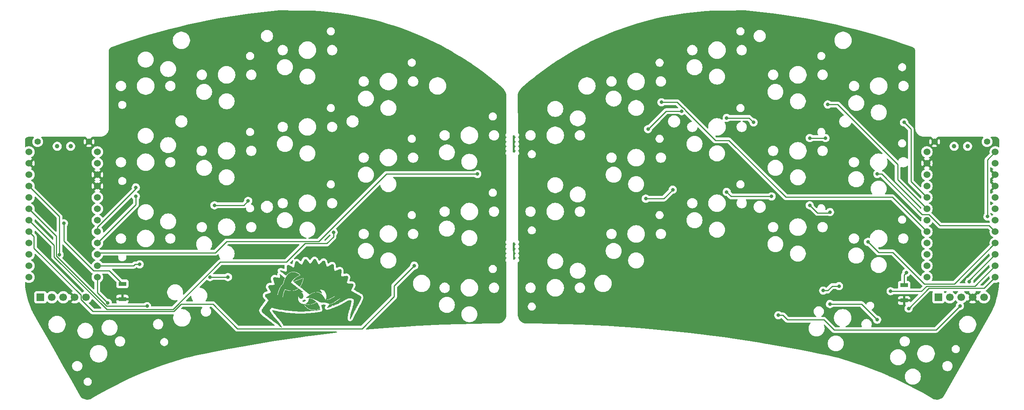
<source format=gbr>
%TF.GenerationSoftware,KiCad,Pcbnew,9.0.4*%
%TF.CreationDate,2025-08-28T00:25:30-07:00*%
%TF.ProjectId,sweepbling-lp__pcb,73776565-7062-46c6-996e-672d6c705f5f,rev?*%
%TF.SameCoordinates,Original*%
%TF.FileFunction,Copper,L1,Top*%
%TF.FilePolarity,Positive*%
%FSLAX46Y46*%
G04 Gerber Fmt 4.6, Leading zero omitted, Abs format (unit mm)*
G04 Created by KiCad (PCBNEW 9.0.4) date 2025-08-28 00:25:30*
%MOMM*%
%LPD*%
G01*
G04 APERTURE LIST*
%TA.AperFunction,EtchedComponent*%
%ADD10C,0.010000*%
%TD*%
%TA.AperFunction,ComponentPad*%
%ADD11C,1.524000*%
%TD*%
%TA.AperFunction,SMDPad,CuDef*%
%ADD12R,1.700000X0.900000*%
%TD*%
%TA.AperFunction,ComponentPad*%
%ADD13C,1.397000*%
%TD*%
%TA.AperFunction,ComponentPad*%
%ADD14R,1.700000X1.700000*%
%TD*%
%TA.AperFunction,ComponentPad*%
%ADD15C,1.700000*%
%TD*%
%TA.AperFunction,WasherPad*%
%ADD16C,1.000000*%
%TD*%
%TA.AperFunction,ViaPad*%
%ADD17C,0.800000*%
%TD*%
%TA.AperFunction,Conductor*%
%ADD18C,0.250000*%
%TD*%
G04 APERTURE END LIST*
D10*
%TO.C,SweepLogo*%
X87336899Y-83903768D02*
X87367076Y-83909219D01*
X87396295Y-83917868D01*
X87472470Y-83951577D01*
X87543804Y-83999998D01*
X87609010Y-84061287D01*
X87666802Y-84133602D01*
X87715892Y-84215096D01*
X87754994Y-84303927D01*
X87782819Y-84398251D01*
X87797811Y-84493146D01*
X87804751Y-84569786D01*
X87762500Y-84538283D01*
X87668706Y-84475793D01*
X87562398Y-84417866D01*
X87447740Y-84366137D01*
X87328897Y-84322236D01*
X87210033Y-84287796D01*
X87095311Y-84264450D01*
X87048093Y-84258207D01*
X87012805Y-84254241D01*
X86979465Y-84250247D01*
X86958081Y-84247468D01*
X86930432Y-84245194D01*
X86905879Y-84245641D01*
X86904561Y-84245788D01*
X86887938Y-84245401D01*
X86881526Y-84241181D01*
X86884928Y-84226914D01*
X86895704Y-84202189D01*
X86911834Y-84170645D01*
X86931294Y-84135911D01*
X86952064Y-84101620D01*
X86972120Y-84071402D01*
X86987033Y-84051708D01*
X87041355Y-83994674D01*
X87097472Y-83952903D01*
X87158422Y-83924769D01*
X87227239Y-83908647D01*
X87261234Y-83904904D01*
X87303935Y-83902553D01*
X87336899Y-83903768D01*
%TA.AperFunction,EtchedComponent*%
G36*
X87336899Y-83903768D02*
G01*
X87367076Y-83909219D01*
X87396295Y-83917868D01*
X87472470Y-83951577D01*
X87543804Y-83999998D01*
X87609010Y-84061287D01*
X87666802Y-84133602D01*
X87715892Y-84215096D01*
X87754994Y-84303927D01*
X87782819Y-84398251D01*
X87797811Y-84493146D01*
X87804751Y-84569786D01*
X87762500Y-84538283D01*
X87668706Y-84475793D01*
X87562398Y-84417866D01*
X87447740Y-84366137D01*
X87328897Y-84322236D01*
X87210033Y-84287796D01*
X87095311Y-84264450D01*
X87048093Y-84258207D01*
X87012805Y-84254241D01*
X86979465Y-84250247D01*
X86958081Y-84247468D01*
X86930432Y-84245194D01*
X86905879Y-84245641D01*
X86904561Y-84245788D01*
X86887938Y-84245401D01*
X86881526Y-84241181D01*
X86884928Y-84226914D01*
X86895704Y-84202189D01*
X86911834Y-84170645D01*
X86931294Y-84135911D01*
X86952064Y-84101620D01*
X86972120Y-84071402D01*
X86987033Y-84051708D01*
X87041355Y-83994674D01*
X87097472Y-83952903D01*
X87158422Y-83924769D01*
X87227239Y-83908647D01*
X87261234Y-83904904D01*
X87303935Y-83902553D01*
X87336899Y-83903768D01*
G37*
%TD.AperFunction*%
X83267502Y-84426807D02*
X83341138Y-84456073D01*
X83411247Y-84498466D01*
X83475484Y-84552842D01*
X83526688Y-84611541D01*
X83546342Y-84636339D01*
X83562755Y-84654587D01*
X83572947Y-84663033D01*
X83574059Y-84663253D01*
X83579059Y-84667712D01*
X83578404Y-84669787D01*
X83580427Y-84680550D01*
X83589114Y-84701209D01*
X83601127Y-84724577D01*
X83634483Y-84796531D01*
X83662398Y-84880001D01*
X83683854Y-84970155D01*
X83697832Y-85062163D01*
X83703315Y-85151193D01*
X83701980Y-85203098D01*
X83688958Y-85308858D01*
X83664678Y-85407255D01*
X83629933Y-85497022D01*
X83585516Y-85576891D01*
X83532221Y-85645596D01*
X83470840Y-85701871D01*
X83402168Y-85744448D01*
X83349848Y-85765529D01*
X83308755Y-85776890D01*
X83272251Y-85781985D01*
X83232383Y-85781525D01*
X83201840Y-85778688D01*
X83172122Y-85775514D01*
X83148107Y-85773223D01*
X83137094Y-85772424D01*
X83122644Y-85769544D01*
X83119458Y-85767730D01*
X83109934Y-85762069D01*
X83089622Y-85751347D01*
X83063550Y-85738197D01*
X82998985Y-85698714D01*
X82936063Y-85646206D01*
X82878638Y-85584436D01*
X82830563Y-85517168D01*
X82821553Y-85501878D01*
X82807227Y-85478722D01*
X82795297Y-85463228D01*
X82789458Y-85459071D01*
X82784790Y-85454609D01*
X82785367Y-85452884D01*
X82783957Y-85442077D01*
X82777169Y-85420338D01*
X82766444Y-85392235D01*
X82765665Y-85390347D01*
X82728840Y-85279929D01*
X82706877Y-85164160D01*
X82699829Y-85045844D01*
X82707754Y-84927784D01*
X82730707Y-84812785D01*
X82752865Y-84743283D01*
X82772938Y-84694472D01*
X82795782Y-84651810D01*
X82825441Y-84608186D01*
X82841950Y-84586524D01*
X82900989Y-84520269D01*
X82962401Y-84470169D01*
X83027356Y-84435489D01*
X83097024Y-84415491D01*
X83119024Y-84412244D01*
X83192682Y-84411815D01*
X83267502Y-84426807D01*
%TA.AperFunction,EtchedComponent*%
G36*
X83267502Y-84426807D02*
G01*
X83341138Y-84456073D01*
X83411247Y-84498466D01*
X83475484Y-84552842D01*
X83526688Y-84611541D01*
X83546342Y-84636339D01*
X83562755Y-84654587D01*
X83572947Y-84663033D01*
X83574059Y-84663253D01*
X83579059Y-84667712D01*
X83578404Y-84669787D01*
X83580427Y-84680550D01*
X83589114Y-84701209D01*
X83601127Y-84724577D01*
X83634483Y-84796531D01*
X83662398Y-84880001D01*
X83683854Y-84970155D01*
X83697832Y-85062163D01*
X83703315Y-85151193D01*
X83701980Y-85203098D01*
X83688958Y-85308858D01*
X83664678Y-85407255D01*
X83629933Y-85497022D01*
X83585516Y-85576891D01*
X83532221Y-85645596D01*
X83470840Y-85701871D01*
X83402168Y-85744448D01*
X83349848Y-85765529D01*
X83308755Y-85776890D01*
X83272251Y-85781985D01*
X83232383Y-85781525D01*
X83201840Y-85778688D01*
X83172122Y-85775514D01*
X83148107Y-85773223D01*
X83137094Y-85772424D01*
X83122644Y-85769544D01*
X83119458Y-85767730D01*
X83109934Y-85762069D01*
X83089622Y-85751347D01*
X83063550Y-85738197D01*
X82998985Y-85698714D01*
X82936063Y-85646206D01*
X82878638Y-85584436D01*
X82830563Y-85517168D01*
X82821553Y-85501878D01*
X82807227Y-85478722D01*
X82795297Y-85463228D01*
X82789458Y-85459071D01*
X82784790Y-85454609D01*
X82785367Y-85452884D01*
X82783957Y-85442077D01*
X82777169Y-85420338D01*
X82766444Y-85392235D01*
X82765665Y-85390347D01*
X82728840Y-85279929D01*
X82706877Y-85164160D01*
X82699829Y-85045844D01*
X82707754Y-84927784D01*
X82730707Y-84812785D01*
X82752865Y-84743283D01*
X82772938Y-84694472D01*
X82795782Y-84651810D01*
X82825441Y-84608186D01*
X82841950Y-84586524D01*
X82900989Y-84520269D01*
X82962401Y-84470169D01*
X83027356Y-84435489D01*
X83097024Y-84415491D01*
X83119024Y-84412244D01*
X83192682Y-84411815D01*
X83267502Y-84426807D01*
G37*
%TD.AperFunction*%
X85009904Y-85746197D02*
X85040423Y-85750078D01*
X85082393Y-85756735D01*
X85132639Y-85765535D01*
X85187987Y-85775847D01*
X85245262Y-85787036D01*
X85301288Y-85798473D01*
X85352891Y-85809523D01*
X85396896Y-85819556D01*
X85430129Y-85827940D01*
X85447746Y-85833376D01*
X85472123Y-85841393D01*
X85505706Y-85850900D01*
X85540542Y-85859673D01*
X85566731Y-85865993D01*
X85592613Y-85872716D01*
X85620564Y-85880575D01*
X85652968Y-85890298D01*
X85692206Y-85902618D01*
X85740657Y-85918264D01*
X85800702Y-85937967D01*
X85864083Y-85958929D01*
X85957450Y-85989876D01*
X86180491Y-86165824D01*
X86268506Y-86235377D01*
X86343865Y-86295204D01*
X86407312Y-86345926D01*
X86459599Y-86388161D01*
X86501471Y-86422530D01*
X86533676Y-86449652D01*
X86556964Y-86470148D01*
X86572080Y-86484637D01*
X86579773Y-86493738D01*
X86581019Y-86497740D01*
X86571452Y-86506752D01*
X86549376Y-86522034D01*
X86517315Y-86542063D01*
X86477794Y-86565315D01*
X86433337Y-86590265D01*
X86386466Y-86615390D01*
X86384144Y-86616603D01*
X86345909Y-86636615D01*
X86308644Y-86656231D01*
X86277791Y-86672582D01*
X86264905Y-86679479D01*
X86240422Y-86691798D01*
X86220908Y-86700077D01*
X86214236Y-86701960D01*
X86197589Y-86707785D01*
X86188979Y-86712785D01*
X86174141Y-86720808D01*
X86147050Y-86733497D01*
X86111229Y-86749353D01*
X86070193Y-86766874D01*
X86027463Y-86784562D01*
X85986558Y-86800915D01*
X85950998Y-86814433D01*
X85947938Y-86815547D01*
X85913608Y-86828011D01*
X85880576Y-86840049D01*
X85858122Y-86848274D01*
X85783830Y-86873867D01*
X85702805Y-86898826D01*
X85627999Y-86919316D01*
X85586166Y-86930003D01*
X85542736Y-86941200D01*
X85505878Y-86950799D01*
X85499840Y-86952387D01*
X85437974Y-86966443D01*
X85364734Y-86979469D01*
X85285678Y-86990739D01*
X85206362Y-86999527D01*
X85132344Y-87005104D01*
X85084266Y-87006738D01*
X85035635Y-87006763D01*
X84979647Y-87006017D01*
X84919799Y-87004625D01*
X84859582Y-87002711D01*
X84802492Y-87000401D01*
X84752023Y-86997820D01*
X84711669Y-86995093D01*
X84685857Y-86992477D01*
X84658506Y-86989027D01*
X84625254Y-86985288D01*
X84612305Y-86983951D01*
X84563590Y-86978417D01*
X84512863Y-86971158D01*
X84455677Y-86961462D01*
X84387586Y-86948616D01*
X84368662Y-86944894D01*
X84327186Y-86937062D01*
X84290589Y-86930857D01*
X84262695Y-86926878D01*
X84247326Y-86925727D01*
X84246890Y-86925760D01*
X84247214Y-86923195D01*
X84260652Y-86914992D01*
X84284868Y-86902444D01*
X84316326Y-86887397D01*
X84352160Y-86870041D01*
X84382774Y-86853831D01*
X84404529Y-86840778D01*
X84413227Y-86833819D01*
X84423823Y-86824419D01*
X84428719Y-86824061D01*
X84437622Y-86821610D01*
X84456484Y-86811576D01*
X84481383Y-86796071D01*
X84483689Y-86794543D01*
X84592717Y-86711994D01*
X84689717Y-86617833D01*
X84773978Y-86513040D01*
X84844789Y-86398597D01*
X84901442Y-86275486D01*
X84937092Y-86167823D01*
X84947619Y-86126165D01*
X84957451Y-86080824D01*
X84966037Y-86035218D01*
X84972824Y-85992770D01*
X84977260Y-85956897D01*
X84978792Y-85931020D01*
X84977259Y-85919151D01*
X84976413Y-85907699D01*
X84978951Y-85905194D01*
X84982172Y-85895715D01*
X84984827Y-85873247D01*
X84986537Y-85841734D01*
X84986928Y-85822842D01*
X84987450Y-85786059D01*
X84988773Y-85763093D01*
X84991833Y-85750825D01*
X84997562Y-85746140D01*
X85006894Y-85745919D01*
X85009904Y-85746197D01*
%TA.AperFunction,EtchedComponent*%
G36*
X85009904Y-85746197D02*
G01*
X85040423Y-85750078D01*
X85082393Y-85756735D01*
X85132639Y-85765535D01*
X85187987Y-85775847D01*
X85245262Y-85787036D01*
X85301288Y-85798473D01*
X85352891Y-85809523D01*
X85396896Y-85819556D01*
X85430129Y-85827940D01*
X85447746Y-85833376D01*
X85472123Y-85841393D01*
X85505706Y-85850900D01*
X85540542Y-85859673D01*
X85566731Y-85865993D01*
X85592613Y-85872716D01*
X85620564Y-85880575D01*
X85652968Y-85890298D01*
X85692206Y-85902618D01*
X85740657Y-85918264D01*
X85800702Y-85937967D01*
X85864083Y-85958929D01*
X85957450Y-85989876D01*
X86180491Y-86165824D01*
X86268506Y-86235377D01*
X86343865Y-86295204D01*
X86407312Y-86345926D01*
X86459599Y-86388161D01*
X86501471Y-86422530D01*
X86533676Y-86449652D01*
X86556964Y-86470148D01*
X86572080Y-86484637D01*
X86579773Y-86493738D01*
X86581019Y-86497740D01*
X86571452Y-86506752D01*
X86549376Y-86522034D01*
X86517315Y-86542063D01*
X86477794Y-86565315D01*
X86433337Y-86590265D01*
X86386466Y-86615390D01*
X86384144Y-86616603D01*
X86345909Y-86636615D01*
X86308644Y-86656231D01*
X86277791Y-86672582D01*
X86264905Y-86679479D01*
X86240422Y-86691798D01*
X86220908Y-86700077D01*
X86214236Y-86701960D01*
X86197589Y-86707785D01*
X86188979Y-86712785D01*
X86174141Y-86720808D01*
X86147050Y-86733497D01*
X86111229Y-86749353D01*
X86070193Y-86766874D01*
X86027463Y-86784562D01*
X85986558Y-86800915D01*
X85950998Y-86814433D01*
X85947938Y-86815547D01*
X85913608Y-86828011D01*
X85880576Y-86840049D01*
X85858122Y-86848274D01*
X85783830Y-86873867D01*
X85702805Y-86898826D01*
X85627999Y-86919316D01*
X85586166Y-86930003D01*
X85542736Y-86941200D01*
X85505878Y-86950799D01*
X85499840Y-86952387D01*
X85437974Y-86966443D01*
X85364734Y-86979469D01*
X85285678Y-86990739D01*
X85206362Y-86999527D01*
X85132344Y-87005104D01*
X85084266Y-87006738D01*
X85035635Y-87006763D01*
X84979647Y-87006017D01*
X84919799Y-87004625D01*
X84859582Y-87002711D01*
X84802492Y-87000401D01*
X84752023Y-86997820D01*
X84711669Y-86995093D01*
X84685857Y-86992477D01*
X84658506Y-86989027D01*
X84625254Y-86985288D01*
X84612305Y-86983951D01*
X84563590Y-86978417D01*
X84512863Y-86971158D01*
X84455677Y-86961462D01*
X84387586Y-86948616D01*
X84368662Y-86944894D01*
X84327186Y-86937062D01*
X84290589Y-86930857D01*
X84262695Y-86926878D01*
X84247326Y-86925727D01*
X84246890Y-86925760D01*
X84247214Y-86923195D01*
X84260652Y-86914992D01*
X84284868Y-86902444D01*
X84316326Y-86887397D01*
X84352160Y-86870041D01*
X84382774Y-86853831D01*
X84404529Y-86840778D01*
X84413227Y-86833819D01*
X84423823Y-86824419D01*
X84428719Y-86824061D01*
X84437622Y-86821610D01*
X84456484Y-86811576D01*
X84481383Y-86796071D01*
X84483689Y-86794543D01*
X84592717Y-86711994D01*
X84689717Y-86617833D01*
X84773978Y-86513040D01*
X84844789Y-86398597D01*
X84901442Y-86275486D01*
X84937092Y-86167823D01*
X84947619Y-86126165D01*
X84957451Y-86080824D01*
X84966037Y-86035218D01*
X84972824Y-85992770D01*
X84977260Y-85956897D01*
X84978792Y-85931020D01*
X84977259Y-85919151D01*
X84976413Y-85907699D01*
X84978951Y-85905194D01*
X84982172Y-85895715D01*
X84984827Y-85873247D01*
X84986537Y-85841734D01*
X84986928Y-85822842D01*
X84987450Y-85786059D01*
X84988773Y-85763093D01*
X84991833Y-85750825D01*
X84997562Y-85746140D01*
X85006894Y-85745919D01*
X85009904Y-85746197D01*
G37*
%TD.AperFunction*%
X83644289Y-81286753D02*
X83648832Y-81292488D01*
X83649592Y-81306113D01*
X83646778Y-81331346D01*
X83641335Y-81363477D01*
X83634211Y-81397796D01*
X83626347Y-81429595D01*
X83618694Y-81454160D01*
X83614454Y-81463716D01*
X83610212Y-81477868D01*
X83606845Y-81500253D01*
X83606583Y-81503068D01*
X83602402Y-81530286D01*
X83595038Y-81562381D01*
X83592021Y-81573098D01*
X83583869Y-81600584D01*
X83577146Y-81623792D01*
X83575238Y-81630605D01*
X83570261Y-81647791D01*
X83562138Y-81674843D01*
X83553993Y-81701456D01*
X83543723Y-81734992D01*
X83534044Y-81766995D01*
X83528504Y-81785623D01*
X83506785Y-81856123D01*
X83480179Y-81936760D01*
X83450283Y-82023099D01*
X83418694Y-82110703D01*
X83387010Y-82195146D01*
X83356827Y-82271991D01*
X83330739Y-82334515D01*
X83314763Y-82370688D01*
X83297241Y-82409407D01*
X83279890Y-82446988D01*
X83264425Y-82479747D01*
X83252562Y-82504000D01*
X83246410Y-82515474D01*
X83238809Y-82529383D01*
X83229147Y-82549043D01*
X83216738Y-82574071D01*
X83199903Y-82606105D01*
X83180353Y-82642119D01*
X83159795Y-82679086D01*
X83139938Y-82713978D01*
X83122486Y-82743768D01*
X83109151Y-82765427D01*
X83101639Y-82775929D01*
X83100869Y-82776457D01*
X83094386Y-82784230D01*
X83091563Y-82793596D01*
X83084781Y-82809831D01*
X83071085Y-82832323D01*
X83063006Y-82843596D01*
X83048433Y-82863892D01*
X83039510Y-82878399D01*
X83038132Y-82882241D01*
X83033672Y-82890994D01*
X83021386Y-82909129D01*
X83003927Y-82932731D01*
X83003829Y-82932860D01*
X82981446Y-82962585D01*
X82959454Y-82992586D01*
X82946151Y-83011315D01*
X82923395Y-83044169D01*
X82592187Y-82780607D01*
X82524461Y-82726685D01*
X82458588Y-82674185D01*
X82396193Y-82624403D01*
X82338899Y-82578638D01*
X82288329Y-82538188D01*
X82246108Y-82504351D01*
X82213859Y-82478424D01*
X82193203Y-82461703D01*
X82192872Y-82461433D01*
X82141080Y-82419208D01*
X82085573Y-82374073D01*
X82028038Y-82327386D01*
X81970153Y-82280504D01*
X81913603Y-82234786D01*
X81860069Y-82191587D01*
X81811234Y-82152267D01*
X81768781Y-82118183D01*
X81734392Y-82090692D01*
X81709749Y-82071152D01*
X81696535Y-82060921D01*
X81696435Y-82060847D01*
X81678271Y-82045619D01*
X81674723Y-82035530D01*
X81686583Y-82028282D01*
X81709587Y-82022593D01*
X81737294Y-82014626D01*
X81769122Y-82002349D01*
X81780813Y-81996993D01*
X81817490Y-81979982D01*
X81858524Y-81962273D01*
X81899394Y-81945683D01*
X81935579Y-81932028D01*
X81962558Y-81923119D01*
X81969039Y-81921448D01*
X81986835Y-81915913D01*
X82015818Y-81905192D01*
X82051683Y-81890932D01*
X82083103Y-81877800D01*
X82124128Y-81860306D01*
X82153975Y-81847797D01*
X82177021Y-81838574D01*
X82197647Y-81830937D01*
X82220231Y-81823189D01*
X82245155Y-81814945D01*
X82274143Y-81804423D01*
X82310239Y-81789968D01*
X82342735Y-81775984D01*
X82373517Y-81762685D01*
X82400342Y-81751994D01*
X82417684Y-81746107D01*
X82418326Y-81745949D01*
X82440842Y-81737269D01*
X82452142Y-81730665D01*
X82472904Y-81720999D01*
X82490121Y-81716925D01*
X82512508Y-81711533D01*
X82543356Y-81701005D01*
X82576070Y-81687933D01*
X82604045Y-81674908D01*
X82617936Y-81666737D01*
X82638081Y-81657274D01*
X82649014Y-81654763D01*
X82671030Y-81647991D01*
X82680761Y-81642566D01*
X82695709Y-81635396D01*
X82721661Y-81625959D01*
X82753215Y-81616203D01*
X82755779Y-81615478D01*
X82789437Y-81605037D01*
X82819709Y-81593920D01*
X82840136Y-81584507D01*
X82840386Y-81584357D01*
X82861792Y-81573410D01*
X82893194Y-81559328D01*
X82929688Y-81544088D01*
X82966372Y-81529666D01*
X82998344Y-81518040D01*
X83020701Y-81511186D01*
X83023263Y-81510624D01*
X83041528Y-81506339D01*
X83050102Y-81503420D01*
X83062199Y-81497732D01*
X83074561Y-81491914D01*
X83080322Y-81489019D01*
X83094067Y-81482817D01*
X83118157Y-81472661D01*
X83145201Y-81461631D01*
X83176494Y-81448906D01*
X83204794Y-81437137D01*
X83221490Y-81429961D01*
X83248155Y-81421005D01*
X83271417Y-81416265D01*
X83292236Y-81411409D01*
X83304935Y-81404355D01*
X83317754Y-81396357D01*
X83336879Y-81390093D01*
X83357291Y-81383918D01*
X83369476Y-81377679D01*
X83380806Y-81371508D01*
X83403348Y-81361702D01*
X83432362Y-81350319D01*
X83434270Y-81349606D01*
X83464308Y-81338160D01*
X83488977Y-81328288D01*
X83503109Y-81322060D01*
X83503378Y-81321918D01*
X83525295Y-81312258D01*
X83553322Y-81304601D01*
X83567595Y-81301626D01*
X83587417Y-81295940D01*
X83598267Y-81289491D01*
X83598538Y-81289015D01*
X83610255Y-81280604D01*
X83628294Y-81280042D01*
X83644289Y-81286753D01*
%TA.AperFunction,EtchedComponent*%
G36*
X83644289Y-81286753D02*
G01*
X83648832Y-81292488D01*
X83649592Y-81306113D01*
X83646778Y-81331346D01*
X83641335Y-81363477D01*
X83634211Y-81397796D01*
X83626347Y-81429595D01*
X83618694Y-81454160D01*
X83614454Y-81463716D01*
X83610212Y-81477868D01*
X83606845Y-81500253D01*
X83606583Y-81503068D01*
X83602402Y-81530286D01*
X83595038Y-81562381D01*
X83592021Y-81573098D01*
X83583869Y-81600584D01*
X83577146Y-81623792D01*
X83575238Y-81630605D01*
X83570261Y-81647791D01*
X83562138Y-81674843D01*
X83553993Y-81701456D01*
X83543723Y-81734992D01*
X83534044Y-81766995D01*
X83528504Y-81785623D01*
X83506785Y-81856123D01*
X83480179Y-81936760D01*
X83450283Y-82023099D01*
X83418694Y-82110703D01*
X83387010Y-82195146D01*
X83356827Y-82271991D01*
X83330739Y-82334515D01*
X83314763Y-82370688D01*
X83297241Y-82409407D01*
X83279890Y-82446988D01*
X83264425Y-82479747D01*
X83252562Y-82504000D01*
X83246410Y-82515474D01*
X83238809Y-82529383D01*
X83229147Y-82549043D01*
X83216738Y-82574071D01*
X83199903Y-82606105D01*
X83180353Y-82642119D01*
X83159795Y-82679086D01*
X83139938Y-82713978D01*
X83122486Y-82743768D01*
X83109151Y-82765427D01*
X83101639Y-82775929D01*
X83100869Y-82776457D01*
X83094386Y-82784230D01*
X83091563Y-82793596D01*
X83084781Y-82809831D01*
X83071085Y-82832323D01*
X83063006Y-82843596D01*
X83048433Y-82863892D01*
X83039510Y-82878399D01*
X83038132Y-82882241D01*
X83033672Y-82890994D01*
X83021386Y-82909129D01*
X83003927Y-82932731D01*
X83003829Y-82932860D01*
X82981446Y-82962585D01*
X82959454Y-82992586D01*
X82946151Y-83011315D01*
X82923395Y-83044169D01*
X82592187Y-82780607D01*
X82524461Y-82726685D01*
X82458588Y-82674185D01*
X82396193Y-82624403D01*
X82338899Y-82578638D01*
X82288329Y-82538188D01*
X82246108Y-82504351D01*
X82213859Y-82478424D01*
X82193203Y-82461703D01*
X82192872Y-82461433D01*
X82141080Y-82419208D01*
X82085573Y-82374073D01*
X82028038Y-82327386D01*
X81970153Y-82280504D01*
X81913603Y-82234786D01*
X81860069Y-82191587D01*
X81811234Y-82152267D01*
X81768781Y-82118183D01*
X81734392Y-82090692D01*
X81709749Y-82071152D01*
X81696535Y-82060921D01*
X81696435Y-82060847D01*
X81678271Y-82045619D01*
X81674723Y-82035530D01*
X81686583Y-82028282D01*
X81709587Y-82022593D01*
X81737294Y-82014626D01*
X81769122Y-82002349D01*
X81780813Y-81996993D01*
X81817490Y-81979982D01*
X81858524Y-81962273D01*
X81899394Y-81945683D01*
X81935579Y-81932028D01*
X81962558Y-81923119D01*
X81969039Y-81921448D01*
X81986835Y-81915913D01*
X82015818Y-81905192D01*
X82051683Y-81890932D01*
X82083103Y-81877800D01*
X82124128Y-81860306D01*
X82153975Y-81847797D01*
X82177021Y-81838574D01*
X82197647Y-81830937D01*
X82220231Y-81823189D01*
X82245155Y-81814945D01*
X82274143Y-81804423D01*
X82310239Y-81789968D01*
X82342735Y-81775984D01*
X82373517Y-81762685D01*
X82400342Y-81751994D01*
X82417684Y-81746107D01*
X82418326Y-81745949D01*
X82440842Y-81737269D01*
X82452142Y-81730665D01*
X82472904Y-81720999D01*
X82490121Y-81716925D01*
X82512508Y-81711533D01*
X82543356Y-81701005D01*
X82576070Y-81687933D01*
X82604045Y-81674908D01*
X82617936Y-81666737D01*
X82638081Y-81657274D01*
X82649014Y-81654763D01*
X82671030Y-81647991D01*
X82680761Y-81642566D01*
X82695709Y-81635396D01*
X82721661Y-81625959D01*
X82753215Y-81616203D01*
X82755779Y-81615478D01*
X82789437Y-81605037D01*
X82819709Y-81593920D01*
X82840136Y-81584507D01*
X82840386Y-81584357D01*
X82861792Y-81573410D01*
X82893194Y-81559328D01*
X82929688Y-81544088D01*
X82966372Y-81529666D01*
X82998344Y-81518040D01*
X83020701Y-81511186D01*
X83023263Y-81510624D01*
X83041528Y-81506339D01*
X83050102Y-81503420D01*
X83062199Y-81497732D01*
X83074561Y-81491914D01*
X83080322Y-81489019D01*
X83094067Y-81482817D01*
X83118157Y-81472661D01*
X83145201Y-81461631D01*
X83176494Y-81448906D01*
X83204794Y-81437137D01*
X83221490Y-81429961D01*
X83248155Y-81421005D01*
X83271417Y-81416265D01*
X83292236Y-81411409D01*
X83304935Y-81404355D01*
X83317754Y-81396357D01*
X83336879Y-81390093D01*
X83357291Y-81383918D01*
X83369476Y-81377679D01*
X83380806Y-81371508D01*
X83403348Y-81361702D01*
X83432362Y-81350319D01*
X83434270Y-81349606D01*
X83464308Y-81338160D01*
X83488977Y-81328288D01*
X83503109Y-81322060D01*
X83503378Y-81321918D01*
X83525295Y-81312258D01*
X83553322Y-81304601D01*
X83567595Y-81301626D01*
X83587417Y-81295940D01*
X83598267Y-81289491D01*
X83598538Y-81289015D01*
X83610255Y-81280604D01*
X83628294Y-81280042D01*
X83644289Y-81286753D01*
G37*
%TD.AperFunction*%
X86748728Y-86635781D02*
X86770159Y-86655739D01*
X86797228Y-86684151D01*
X86827725Y-86718432D01*
X86859441Y-86755996D01*
X86890168Y-86794258D01*
X86917695Y-86830634D01*
X86939813Y-86862538D01*
X86948305Y-86876266D01*
X86959835Y-86896074D01*
X86969533Y-86913019D01*
X86978523Y-86929349D01*
X86987928Y-86947306D01*
X86998872Y-86969137D01*
X87012480Y-86997088D01*
X87029874Y-87033406D01*
X87052181Y-87080334D01*
X87080522Y-87140121D01*
X87083319Y-87146023D01*
X87121500Y-87225641D01*
X87153954Y-87291064D01*
X87181515Y-87343713D01*
X87205011Y-87385006D01*
X87225274Y-87416364D01*
X87243134Y-87439205D01*
X87259421Y-87454949D01*
X87267469Y-87460753D01*
X87281207Y-87471389D01*
X87293051Y-87485534D01*
X87303685Y-87505205D01*
X87313796Y-87532417D01*
X87324068Y-87569189D01*
X87335185Y-87617532D01*
X87347834Y-87679465D01*
X87355830Y-87720773D01*
X87366153Y-87773988D01*
X87375895Y-87822701D01*
X87384454Y-87864023D01*
X87391230Y-87895069D01*
X87395621Y-87912950D01*
X87396172Y-87914733D01*
X87399479Y-87932637D01*
X87396872Y-87942168D01*
X87386302Y-87947468D01*
X87363698Y-87957118D01*
X87332913Y-87969614D01*
X87297801Y-87983444D01*
X87262216Y-87997106D01*
X87230010Y-88009086D01*
X87205036Y-88017879D01*
X87196307Y-88020656D01*
X87164448Y-88030443D01*
X87148904Y-88036209D01*
X87147201Y-88037548D01*
X87144856Y-88039253D01*
X87135654Y-88042756D01*
X87116759Y-88049030D01*
X87085339Y-88059046D01*
X87073526Y-88062773D01*
X87043333Y-88072323D01*
X87016933Y-88080729D01*
X87004073Y-88084867D01*
X86966773Y-88096283D01*
X86927243Y-88107272D01*
X86894285Y-88115395D01*
X86892372Y-88115809D01*
X86874924Y-88120039D01*
X86867640Y-88122782D01*
X86867640Y-88122803D01*
X86862158Y-88125702D01*
X86844267Y-88130608D01*
X86812546Y-88137869D01*
X86766287Y-88147686D01*
X86731824Y-88155168D01*
X86701915Y-88162236D01*
X86681951Y-88167603D01*
X86679273Y-88168483D01*
X86666555Y-88171264D01*
X86640498Y-88175706D01*
X86603853Y-88181427D01*
X86559365Y-88188050D01*
X86509790Y-88195191D01*
X86457875Y-88202470D01*
X86406371Y-88209502D01*
X86358029Y-88215918D01*
X86315597Y-88221324D01*
X86281827Y-88225346D01*
X86259469Y-88227599D01*
X86251312Y-88227767D01*
X86242130Y-88227242D01*
X86219805Y-88227718D01*
X86188096Y-88229081D01*
X86164102Y-88230398D01*
X86128002Y-88232286D01*
X86098552Y-88233358D01*
X86079627Y-88233499D01*
X86074822Y-88233045D01*
X86064167Y-88231852D01*
X86042152Y-88231270D01*
X86023287Y-88231321D01*
X85986953Y-88231299D01*
X85945932Y-88230559D01*
X85925401Y-88229894D01*
X85899880Y-88228731D01*
X85877553Y-88227191D01*
X85853610Y-88224782D01*
X85823241Y-88221009D01*
X85781637Y-88215376D01*
X85774214Y-88214352D01*
X85746661Y-88211074D01*
X85723821Y-88209244D01*
X85718122Y-88209099D01*
X85703914Y-88207344D01*
X85677050Y-88202404D01*
X85640395Y-88194933D01*
X85596816Y-88185586D01*
X85549176Y-88175017D01*
X85500340Y-88163883D01*
X85453174Y-88152838D01*
X85410544Y-88142535D01*
X85375312Y-88133631D01*
X85350346Y-88126782D01*
X85338508Y-88122641D01*
X85337967Y-88122194D01*
X85328173Y-88116723D01*
X85308256Y-88110909D01*
X85302753Y-88109732D01*
X85275701Y-88102405D01*
X85243502Y-88091078D01*
X85229079Y-88085165D01*
X85201539Y-88074030D01*
X85177608Y-88065791D01*
X85168392Y-88063406D01*
X85153222Y-88057614D01*
X85148637Y-88052050D01*
X85141169Y-88045423D01*
X85138079Y-88045391D01*
X85126011Y-88042505D01*
X85103875Y-88033954D01*
X85076355Y-88021913D01*
X85048130Y-88008556D01*
X85023879Y-87996056D01*
X85008284Y-87986590D01*
X85005176Y-87983640D01*
X84994717Y-87978311D01*
X84989595Y-87978320D01*
X84978284Y-87974869D01*
X84976658Y-87971378D01*
X84968973Y-87964636D01*
X84963721Y-87964437D01*
X84950672Y-87962007D01*
X84948198Y-87959587D01*
X84939442Y-87952852D01*
X84919595Y-87940806D01*
X84892644Y-87925846D01*
X84887566Y-87923145D01*
X84860217Y-87907870D01*
X84839775Y-87894891D01*
X84830006Y-87886639D01*
X84829669Y-87885825D01*
X84822172Y-87879999D01*
X84818037Y-87879961D01*
X84804476Y-87875326D01*
X84793109Y-87865961D01*
X84779866Y-87854489D01*
X84772396Y-87851444D01*
X84761277Y-87846631D01*
X84738119Y-87831408D01*
X84703750Y-87806375D01*
X84658996Y-87772130D01*
X84612761Y-87735712D01*
X84565133Y-87697728D01*
X84529286Y-87668944D01*
X84503694Y-87648094D01*
X84486829Y-87633906D01*
X84477162Y-87625115D01*
X84473168Y-87620450D01*
X84472822Y-87619524D01*
X84466619Y-87611606D01*
X84455721Y-87601826D01*
X84415353Y-87565623D01*
X84368210Y-87517766D01*
X84316539Y-87460928D01*
X84262576Y-87397788D01*
X84208575Y-87331020D01*
X84156777Y-87263302D01*
X84109428Y-87197309D01*
X84081544Y-87155752D01*
X84064162Y-87129177D01*
X84049347Y-87106858D01*
X84041071Y-87094728D01*
X84029668Y-87072692D01*
X84032563Y-87059302D01*
X84049346Y-87054808D01*
X84079610Y-87059461D01*
X84092584Y-87063078D01*
X84118771Y-87070086D01*
X84155266Y-87078660D01*
X84198224Y-87088027D01*
X84243799Y-87097414D01*
X84288144Y-87106051D01*
X84327412Y-87113166D01*
X84357757Y-87117988D01*
X84375020Y-87119742D01*
X84398889Y-87122244D01*
X84427455Y-87128172D01*
X84432784Y-87129612D01*
X84454633Y-87134618D01*
X84468532Y-87135561D01*
X84470439Y-87134742D01*
X84480129Y-87133532D01*
X84499993Y-87136056D01*
X84507479Y-87137575D01*
X84529325Y-87141147D01*
X84543039Y-87141063D01*
X84544686Y-87140195D01*
X84554440Y-87139116D01*
X84566445Y-87142413D01*
X84587011Y-87147276D01*
X84613614Y-87149992D01*
X84617170Y-87150107D01*
X84643450Y-87150860D01*
X84664949Y-87151769D01*
X84667046Y-87151892D01*
X84686694Y-87152914D01*
X84713175Y-87154062D01*
X84718520Y-87154270D01*
X84745154Y-87155376D01*
X84767016Y-87156430D01*
X84769987Y-87156598D01*
X84879695Y-87159024D01*
X84893948Y-87158817D01*
X84925720Y-87158293D01*
X84954688Y-87157904D01*
X84966330Y-87157792D01*
X85040072Y-87155604D01*
X85123849Y-87150265D01*
X85213856Y-87142240D01*
X85306290Y-87131995D01*
X85397350Y-87119992D01*
X85483231Y-87106699D01*
X85560129Y-87092578D01*
X85624243Y-87078095D01*
X85629287Y-87076781D01*
X85659689Y-87068892D01*
X85699723Y-87058685D01*
X85742580Y-87047890D01*
X85766735Y-87041870D01*
X85802705Y-87032605D01*
X85839307Y-87022602D01*
X85872596Y-87013011D01*
X85898623Y-87004977D01*
X85913443Y-86999649D01*
X85915161Y-86998714D01*
X85925102Y-86994696D01*
X85945457Y-86988313D01*
X85955987Y-86985312D01*
X85979179Y-86978382D01*
X85994686Y-86972813D01*
X85997462Y-86971356D01*
X86008070Y-86966531D01*
X86027640Y-86959810D01*
X86029872Y-86959121D01*
X86051980Y-86951554D01*
X86084528Y-86939436D01*
X86123308Y-86924442D01*
X86164111Y-86908245D01*
X86202731Y-86892523D01*
X86234959Y-86878952D01*
X86256588Y-86869203D01*
X86259861Y-86867552D01*
X86275316Y-86861194D01*
X86282042Y-86861892D01*
X86286713Y-86861440D01*
X86291585Y-86856243D01*
X86306891Y-86845867D01*
X86318359Y-86842720D01*
X86335166Y-86838139D01*
X86341414Y-86833955D01*
X86353469Y-86825993D01*
X86359563Y-86823817D01*
X86374080Y-86817978D01*
X86397241Y-86806863D01*
X86413764Y-86798316D01*
X86438440Y-86785240D01*
X86473054Y-86766981D01*
X86512538Y-86746209D01*
X86543101Y-86730166D01*
X86583927Y-86708317D01*
X86624678Y-86685759D01*
X86659852Y-86665572D01*
X86678781Y-86654144D01*
X86704290Y-86639286D01*
X86724678Y-86629476D01*
X86735143Y-86626860D01*
X86748728Y-86635781D01*
%TA.AperFunction,EtchedComponent*%
G36*
X86748728Y-86635781D02*
G01*
X86770159Y-86655739D01*
X86797228Y-86684151D01*
X86827725Y-86718432D01*
X86859441Y-86755996D01*
X86890168Y-86794258D01*
X86917695Y-86830634D01*
X86939813Y-86862538D01*
X86948305Y-86876266D01*
X86959835Y-86896074D01*
X86969533Y-86913019D01*
X86978523Y-86929349D01*
X86987928Y-86947306D01*
X86998872Y-86969137D01*
X87012480Y-86997088D01*
X87029874Y-87033406D01*
X87052181Y-87080334D01*
X87080522Y-87140121D01*
X87083319Y-87146023D01*
X87121500Y-87225641D01*
X87153954Y-87291064D01*
X87181515Y-87343713D01*
X87205011Y-87385006D01*
X87225274Y-87416364D01*
X87243134Y-87439205D01*
X87259421Y-87454949D01*
X87267469Y-87460753D01*
X87281207Y-87471389D01*
X87293051Y-87485534D01*
X87303685Y-87505205D01*
X87313796Y-87532417D01*
X87324068Y-87569189D01*
X87335185Y-87617532D01*
X87347834Y-87679465D01*
X87355830Y-87720773D01*
X87366153Y-87773988D01*
X87375895Y-87822701D01*
X87384454Y-87864023D01*
X87391230Y-87895069D01*
X87395621Y-87912950D01*
X87396172Y-87914733D01*
X87399479Y-87932637D01*
X87396872Y-87942168D01*
X87386302Y-87947468D01*
X87363698Y-87957118D01*
X87332913Y-87969614D01*
X87297801Y-87983444D01*
X87262216Y-87997106D01*
X87230010Y-88009086D01*
X87205036Y-88017879D01*
X87196307Y-88020656D01*
X87164448Y-88030443D01*
X87148904Y-88036209D01*
X87147201Y-88037548D01*
X87144856Y-88039253D01*
X87135654Y-88042756D01*
X87116759Y-88049030D01*
X87085339Y-88059046D01*
X87073526Y-88062773D01*
X87043333Y-88072323D01*
X87016933Y-88080729D01*
X87004073Y-88084867D01*
X86966773Y-88096283D01*
X86927243Y-88107272D01*
X86894285Y-88115395D01*
X86892372Y-88115809D01*
X86874924Y-88120039D01*
X86867640Y-88122782D01*
X86867640Y-88122803D01*
X86862158Y-88125702D01*
X86844267Y-88130608D01*
X86812546Y-88137869D01*
X86766287Y-88147686D01*
X86731824Y-88155168D01*
X86701915Y-88162236D01*
X86681951Y-88167603D01*
X86679273Y-88168483D01*
X86666555Y-88171264D01*
X86640498Y-88175706D01*
X86603853Y-88181427D01*
X86559365Y-88188050D01*
X86509790Y-88195191D01*
X86457875Y-88202470D01*
X86406371Y-88209502D01*
X86358029Y-88215918D01*
X86315597Y-88221324D01*
X86281827Y-88225346D01*
X86259469Y-88227599D01*
X86251312Y-88227767D01*
X86242130Y-88227242D01*
X86219805Y-88227718D01*
X86188096Y-88229081D01*
X86164102Y-88230398D01*
X86128002Y-88232286D01*
X86098552Y-88233358D01*
X86079627Y-88233499D01*
X86074822Y-88233045D01*
X86064167Y-88231852D01*
X86042152Y-88231270D01*
X86023287Y-88231321D01*
X85986953Y-88231299D01*
X85945932Y-88230559D01*
X85925401Y-88229894D01*
X85899880Y-88228731D01*
X85877553Y-88227191D01*
X85853610Y-88224782D01*
X85823241Y-88221009D01*
X85781637Y-88215376D01*
X85774214Y-88214352D01*
X85746661Y-88211074D01*
X85723821Y-88209244D01*
X85718122Y-88209099D01*
X85703914Y-88207344D01*
X85677050Y-88202404D01*
X85640395Y-88194933D01*
X85596816Y-88185586D01*
X85549176Y-88175017D01*
X85500340Y-88163883D01*
X85453174Y-88152838D01*
X85410544Y-88142535D01*
X85375312Y-88133631D01*
X85350346Y-88126782D01*
X85338508Y-88122641D01*
X85337967Y-88122194D01*
X85328173Y-88116723D01*
X85308256Y-88110909D01*
X85302753Y-88109732D01*
X85275701Y-88102405D01*
X85243502Y-88091078D01*
X85229079Y-88085165D01*
X85201539Y-88074030D01*
X85177608Y-88065791D01*
X85168392Y-88063406D01*
X85153222Y-88057614D01*
X85148637Y-88052050D01*
X85141169Y-88045423D01*
X85138079Y-88045391D01*
X85126011Y-88042505D01*
X85103875Y-88033954D01*
X85076355Y-88021913D01*
X85048130Y-88008556D01*
X85023879Y-87996056D01*
X85008284Y-87986590D01*
X85005176Y-87983640D01*
X84994717Y-87978311D01*
X84989595Y-87978320D01*
X84978284Y-87974869D01*
X84976658Y-87971378D01*
X84968973Y-87964636D01*
X84963721Y-87964437D01*
X84950672Y-87962007D01*
X84948198Y-87959587D01*
X84939442Y-87952852D01*
X84919595Y-87940806D01*
X84892644Y-87925846D01*
X84887566Y-87923145D01*
X84860217Y-87907870D01*
X84839775Y-87894891D01*
X84830006Y-87886639D01*
X84829669Y-87885825D01*
X84822172Y-87879999D01*
X84818037Y-87879961D01*
X84804476Y-87875326D01*
X84793109Y-87865961D01*
X84779866Y-87854489D01*
X84772396Y-87851444D01*
X84761277Y-87846631D01*
X84738119Y-87831408D01*
X84703750Y-87806375D01*
X84658996Y-87772130D01*
X84612761Y-87735712D01*
X84565133Y-87697728D01*
X84529286Y-87668944D01*
X84503694Y-87648094D01*
X84486829Y-87633906D01*
X84477162Y-87625115D01*
X84473168Y-87620450D01*
X84472822Y-87619524D01*
X84466619Y-87611606D01*
X84455721Y-87601826D01*
X84415353Y-87565623D01*
X84368210Y-87517766D01*
X84316539Y-87460928D01*
X84262576Y-87397788D01*
X84208575Y-87331020D01*
X84156777Y-87263302D01*
X84109428Y-87197309D01*
X84081544Y-87155752D01*
X84064162Y-87129177D01*
X84049347Y-87106858D01*
X84041071Y-87094728D01*
X84029668Y-87072692D01*
X84032563Y-87059302D01*
X84049346Y-87054808D01*
X84079610Y-87059461D01*
X84092584Y-87063078D01*
X84118771Y-87070086D01*
X84155266Y-87078660D01*
X84198224Y-87088027D01*
X84243799Y-87097414D01*
X84288144Y-87106051D01*
X84327412Y-87113166D01*
X84357757Y-87117988D01*
X84375020Y-87119742D01*
X84398889Y-87122244D01*
X84427455Y-87128172D01*
X84432784Y-87129612D01*
X84454633Y-87134618D01*
X84468532Y-87135561D01*
X84470439Y-87134742D01*
X84480129Y-87133532D01*
X84499993Y-87136056D01*
X84507479Y-87137575D01*
X84529325Y-87141147D01*
X84543039Y-87141063D01*
X84544686Y-87140195D01*
X84554440Y-87139116D01*
X84566445Y-87142413D01*
X84587011Y-87147276D01*
X84613614Y-87149992D01*
X84617170Y-87150107D01*
X84643450Y-87150860D01*
X84664949Y-87151769D01*
X84667046Y-87151892D01*
X84686694Y-87152914D01*
X84713175Y-87154062D01*
X84718520Y-87154270D01*
X84745154Y-87155376D01*
X84767016Y-87156430D01*
X84769987Y-87156598D01*
X84879695Y-87159024D01*
X84893948Y-87158817D01*
X84925720Y-87158293D01*
X84954688Y-87157904D01*
X84966330Y-87157792D01*
X85040072Y-87155604D01*
X85123849Y-87150265D01*
X85213856Y-87142240D01*
X85306290Y-87131995D01*
X85397350Y-87119992D01*
X85483231Y-87106699D01*
X85560129Y-87092578D01*
X85624243Y-87078095D01*
X85629287Y-87076781D01*
X85659689Y-87068892D01*
X85699723Y-87058685D01*
X85742580Y-87047890D01*
X85766735Y-87041870D01*
X85802705Y-87032605D01*
X85839307Y-87022602D01*
X85872596Y-87013011D01*
X85898623Y-87004977D01*
X85913443Y-86999649D01*
X85915161Y-86998714D01*
X85925102Y-86994696D01*
X85945457Y-86988313D01*
X85955987Y-86985312D01*
X85979179Y-86978382D01*
X85994686Y-86972813D01*
X85997462Y-86971356D01*
X86008070Y-86966531D01*
X86027640Y-86959810D01*
X86029872Y-86959121D01*
X86051980Y-86951554D01*
X86084528Y-86939436D01*
X86123308Y-86924442D01*
X86164111Y-86908245D01*
X86202731Y-86892523D01*
X86234959Y-86878952D01*
X86256588Y-86869203D01*
X86259861Y-86867552D01*
X86275316Y-86861194D01*
X86282042Y-86861892D01*
X86286713Y-86861440D01*
X86291585Y-86856243D01*
X86306891Y-86845867D01*
X86318359Y-86842720D01*
X86335166Y-86838139D01*
X86341414Y-86833955D01*
X86353469Y-86825993D01*
X86359563Y-86823817D01*
X86374080Y-86817978D01*
X86397241Y-86806863D01*
X86413764Y-86798316D01*
X86438440Y-86785240D01*
X86473054Y-86766981D01*
X86512538Y-86746209D01*
X86543101Y-86730166D01*
X86583927Y-86708317D01*
X86624678Y-86685759D01*
X86659852Y-86665572D01*
X86678781Y-86654144D01*
X86704290Y-86639286D01*
X86724678Y-86629476D01*
X86735143Y-86626860D01*
X86748728Y-86635781D01*
G37*
%TD.AperFunction*%
X81474906Y-79896112D02*
X81512123Y-79897314D01*
X81550503Y-79899215D01*
X81585800Y-79901559D01*
X81613769Y-79904094D01*
X81630165Y-79906560D01*
X81632017Y-79907163D01*
X81644228Y-79909675D01*
X81659996Y-79911155D01*
X81694852Y-79914792D01*
X81740878Y-79921903D01*
X81792900Y-79931520D01*
X81845745Y-79942680D01*
X81894242Y-79954415D01*
X81900458Y-79956068D01*
X81950326Y-79969549D01*
X81988696Y-79979976D01*
X82007942Y-79986612D01*
X82017783Y-79992724D01*
X82018075Y-79993466D01*
X82026008Y-79997998D01*
X82044428Y-80001474D01*
X82046809Y-80001712D01*
X82074547Y-80007375D01*
X82097636Y-80016175D01*
X82114414Y-80023867D01*
X82142956Y-80035860D01*
X82179179Y-80050475D01*
X82216674Y-80065138D01*
X82253747Y-80079884D01*
X82284329Y-80092945D01*
X82305336Y-80102940D01*
X82313683Y-80108485D01*
X82313710Y-80108598D01*
X82321464Y-80115341D01*
X82338874Y-80122485D01*
X82358497Y-80129888D01*
X82384734Y-80141417D01*
X82411506Y-80154202D01*
X82432717Y-80165373D01*
X82440733Y-80170483D01*
X82450424Y-80176202D01*
X82470000Y-80186718D01*
X82484146Y-80194060D01*
X82506328Y-80206655D01*
X82520750Y-80217167D01*
X82523728Y-80221164D01*
X82531216Y-80227105D01*
X82535124Y-80227140D01*
X82547817Y-80230861D01*
X82568240Y-80241762D01*
X82580036Y-80249351D01*
X82609935Y-80269207D01*
X82641671Y-80289486D01*
X82649224Y-80294163D01*
X82666077Y-80304749D01*
X82684986Y-80317237D01*
X82708374Y-80333317D01*
X82738666Y-80354673D01*
X82778284Y-80382989D01*
X82817987Y-80411547D01*
X82845753Y-80433168D01*
X82871875Y-80456266D01*
X82892931Y-80477517D01*
X82905504Y-80493597D01*
X82907529Y-80498571D01*
X82901256Y-80506672D01*
X82884551Y-80518433D01*
X82862530Y-80530789D01*
X82840300Y-80540674D01*
X82833567Y-80542938D01*
X82812580Y-80551181D01*
X82793074Y-80560929D01*
X82773480Y-80570471D01*
X82759868Y-80574871D01*
X82746856Y-80579102D01*
X82724258Y-80588695D01*
X82703598Y-80598381D01*
X82679535Y-80609346D01*
X82662811Y-80615510D01*
X82657484Y-80615794D01*
X82652334Y-80616473D01*
X82647432Y-80620768D01*
X82633302Y-80630048D01*
X82611561Y-80639588D01*
X82609321Y-80640377D01*
X82585144Y-80651054D01*
X82566062Y-80663322D01*
X82565515Y-80663802D01*
X82546191Y-80675630D01*
X82533193Y-80679479D01*
X82515140Y-80685636D01*
X82492732Y-80698103D01*
X82488668Y-80700865D01*
X82462855Y-80716525D01*
X82436758Y-80728752D01*
X82434730Y-80729492D01*
X82416964Y-80737889D01*
X82409117Y-80745895D01*
X82409104Y-80746571D01*
X82402680Y-80753399D01*
X82390330Y-80756728D01*
X82370281Y-80764688D01*
X82353293Y-80778337D01*
X82337097Y-80792607D01*
X82323854Y-80799011D01*
X82308350Y-80804680D01*
X82290854Y-80814882D01*
X82276308Y-80824633D01*
X82250784Y-80841477D01*
X82217498Y-80863297D01*
X82179684Y-80887973D01*
X82167284Y-80896042D01*
X82130519Y-80920110D01*
X82099057Y-80941014D01*
X82075528Y-80956982D01*
X82062558Y-80966245D01*
X82060920Y-80967670D01*
X82051938Y-80975280D01*
X82035070Y-80987208D01*
X82033585Y-80988197D01*
X82016365Y-81000232D01*
X82006514Y-81008286D01*
X82006237Y-81008615D01*
X81997247Y-81016148D01*
X81980379Y-81028041D01*
X81978887Y-81029034D01*
X81961667Y-81041064D01*
X81951815Y-81049111D01*
X81951537Y-81049439D01*
X81942653Y-81057452D01*
X81922249Y-81073010D01*
X81893058Y-81094218D01*
X81878317Y-81107110D01*
X81872415Y-81114613D01*
X81862212Y-81124012D01*
X81859682Y-81124705D01*
X81849726Y-81130579D01*
X81831856Y-81144823D01*
X81814663Y-81160061D01*
X81793838Y-81178158D01*
X81777703Y-81190116D01*
X81770856Y-81193163D01*
X81765293Y-81198083D01*
X81765331Y-81200269D01*
X81759938Y-81209214D01*
X81757959Y-81209705D01*
X81746463Y-81216255D01*
X81734554Y-81227506D01*
X81716344Y-81247863D01*
X81704552Y-81261046D01*
X81690356Y-81274036D01*
X81681147Y-81278847D01*
X81673772Y-81286244D01*
X81673775Y-81288283D01*
X81667860Y-81296534D01*
X81661937Y-81298267D01*
X81648750Y-81306788D01*
X81645779Y-81313047D01*
X81636959Y-81325459D01*
X81631483Y-81327597D01*
X81619911Y-81333124D01*
X81618450Y-81335595D01*
X81611917Y-81344441D01*
X81596482Y-81361793D01*
X81575234Y-81384200D01*
X81570934Y-81388604D01*
X81520309Y-81440756D01*
X81477204Y-81486634D01*
X81437116Y-81531241D01*
X81395544Y-81579578D01*
X81350672Y-81633395D01*
X81323022Y-81665237D01*
X81293684Y-81696389D01*
X81268003Y-81721232D01*
X81262614Y-81725941D01*
X81232776Y-81755487D01*
X81197984Y-81796883D01*
X81160589Y-81846704D01*
X81122944Y-81901528D01*
X81087402Y-81957926D01*
X81056313Y-82012477D01*
X81032146Y-82061495D01*
X81021037Y-82084124D01*
X81005085Y-82113755D01*
X80992090Y-82136511D01*
X80974040Y-82171021D01*
X80956014Y-82211551D01*
X80945080Y-82240378D01*
X80933970Y-82269838D01*
X80923196Y-82293070D01*
X80915043Y-82305161D01*
X80914881Y-82305288D01*
X80905387Y-82317730D01*
X80909828Y-82326433D01*
X80920909Y-82327581D01*
X80937120Y-82323515D01*
X80962035Y-82315154D01*
X80977940Y-82309141D01*
X81019995Y-82292539D01*
X81424344Y-82606203D01*
X81554312Y-82706825D01*
X81681891Y-82805212D01*
X81805554Y-82900199D01*
X81923773Y-82990622D01*
X82035020Y-83075314D01*
X82137770Y-83153107D01*
X82230495Y-83222846D01*
X82311665Y-83283356D01*
X82320460Y-83289870D01*
X82380527Y-83334354D01*
X82428240Y-83369864D01*
X82464861Y-83397496D01*
X82491646Y-83418346D01*
X82509857Y-83433512D01*
X82520753Y-83444088D01*
X82525594Y-83451176D01*
X82525638Y-83455869D01*
X82522146Y-83459265D01*
X82517787Y-83461712D01*
X82498609Y-83474688D01*
X82488539Y-83484305D01*
X82476690Y-83494925D01*
X82454928Y-83511398D01*
X82427603Y-83530453D01*
X82422893Y-83533599D01*
X82393650Y-83553646D01*
X82367857Y-83572464D01*
X82350626Y-83586307D01*
X82349443Y-83587394D01*
X82330850Y-83600698D01*
X82315534Y-83606485D01*
X82303052Y-83612444D01*
X82301064Y-83618214D01*
X82298711Y-83624557D01*
X82296646Y-83623627D01*
X82286962Y-83625345D01*
X82269777Y-83635035D01*
X82264152Y-83638990D01*
X82244334Y-83652075D01*
X82229179Y-83659542D01*
X82227037Y-83660055D01*
X82213042Y-83665523D01*
X82195926Y-83675737D01*
X82160637Y-83696405D01*
X82119515Y-83715318D01*
X82095640Y-83723945D01*
X82075890Y-83731489D01*
X82064692Y-83737714D01*
X82049953Y-83745783D01*
X82039952Y-83749507D01*
X82018649Y-83756277D01*
X82007464Y-83760747D01*
X82000280Y-83765427D01*
X81999346Y-83766163D01*
X81986121Y-83773427D01*
X81962101Y-83784159D01*
X81932493Y-83796282D01*
X81902498Y-83807717D01*
X81877323Y-83816387D01*
X81865175Y-83819735D01*
X81843540Y-83825727D01*
X81816850Y-83834966D01*
X81811835Y-83836904D01*
X81788111Y-83845629D01*
X81769729Y-83851292D01*
X81766766Y-83851940D01*
X81751170Y-83855242D01*
X81726904Y-83860937D01*
X81716988Y-83863370D01*
X81572706Y-83893903D01*
X81419892Y-83916577D01*
X81264421Y-83930814D01*
X81112174Y-83936040D01*
X81000533Y-83933545D01*
X80972448Y-83932434D01*
X80947379Y-83931896D01*
X80923070Y-83930630D01*
X80894433Y-83927721D01*
X80891370Y-83927319D01*
X80833993Y-83919740D01*
X80793287Y-83914736D01*
X80769277Y-83912308D01*
X80763314Y-83912068D01*
X80746897Y-83911021D01*
X80722528Y-83907989D01*
X80698893Y-83904141D01*
X80689590Y-83902158D01*
X80674190Y-83900456D01*
X80669997Y-83901100D01*
X80658791Y-83900054D01*
X80637524Y-83894880D01*
X80624439Y-83890988D01*
X80599220Y-83883942D01*
X80579947Y-83880155D01*
X80574711Y-83879943D01*
X80560644Y-83878804D01*
X80534867Y-83874439D01*
X80502064Y-83867881D01*
X80466914Y-83860158D01*
X80434103Y-83852302D01*
X80408303Y-83845344D01*
X80394203Y-83840316D01*
X80393870Y-83840122D01*
X80381397Y-83836716D01*
X80377722Y-83838539D01*
X80368154Y-83838765D01*
X80347379Y-83833887D01*
X80320906Y-83825311D01*
X80293140Y-83815636D01*
X80271838Y-83808788D01*
X80262023Y-83806328D01*
X80249123Y-83803473D01*
X80223164Y-83795780D01*
X80186985Y-83784228D01*
X80143431Y-83769800D01*
X80095342Y-83753478D01*
X80045559Y-83736246D01*
X79996923Y-83719080D01*
X79952277Y-83702968D01*
X79914461Y-83688889D01*
X79886317Y-83677828D01*
X79872451Y-83671696D01*
X79852806Y-83662280D01*
X79822571Y-83648349D01*
X79786677Y-83632158D01*
X79765542Y-83622770D01*
X79686135Y-83587709D01*
X79663175Y-83605371D01*
X79647891Y-83618505D01*
X79640862Y-83627278D01*
X79640810Y-83627841D01*
X79636356Y-83636322D01*
X79623938Y-83655002D01*
X79605798Y-83680571D01*
X79595665Y-83694390D01*
X79562144Y-83740368D01*
X79537320Y-83776275D01*
X79519182Y-83805152D01*
X79505717Y-83830046D01*
X79504857Y-83831802D01*
X79492783Y-83854145D01*
X79482852Y-83869806D01*
X79473800Y-83885258D01*
X79460977Y-83910524D01*
X79448481Y-83937247D01*
X79435366Y-83965448D01*
X79423999Y-83988127D01*
X79417184Y-83999848D01*
X79411022Y-84012029D01*
X79401018Y-84036070D01*
X79388852Y-84067825D01*
X79382208Y-84086076D01*
X79369036Y-84122723D01*
X79356835Y-84156347D01*
X79347531Y-84181648D01*
X79344860Y-84188759D01*
X79336197Y-84211820D01*
X79329236Y-84231511D01*
X79321871Y-84254076D01*
X79311998Y-84285760D01*
X79310353Y-84291094D01*
X79299029Y-84327421D01*
X79286025Y-84368567D01*
X79278165Y-84393145D01*
X79269673Y-84420414D01*
X79264030Y-84440282D01*
X79262462Y-84448347D01*
X79260968Y-84456763D01*
X79255632Y-84476800D01*
X79248569Y-84500907D01*
X79240357Y-84529810D01*
X79234620Y-84553425D01*
X79232790Y-84564729D01*
X79229056Y-84584141D01*
X79227107Y-84589179D01*
X79221568Y-84607512D01*
X79220281Y-84615608D01*
X79217858Y-84630740D01*
X79212656Y-84658648D01*
X79205446Y-84695556D01*
X79197000Y-84737690D01*
X79188088Y-84781272D01*
X79179480Y-84822529D01*
X79171946Y-84857683D01*
X79166258Y-84882960D01*
X79163583Y-84893438D01*
X79159289Y-84911621D01*
X79154147Y-84939242D01*
X79150990Y-84958961D01*
X79146217Y-84990837D01*
X79143138Y-85010673D01*
X79140971Y-85023178D01*
X79138932Y-85033062D01*
X79137979Y-85037331D01*
X79133952Y-85058534D01*
X79129496Y-85086640D01*
X79125598Y-85114788D01*
X79123250Y-85136116D01*
X79122962Y-85141538D01*
X79121527Y-85157285D01*
X79117985Y-85182056D01*
X79116068Y-85193566D01*
X79112079Y-85218691D01*
X79109871Y-85236986D01*
X79109701Y-85241263D01*
X79107005Y-85256760D01*
X79106220Y-85258752D01*
X79103217Y-85272271D01*
X79100447Y-85294701D01*
X79098558Y-85318728D01*
X79098204Y-85337040D01*
X79098821Y-85341813D01*
X79095213Y-85351327D01*
X79085910Y-85363915D01*
X79075477Y-85384092D01*
X79073648Y-85400241D01*
X79072918Y-85419407D01*
X79068437Y-85447072D01*
X79064456Y-85464341D01*
X79058127Y-85489763D01*
X79054133Y-85507685D01*
X79053364Y-85512935D01*
X79061401Y-85513511D01*
X79082873Y-85512145D01*
X79114429Y-85509110D01*
X79149453Y-85505085D01*
X79197886Y-85498321D01*
X79230532Y-85491780D01*
X79248531Y-85485204D01*
X79252422Y-85481780D01*
X79257014Y-85466799D01*
X79260171Y-85442199D01*
X79260822Y-85429462D01*
X79262755Y-85404463D01*
X79266482Y-85387124D01*
X79268736Y-85383203D01*
X79273617Y-85371123D01*
X79273639Y-85361679D01*
X79273951Y-85343610D01*
X79277098Y-85317640D01*
X79278724Y-85308244D01*
X79283533Y-85278080D01*
X79288226Y-85241257D01*
X79290531Y-85219060D01*
X79293810Y-85190126D01*
X79297479Y-85167699D01*
X79300147Y-85158168D01*
X79303644Y-85145157D01*
X79307493Y-85121329D01*
X79309837Y-85101531D01*
X79313993Y-85069414D01*
X79319272Y-85039876D01*
X79322248Y-85027501D01*
X79327425Y-85006108D01*
X79333996Y-84974482D01*
X79340621Y-84939100D01*
X79341235Y-84935602D01*
X79348873Y-84894538D01*
X79357975Y-84849731D01*
X79367632Y-84805247D01*
X79376930Y-84765153D01*
X79384959Y-84733514D01*
X79390806Y-84714397D01*
X79390869Y-84714234D01*
X79395426Y-84695720D01*
X79395623Y-84687797D01*
X79397290Y-84675477D01*
X79402818Y-84650718D01*
X79411219Y-84617312D01*
X79421503Y-84579046D01*
X79432678Y-84539709D01*
X79443757Y-84503089D01*
X79444520Y-84500673D01*
X79451577Y-84478202D01*
X79461268Y-84447115D01*
X79469417Y-84420843D01*
X79479802Y-84388233D01*
X79489893Y-84358087D01*
X79496076Y-84340798D01*
X79504568Y-84318122D01*
X79510853Y-84300801D01*
X79510927Y-84300588D01*
X79531611Y-84241979D01*
X79549334Y-84193414D01*
X79563474Y-84156526D01*
X79573417Y-84132942D01*
X79577585Y-84125167D01*
X79584932Y-84112440D01*
X79596459Y-84089328D01*
X79608883Y-84062566D01*
X79622750Y-84033152D01*
X79635697Y-84008144D01*
X79644095Y-83994208D01*
X79655666Y-83975164D01*
X79667627Y-83951083D01*
X79668202Y-83949775D01*
X79677762Y-83931030D01*
X79685474Y-83921164D01*
X79686448Y-83920764D01*
X79693341Y-83913341D01*
X79703433Y-83895646D01*
X79706973Y-83888282D01*
X79716825Y-83868218D01*
X79726682Y-83854407D01*
X79739064Y-83846770D01*
X79756488Y-83845232D01*
X79781473Y-83849714D01*
X79816537Y-83860140D01*
X79864200Y-83876431D01*
X79882541Y-83882875D01*
X79947335Y-83905538D01*
X80003974Y-83924942D01*
X80058478Y-83943093D01*
X80116872Y-83961994D01*
X80185178Y-83983650D01*
X80188799Y-83984790D01*
X80213203Y-83991599D01*
X80247339Y-83999984D01*
X80287530Y-84009171D01*
X80330118Y-84018389D01*
X80371420Y-84026869D01*
X80407770Y-84033836D01*
X80435495Y-84038520D01*
X80450926Y-84040150D01*
X80451881Y-84040092D01*
X80467266Y-84041976D01*
X80488944Y-84048380D01*
X80490059Y-84048792D01*
X80517915Y-84056316D01*
X80560714Y-84063919D01*
X80616467Y-84071327D01*
X80683188Y-84078259D01*
X80727264Y-84082043D01*
X80754164Y-84084658D01*
X80773994Y-84087447D01*
X80780337Y-84089008D01*
X80793662Y-84091307D01*
X80821029Y-84093251D01*
X80859550Y-84094777D01*
X80906340Y-84095828D01*
X80958509Y-84096342D01*
X81013171Y-84096259D01*
X81067437Y-84095520D01*
X81080098Y-84095238D01*
X81137929Y-84092647D01*
X81207751Y-84087588D01*
X81286398Y-84080450D01*
X81370705Y-84071623D01*
X81457510Y-84061495D01*
X81543647Y-84050458D01*
X81625954Y-84038900D01*
X81701265Y-84027211D01*
X81766417Y-84015779D01*
X81818246Y-84004998D01*
X81823833Y-84003665D01*
X81900212Y-83984431D01*
X81962839Y-83967074D01*
X82014667Y-83950713D01*
X82058652Y-83934468D01*
X82066532Y-83931252D01*
X82094673Y-83919691D01*
X82129719Y-83905434D01*
X82155898Y-83894865D01*
X82185605Y-83882603D01*
X82210780Y-83871655D01*
X82224738Y-83865008D01*
X82242360Y-83856555D01*
X82267534Y-83845593D01*
X82277306Y-83841560D01*
X82309125Y-83827016D01*
X82341331Y-83809908D01*
X82347166Y-83806451D01*
X82370015Y-83793808D01*
X82388388Y-83785811D01*
X82393034Y-83784635D01*
X82406714Y-83778346D01*
X82409446Y-83774746D01*
X82419512Y-83766222D01*
X82437724Y-83757801D01*
X82454577Y-83749543D01*
X82461223Y-83741593D01*
X82461212Y-83741465D01*
X82467414Y-83734174D01*
X82475935Y-83731805D01*
X82493476Y-83724765D01*
X82509845Y-83712713D01*
X82525790Y-83699672D01*
X82550881Y-83681243D01*
X82580001Y-83661170D01*
X82583302Y-83658976D01*
X82609878Y-83640947D01*
X82630463Y-83626181D01*
X82641347Y-83617359D01*
X82642063Y-83616495D01*
X82650593Y-83608174D01*
X82667631Y-83594533D01*
X82674284Y-83589569D01*
X82702966Y-83568552D01*
X82737861Y-83591437D01*
X82764357Y-83609762D01*
X82795644Y-83632725D01*
X82815946Y-83648316D01*
X82834087Y-83662124D01*
X82863769Y-83684157D01*
X82902764Y-83712785D01*
X82948840Y-83746380D01*
X82999772Y-83783310D01*
X83053328Y-83821951D01*
X83060297Y-83826962D01*
X83129776Y-83877019D01*
X83201659Y-83928985D01*
X83273865Y-83981342D01*
X83344312Y-84032571D01*
X83410917Y-84081154D01*
X83471601Y-84125576D01*
X83524281Y-84164316D01*
X83566877Y-84195857D01*
X83591313Y-84214149D01*
X83631186Y-84244227D01*
X83517533Y-84264007D01*
X83475207Y-84271757D01*
X83438725Y-84279158D01*
X83411433Y-84285479D01*
X83396675Y-84289986D01*
X83395339Y-84290741D01*
X83379925Y-84296570D01*
X83372098Y-84297094D01*
X83358104Y-84299235D01*
X83332911Y-84305450D01*
X83300349Y-84314553D01*
X83264248Y-84325359D01*
X83228437Y-84336684D01*
X83196749Y-84347342D01*
X83173012Y-84356146D01*
X83161057Y-84361922D01*
X83160434Y-84362576D01*
X83150312Y-84368569D01*
X83130908Y-84374243D01*
X83129806Y-84374471D01*
X83112598Y-84379976D01*
X83083702Y-84391378D01*
X83046668Y-84407192D01*
X83005050Y-84425932D01*
X82989606Y-84433120D01*
X82944422Y-84454686D01*
X82912318Y-84471082D01*
X82890831Y-84483867D01*
X82877503Y-84494602D01*
X82869874Y-84504849D01*
X82867245Y-84510765D01*
X82858731Y-84528695D01*
X82843573Y-84556108D01*
X82824411Y-84588320D01*
X82814813Y-84603721D01*
X82787649Y-84651612D01*
X82761107Y-84707181D01*
X82737499Y-84764838D01*
X82719138Y-84818995D01*
X82709212Y-84859011D01*
X82702135Y-84889232D01*
X82692115Y-84923261D01*
X82688354Y-84934343D01*
X82679712Y-84961406D01*
X82674117Y-84984211D01*
X82673099Y-84991664D01*
X82668360Y-85011607D01*
X82664008Y-85019794D01*
X82658542Y-85032077D01*
X82649894Y-85056986D01*
X82639289Y-85090792D01*
X82628883Y-85126470D01*
X82584481Y-85306128D01*
X82554710Y-85477937D01*
X82539571Y-85641787D01*
X82539062Y-85797568D01*
X82553182Y-85945169D01*
X82581932Y-86084482D01*
X82625311Y-86215396D01*
X82635795Y-86240686D01*
X82655400Y-86284343D01*
X82674656Y-86323634D01*
X82692111Y-86355914D01*
X82706312Y-86378534D01*
X82715809Y-86388853D01*
X82717305Y-86389197D01*
X82723383Y-86395569D01*
X82725910Y-86403638D01*
X82732322Y-86417554D01*
X82746379Y-86440057D01*
X82765160Y-86466507D01*
X82767016Y-86468966D01*
X82857320Y-86574069D01*
X82961426Y-86669620D01*
X83079003Y-86755392D01*
X83209718Y-86831163D01*
X83353242Y-86896704D01*
X83448249Y-86932015D01*
X83491234Y-86945850D01*
X83538330Y-86959577D01*
X83586564Y-86972494D01*
X83632983Y-86983902D01*
X83674611Y-86993102D01*
X83708490Y-86999396D01*
X83731651Y-87002081D01*
X83740705Y-87000999D01*
X83748083Y-87000812D01*
X83748843Y-87003156D01*
X83756975Y-87008757D01*
X83775850Y-87013649D01*
X83799279Y-87016990D01*
X83821076Y-87017940D01*
X83835049Y-87015655D01*
X83836038Y-87015021D01*
X83843602Y-87015195D01*
X83844500Y-87018014D01*
X83852510Y-87023820D01*
X83866601Y-87024334D01*
X83887611Y-87021755D01*
X83900522Y-87126913D01*
X83906230Y-87168361D01*
X83912345Y-87204437D01*
X83918154Y-87231377D01*
X83922937Y-87245417D01*
X83923123Y-87245694D01*
X83932643Y-87259680D01*
X83947865Y-87282650D01*
X83963596Y-87306719D01*
X84006752Y-87370088D01*
X84055846Y-87436959D01*
X84108635Y-87504656D01*
X84162873Y-87570504D01*
X84216315Y-87631825D01*
X84266717Y-87685944D01*
X84311835Y-87730187D01*
X84337774Y-87752793D01*
X84350539Y-87764505D01*
X84354874Y-87770491D01*
X84361702Y-87778488D01*
X84379778Y-87794662D01*
X84406709Y-87817159D01*
X84440102Y-87844123D01*
X84477561Y-87873704D01*
X84516694Y-87904046D01*
X84555104Y-87933297D01*
X84590398Y-87959602D01*
X84620183Y-87981110D01*
X84642062Y-87995964D01*
X84653644Y-88002313D01*
X84654448Y-88002411D01*
X84664584Y-88007324D01*
X84675162Y-88016927D01*
X84690112Y-88028305D01*
X84700090Y-88030927D01*
X84710584Y-88034172D01*
X84711722Y-88036793D01*
X84719117Y-88043912D01*
X84737879Y-88056203D01*
X84764239Y-88071238D01*
X84769618Y-88074111D01*
X84797391Y-88089331D01*
X84818749Y-88102051D01*
X84829704Y-88109874D01*
X84830250Y-88110554D01*
X84840666Y-88115453D01*
X84845774Y-88115402D01*
X84857085Y-88118853D01*
X84858710Y-88122344D01*
X84866395Y-88129086D01*
X84871648Y-88129286D01*
X84884725Y-88131993D01*
X84887228Y-88134605D01*
X84896634Y-88141699D01*
X84917077Y-88152929D01*
X84943866Y-88166123D01*
X84972330Y-88179105D01*
X84997784Y-88189700D01*
X85015551Y-88195734D01*
X85020131Y-88196357D01*
X85029889Y-88200594D01*
X85030690Y-88203015D01*
X85038692Y-88210544D01*
X85050444Y-88214373D01*
X85068926Y-88219738D01*
X85095307Y-88229537D01*
X85111132Y-88236131D01*
X85142198Y-88248184D01*
X85173001Y-88257866D01*
X85184806Y-88260698D01*
X85206157Y-88266249D01*
X85218958Y-88272011D01*
X85220020Y-88273156D01*
X85229242Y-88277083D01*
X85252402Y-88283637D01*
X85286808Y-88292237D01*
X85329769Y-88302305D01*
X85378594Y-88313261D01*
X85430593Y-88324529D01*
X85483074Y-88335531D01*
X85533347Y-88345678D01*
X85578722Y-88354404D01*
X85616507Y-88361123D01*
X85644012Y-88365259D01*
X85652098Y-88366106D01*
X85683886Y-88369022D01*
X85711872Y-88372321D01*
X85725634Y-88374490D01*
X85745161Y-88377037D01*
X85775024Y-88379481D01*
X85807500Y-88381238D01*
X85866587Y-88383328D01*
X85919713Y-88384450D01*
X85969723Y-88384459D01*
X86019458Y-88383208D01*
X86071760Y-88380555D01*
X86129472Y-88376357D01*
X86195436Y-88370466D01*
X86272495Y-88362740D01*
X86363490Y-88353033D01*
X86364200Y-88352956D01*
X86487374Y-88338989D01*
X86596592Y-88325184D01*
X86694814Y-88310941D01*
X86785002Y-88295664D01*
X86870115Y-88278752D01*
X86953114Y-88259614D01*
X87036960Y-88237643D01*
X87124613Y-88212244D01*
X87219033Y-88182819D01*
X87240944Y-88175766D01*
X87297442Y-88157287D01*
X87340754Y-88142605D01*
X87373913Y-88130651D01*
X87399951Y-88120355D01*
X87408506Y-88116701D01*
X87434053Y-88106704D01*
X87451361Y-88105122D01*
X87464450Y-88113960D01*
X87477341Y-88135221D01*
X87487184Y-88155928D01*
X87499287Y-88182950D01*
X87507657Y-88203111D01*
X87510619Y-88212349D01*
X87510571Y-88212495D01*
X87502145Y-88214502D01*
X87479194Y-88219051D01*
X87443867Y-88225730D01*
X87398317Y-88234147D01*
X87344694Y-88243895D01*
X87285146Y-88254575D01*
X87279970Y-88255497D01*
X87216296Y-88266933D01*
X87154978Y-88278130D01*
X87098931Y-88288544D01*
X87051071Y-88297626D01*
X87014312Y-88304833D01*
X86992904Y-88309312D01*
X86953724Y-88317508D01*
X86908022Y-88326188D01*
X86867872Y-88333113D01*
X86835625Y-88337904D01*
X86789744Y-88344184D01*
X86733179Y-88351596D01*
X86668878Y-88359781D01*
X86599790Y-88368381D01*
X86528865Y-88377035D01*
X86459053Y-88385386D01*
X86393300Y-88393076D01*
X86334557Y-88399744D01*
X86285773Y-88405033D01*
X86249898Y-88408584D01*
X86241721Y-88409286D01*
X86218704Y-88411323D01*
X86180861Y-88414886D01*
X86130215Y-88419778D01*
X86068785Y-88425798D01*
X85998591Y-88432748D01*
X85921656Y-88440430D01*
X85839999Y-88448642D01*
X85761308Y-88456612D01*
X85468754Y-88485383D01*
X85190542Y-88510693D01*
X84924463Y-88532641D01*
X84668304Y-88551323D01*
X84419853Y-88566838D01*
X84176899Y-88579281D01*
X83937229Y-88588750D01*
X83698633Y-88595344D01*
X83458898Y-88599159D01*
X83215813Y-88600291D01*
X82967166Y-88598839D01*
X82710744Y-88594901D01*
X82647526Y-88593590D01*
X82246806Y-88581163D01*
X81840596Y-88561301D01*
X81430505Y-88534231D01*
X81018148Y-88500192D01*
X80605134Y-88459409D01*
X80193078Y-88412117D01*
X79783588Y-88358545D01*
X79378279Y-88298924D01*
X78978763Y-88233488D01*
X78586651Y-88162467D01*
X78203554Y-88086093D01*
X77831084Y-88004596D01*
X77470855Y-87918209D01*
X77124479Y-87827162D01*
X76934523Y-87773462D01*
X76806886Y-87736403D01*
X76774508Y-87755493D01*
X76673830Y-87822097D01*
X76571800Y-87903591D01*
X76470327Y-87998250D01*
X76371324Y-88104350D01*
X76318127Y-88167558D01*
X76283688Y-88211356D01*
X76259558Y-88246027D01*
X76244321Y-88274658D01*
X76236556Y-88300331D01*
X76234846Y-88326135D01*
X76236406Y-88345251D01*
X76246548Y-88395823D01*
X76265745Y-88454738D01*
X76294329Y-88522638D01*
X76332631Y-88600169D01*
X76380984Y-88687971D01*
X76439717Y-88786689D01*
X76509161Y-88896966D01*
X76562678Y-88978894D01*
X76655297Y-89115874D01*
X76756265Y-89259665D01*
X76863988Y-89408252D01*
X76976873Y-89559619D01*
X77093324Y-89711750D01*
X77211748Y-89862630D01*
X77330550Y-90010244D01*
X77448137Y-90152576D01*
X77562914Y-90287611D01*
X77673286Y-90413333D01*
X77777660Y-90527725D01*
X77838809Y-90592232D01*
X77982618Y-90746519D01*
X78121212Y-90905390D01*
X78253347Y-91067121D01*
X78377780Y-91229993D01*
X78493269Y-91392283D01*
X78598569Y-91552270D01*
X78692436Y-91708231D01*
X78773628Y-91858447D01*
X78815147Y-91943820D01*
X78840748Y-92001726D01*
X78861684Y-92054719D01*
X78877419Y-92100940D01*
X78887418Y-92138527D01*
X78891142Y-92165618D01*
X78888056Y-92180352D01*
X78883912Y-92182495D01*
X78872651Y-92179911D01*
X78860586Y-92175475D01*
X78831684Y-92160040D01*
X78790839Y-92132683D01*
X78738100Y-92093440D01*
X78673510Y-92042348D01*
X78597115Y-91979444D01*
X78508962Y-91904765D01*
X78409096Y-91818349D01*
X78297563Y-91720232D01*
X78260933Y-91687720D01*
X78198296Y-91633361D01*
X78124770Y-91571843D01*
X78043393Y-91505628D01*
X77957219Y-91437176D01*
X77869286Y-91368946D01*
X77821683Y-91332713D01*
X77724232Y-91258925D01*
X77618251Y-91178404D01*
X77504942Y-91092076D01*
X77385510Y-91000871D01*
X77261158Y-90905716D01*
X77133086Y-90807539D01*
X77002501Y-90707269D01*
X76870603Y-90605834D01*
X76738598Y-90504163D01*
X76607685Y-90403181D01*
X76479071Y-90303820D01*
X76353956Y-90207007D01*
X76233545Y-90113670D01*
X76119040Y-90024734D01*
X76011645Y-89941132D01*
X75912562Y-89863791D01*
X75822995Y-89793640D01*
X75744147Y-89731601D01*
X75677219Y-89678610D01*
X75659881Y-89664804D01*
X75524606Y-89556736D01*
X75401975Y-89458377D01*
X75291258Y-89369068D01*
X75191712Y-89288152D01*
X75102596Y-89214971D01*
X75023172Y-89148867D01*
X74952699Y-89089184D01*
X74890438Y-89035264D01*
X74835648Y-88986448D01*
X74787592Y-88942079D01*
X74745527Y-88901501D01*
X74708715Y-88864054D01*
X74676417Y-88829083D01*
X74647890Y-88795928D01*
X74622398Y-88763932D01*
X74599199Y-88732439D01*
X74580672Y-88705485D01*
X74533275Y-88624309D01*
X74499771Y-88544316D01*
X74480425Y-88466883D01*
X74475501Y-88393395D01*
X74485267Y-88325231D01*
X74499747Y-88284142D01*
X74506579Y-88272728D01*
X74522082Y-88249680D01*
X74546352Y-88214866D01*
X74579484Y-88168158D01*
X74621572Y-88109423D01*
X74672713Y-88038530D01*
X74733002Y-87955350D01*
X74802535Y-87859750D01*
X74881405Y-87751600D01*
X74969710Y-87630770D01*
X75067544Y-87497128D01*
X75175002Y-87350541D01*
X75292179Y-87190885D01*
X75419172Y-87018023D01*
X75556075Y-86831825D01*
X75698414Y-86638372D01*
X75766152Y-86546291D01*
X75824504Y-86466834D01*
X75874153Y-86399015D01*
X75915786Y-86341848D01*
X75950089Y-86294345D01*
X75977745Y-86255521D01*
X75999443Y-86224387D01*
X76015865Y-86199958D01*
X76027698Y-86181246D01*
X76035628Y-86167265D01*
X76040340Y-86157028D01*
X76042518Y-86149548D01*
X76042849Y-86143838D01*
X76042735Y-86142668D01*
X76036942Y-86134043D01*
X76020801Y-86113882D01*
X75995249Y-86083272D01*
X75961224Y-86043298D01*
X75919665Y-85995049D01*
X75871510Y-85939611D01*
X75817696Y-85878071D01*
X75759161Y-85811517D01*
X75696845Y-85741034D01*
X75670273Y-85711088D01*
X75585655Y-85615524D01*
X75510754Y-85530311D01*
X75445825Y-85455742D01*
X75391117Y-85392113D01*
X75346881Y-85339719D01*
X75313370Y-85298857D01*
X75290835Y-85269820D01*
X75279529Y-85252902D01*
X75279208Y-85252269D01*
X75261267Y-85202386D01*
X75250356Y-85143872D01*
X75247189Y-85083726D01*
X75252477Y-85028946D01*
X75255209Y-85016893D01*
X75275827Y-84963514D01*
X75308020Y-84911075D01*
X75347911Y-84864857D01*
X75391622Y-84830144D01*
X75392855Y-84829393D01*
X75405847Y-84822526D01*
X75424499Y-84814395D01*
X75449946Y-84804634D01*
X75483324Y-84792873D01*
X75525770Y-84778745D01*
X75578417Y-84761881D01*
X75642402Y-84741919D01*
X75718861Y-84718479D01*
X75808930Y-84691203D01*
X75913744Y-84659722D01*
X75953042Y-84647965D01*
X76042911Y-84621020D01*
X76127925Y-84595378D01*
X76206702Y-84571464D01*
X76277861Y-84549706D01*
X76340022Y-84530529D01*
X76391803Y-84514361D01*
X76431823Y-84501628D01*
X76458702Y-84492757D01*
X76471060Y-84488173D01*
X76471710Y-84487759D01*
X76476093Y-84477946D01*
X76485252Y-84455185D01*
X76498047Y-84422395D01*
X76513329Y-84382493D01*
X76521704Y-84360368D01*
X76567292Y-84239448D01*
X76287205Y-83766452D01*
X76238129Y-83683319D01*
X76191197Y-83603336D01*
X76147204Y-83527882D01*
X76106938Y-83458334D01*
X76071190Y-83396070D01*
X76040751Y-83342470D01*
X76016411Y-83298910D01*
X75998960Y-83266771D01*
X75989189Y-83247431D01*
X75987991Y-83244636D01*
X75970230Y-83177436D01*
X75967880Y-83109371D01*
X75979807Y-83042833D01*
X76004874Y-82980220D01*
X76041945Y-82923923D01*
X76089883Y-82876336D01*
X76147554Y-82839856D01*
X76187640Y-82823884D01*
X76204374Y-82820597D01*
X76237166Y-82816132D01*
X76285190Y-82810573D01*
X76347620Y-82804004D01*
X76423630Y-82796506D01*
X76512391Y-82788164D01*
X76613077Y-82779060D01*
X76724860Y-82769278D01*
X76761746Y-82766111D01*
X76855196Y-82758098D01*
X76943498Y-82750477D01*
X77025234Y-82743373D01*
X77098983Y-82736912D01*
X77163328Y-82731219D01*
X77216850Y-82726420D01*
X77258130Y-82722642D01*
X77285750Y-82720010D01*
X77298291Y-82718649D01*
X77298907Y-82718518D01*
X77303301Y-82711077D01*
X77314981Y-82691693D01*
X77332428Y-82662882D01*
X77354116Y-82627163D01*
X77367393Y-82605332D01*
X77435212Y-82493885D01*
X77255287Y-81992124D01*
X77215543Y-81881301D01*
X77181117Y-81785243D01*
X77151636Y-81702767D01*
X77126726Y-81632689D01*
X77106011Y-81573829D01*
X77089119Y-81525001D01*
X77075674Y-81485023D01*
X77065303Y-81452713D01*
X77057632Y-81426888D01*
X77052286Y-81406363D01*
X77048891Y-81389958D01*
X77047074Y-81376488D01*
X77046461Y-81364770D01*
X77046676Y-81353623D01*
X77047346Y-81341862D01*
X77047709Y-81335815D01*
X77059493Y-81261995D01*
X77085125Y-81195538D01*
X77123253Y-81138031D01*
X77172526Y-81091065D01*
X77231592Y-81056228D01*
X77299100Y-81035108D01*
X77304469Y-81034120D01*
X77317693Y-81032162D01*
X77332417Y-81030898D01*
X77349990Y-81030450D01*
X77371756Y-81030943D01*
X77399064Y-81032498D01*
X77433259Y-81035238D01*
X77475688Y-81039286D01*
X77527698Y-81044766D01*
X77590635Y-81051799D01*
X77665847Y-81060509D01*
X77754679Y-81071019D01*
X77858479Y-81083452D01*
X77900196Y-81088473D01*
X78437012Y-81153147D01*
X78525443Y-81057051D01*
X78559061Y-81020318D01*
X78582753Y-80993480D01*
X78598136Y-80974040D01*
X78606828Y-80959504D01*
X78610445Y-80947376D01*
X78610606Y-80935160D01*
X78609745Y-80926985D01*
X78607378Y-80910092D01*
X78602700Y-80878908D01*
X78596088Y-80835859D01*
X78587919Y-80783375D01*
X78578569Y-80723881D01*
X78568413Y-80659807D01*
X78565580Y-80642027D01*
X78555264Y-80576426D01*
X78545741Y-80514101D01*
X78537382Y-80457618D01*
X78530556Y-80409540D01*
X78525635Y-80372433D01*
X78522989Y-80348861D01*
X78522735Y-80345521D01*
X78519926Y-80300007D01*
X78605178Y-80369075D01*
X78734542Y-80473740D01*
X78855175Y-80571034D01*
X78971373Y-80664405D01*
X79087427Y-80757306D01*
X79207633Y-80853187D01*
X79210873Y-80855765D01*
X79289788Y-80918629D01*
X79356532Y-80971852D01*
X79412201Y-81016319D01*
X79457891Y-81052906D01*
X79494701Y-81082499D01*
X79523727Y-81105976D01*
X79546064Y-81124221D01*
X79562811Y-81138114D01*
X79573080Y-81146822D01*
X79587293Y-81160275D01*
X79590092Y-81170534D01*
X79583077Y-81185226D01*
X79581658Y-81187639D01*
X79570652Y-81209061D01*
X79558010Y-81237475D01*
X79552893Y-81250136D01*
X79543021Y-81274135D01*
X79535101Y-81290976D01*
X79532375Y-81295307D01*
X79528355Y-81304287D01*
X79519594Y-81326915D01*
X79506927Y-81360850D01*
X79491194Y-81403752D01*
X79473231Y-81453279D01*
X79453876Y-81507093D01*
X79433965Y-81562851D01*
X79414336Y-81618214D01*
X79395827Y-81670841D01*
X79379275Y-81718392D01*
X79365516Y-81758526D01*
X79355389Y-81788903D01*
X79352040Y-81799408D01*
X79340254Y-81837549D01*
X79327726Y-81878400D01*
X79320734Y-81901350D01*
X79310975Y-81933090D01*
X79301715Y-81962509D01*
X79297095Y-81976759D01*
X79286949Y-82008860D01*
X79276131Y-82045554D01*
X79265708Y-82082889D01*
X79256745Y-82116912D01*
X79250307Y-82143674D01*
X79247460Y-82159220D01*
X79247440Y-82160944D01*
X79245495Y-82174793D01*
X79239130Y-82196936D01*
X79236613Y-82204148D01*
X79227978Y-82231646D01*
X79222196Y-82256849D01*
X79221657Y-82260528D01*
X79216981Y-82283832D01*
X79209070Y-82312075D01*
X79207074Y-82318151D01*
X79198769Y-82347491D01*
X79193282Y-82375767D01*
X79192774Y-82380193D01*
X79188947Y-82398736D01*
X79179542Y-82415124D01*
X79161837Y-82432412D01*
X79133106Y-82453650D01*
X79118273Y-82463699D01*
X79099344Y-82477842D01*
X79073621Y-82499064D01*
X79043962Y-82524764D01*
X79013220Y-82552343D01*
X78984252Y-82579202D01*
X78959913Y-82602741D01*
X78943060Y-82620354D01*
X78936626Y-82629076D01*
X78929967Y-82638187D01*
X78914847Y-82654902D01*
X78900568Y-82669544D01*
X78879764Y-82691625D01*
X78855792Y-82719110D01*
X78831131Y-82748879D01*
X78808260Y-82777811D01*
X78789660Y-82802785D01*
X78777809Y-82820681D01*
X78774852Y-82827798D01*
X78769366Y-82837062D01*
X78754819Y-82850698D01*
X78752315Y-82852667D01*
X78736875Y-82866385D01*
X78729782Y-82876348D01*
X78729731Y-82877158D01*
X78725460Y-82886686D01*
X78713450Y-82905841D01*
X78696161Y-82930737D01*
X78693471Y-82934442D01*
X78669937Y-82968076D01*
X78646010Y-83004462D01*
X78629593Y-83031167D01*
X78611549Y-83061230D01*
X78593496Y-83089977D01*
X78583504Y-83105071D01*
X78567082Y-83132261D01*
X78551928Y-83162521D01*
X78550102Y-83166748D01*
X78540186Y-83187530D01*
X78531989Y-83199846D01*
X78529914Y-83201216D01*
X78523400Y-83208748D01*
X78513341Y-83227215D01*
X78506613Y-83241860D01*
X78494110Y-83268368D01*
X78481973Y-83290310D01*
X78477257Y-83297263D01*
X78464803Y-83315881D01*
X78451546Y-83339556D01*
X78440351Y-83362635D01*
X78434083Y-83379466D01*
X78433616Y-83383369D01*
X78429982Y-83394752D01*
X78419865Y-83413258D01*
X78417521Y-83416956D01*
X78402474Y-83443608D01*
X78389038Y-83472724D01*
X78388334Y-83474508D01*
X78375647Y-83503330D01*
X78360250Y-83533543D01*
X78357762Y-83537974D01*
X78346518Y-83560592D01*
X78332243Y-83593482D01*
X78317386Y-83630894D01*
X78311776Y-83645982D01*
X78297477Y-83684222D01*
X78283073Y-83720949D01*
X78270963Y-83750106D01*
X78267407Y-83758058D01*
X78256251Y-83783757D01*
X78241599Y-83819898D01*
X78224389Y-83863927D01*
X78205558Y-83913294D01*
X78186041Y-83965447D01*
X78166773Y-84017835D01*
X78148691Y-84067907D01*
X78132732Y-84113111D01*
X78119834Y-84150894D01*
X78110924Y-84178709D01*
X78106947Y-84194002D01*
X78106844Y-84195690D01*
X78104540Y-84204614D01*
X78097969Y-84226268D01*
X78088169Y-84257300D01*
X78077395Y-84290638D01*
X78063109Y-84335512D01*
X78048861Y-84382127D01*
X78036698Y-84423690D01*
X78031118Y-84443900D01*
X78020516Y-84482674D01*
X78009098Y-84522739D01*
X78000248Y-84552419D01*
X77992543Y-84579274D01*
X77987729Y-84599836D01*
X77986830Y-84607720D01*
X77984777Y-84620445D01*
X77978376Y-84641977D01*
X77975558Y-84650016D01*
X77968662Y-84672497D01*
X77959807Y-84706406D01*
X77950299Y-84746554D01*
X77943890Y-84775892D01*
X77924539Y-84867982D01*
X77944793Y-85013884D01*
X77965048Y-85159786D01*
X78003287Y-85174180D01*
X78041527Y-85188574D01*
X78053185Y-85151111D01*
X78059041Y-85128812D01*
X78066854Y-85094201D01*
X78075686Y-85051649D01*
X78084602Y-85005530D01*
X78086390Y-84995844D01*
X78094417Y-84952749D01*
X78101638Y-84915403D01*
X78107402Y-84887088D01*
X78111055Y-84871078D01*
X78111687Y-84869050D01*
X78115580Y-84852137D01*
X78115725Y-84849777D01*
X78118334Y-84836758D01*
X78124832Y-84813132D01*
X78132556Y-84787999D01*
X78141417Y-84758895D01*
X78147835Y-84734977D01*
X78150188Y-84723049D01*
X78153203Y-84707216D01*
X78159569Y-84682645D01*
X78163174Y-84670273D01*
X78171561Y-84641492D01*
X78181908Y-84604551D01*
X78191496Y-84569222D01*
X78201349Y-84534183D01*
X78214558Y-84489889D01*
X78229068Y-84443136D01*
X78237796Y-84415958D01*
X78249621Y-84379330D01*
X78259157Y-84349052D01*
X78265365Y-84328473D01*
X78267245Y-84321009D01*
X78269678Y-84309670D01*
X78277302Y-84285096D01*
X78289182Y-84249839D01*
X78304382Y-84206450D01*
X78321965Y-84157482D01*
X78340995Y-84105484D01*
X78360538Y-84053009D01*
X78379652Y-84002607D01*
X78397411Y-83956830D01*
X78412871Y-83918230D01*
X78425099Y-83889357D01*
X78427809Y-83883377D01*
X78438388Y-83858774D01*
X78452190Y-83824255D01*
X78466813Y-83785881D01*
X78472177Y-83771302D01*
X78486575Y-83733695D01*
X78501379Y-83698286D01*
X78514143Y-83670826D01*
X78518164Y-83663293D01*
X78533393Y-83634161D01*
X78546999Y-83604167D01*
X78548734Y-83599829D01*
X78561798Y-83571051D01*
X78576957Y-83543780D01*
X78577922Y-83542275D01*
X78588890Y-83523187D01*
X78593980Y-83509962D01*
X78594018Y-83508689D01*
X78597291Y-83496274D01*
X78606722Y-83475185D01*
X78619446Y-83451072D01*
X78632595Y-83429592D01*
X78637658Y-83422582D01*
X78648130Y-83405733D01*
X78660942Y-83380586D01*
X78667014Y-83367179D01*
X78677889Y-83344382D01*
X78686899Y-83329586D01*
X78690316Y-83326535D01*
X78696991Y-83318990D01*
X78706601Y-83300908D01*
X78710505Y-83292068D01*
X78724818Y-83262506D01*
X78741503Y-83233967D01*
X78743905Y-83230388D01*
X78759043Y-83207246D01*
X78777612Y-83177272D01*
X78789994Y-83156487D01*
X78809684Y-83124668D01*
X78833911Y-83088140D01*
X78853872Y-83059761D01*
X78871702Y-83034375D01*
X78884597Y-83014186D01*
X78890094Y-83003083D01*
X78890133Y-83002477D01*
X78895643Y-82993473D01*
X78910189Y-82979972D01*
X78912717Y-82977986D01*
X78928154Y-82964161D01*
X78935211Y-82953959D01*
X78935254Y-82953117D01*
X78939933Y-82943119D01*
X78953342Y-82923549D01*
X78973000Y-82897527D01*
X78996428Y-82868176D01*
X79021151Y-82838616D01*
X79044685Y-82811967D01*
X79060970Y-82794864D01*
X79079923Y-82775228D01*
X79093138Y-82760144D01*
X79097027Y-82754396D01*
X79104518Y-82744485D01*
X79122111Y-82726272D01*
X79146948Y-82702356D01*
X79176175Y-82675338D01*
X79206937Y-82647817D01*
X79236376Y-82622393D01*
X79261637Y-82601666D01*
X79278675Y-82589018D01*
X79312461Y-82565401D01*
X79334156Y-82546932D01*
X79346483Y-82530555D01*
X79352169Y-82513219D01*
X79353175Y-82505512D01*
X79357766Y-82478907D01*
X79365736Y-82448803D01*
X79367476Y-82443470D01*
X79375742Y-82415634D01*
X79381410Y-82390221D01*
X79382059Y-82385847D01*
X79386940Y-82362387D01*
X79395255Y-82334460D01*
X79397015Y-82329468D01*
X79404351Y-82306280D01*
X79407830Y-82289137D01*
X79407841Y-82286264D01*
X79409574Y-82274297D01*
X79415177Y-82250085D01*
X79423584Y-82217577D01*
X79433728Y-82180726D01*
X79444546Y-82143484D01*
X79454970Y-82109802D01*
X79457497Y-82102079D01*
X79464964Y-82078864D01*
X79474678Y-82047756D01*
X79481136Y-82026669D01*
X79492346Y-81990416D01*
X79505355Y-81949327D01*
X79513336Y-81924618D01*
X79521861Y-81897755D01*
X79527443Y-81878677D01*
X79528870Y-81871529D01*
X79530901Y-81864089D01*
X79537933Y-81843200D01*
X79549084Y-81811292D01*
X79563470Y-81770795D01*
X79580209Y-81724137D01*
X79598415Y-81673748D01*
X79617209Y-81622057D01*
X79635705Y-81571493D01*
X79653020Y-81524487D01*
X79668272Y-81483466D01*
X79680577Y-81450861D01*
X79689051Y-81429101D01*
X79692803Y-81420622D01*
X79698414Y-81410504D01*
X79707441Y-81390016D01*
X79713294Y-81375455D01*
X79725294Y-81346884D01*
X79737455Y-81321359D01*
X79741906Y-81313213D01*
X79750770Y-81292307D01*
X79752973Y-81276104D01*
X79754936Y-81260205D01*
X79758382Y-81255095D01*
X79766954Y-81243854D01*
X79779752Y-81222279D01*
X79794461Y-81194914D01*
X79808764Y-81166313D01*
X79820345Y-81141022D01*
X79826887Y-81123589D01*
X79827550Y-81119280D01*
X79831427Y-81102932D01*
X79844746Y-81075559D01*
X79866303Y-81039308D01*
X79894900Y-80996324D01*
X79901754Y-80986549D01*
X79925069Y-80951654D01*
X79948668Y-80913261D01*
X79965165Y-80883896D01*
X79998670Y-80824931D01*
X80038598Y-80762378D01*
X80079498Y-80704717D01*
X80084986Y-80697523D01*
X80100308Y-80676968D01*
X80110138Y-80662460D01*
X80112157Y-80658287D01*
X80117073Y-80647967D01*
X80131675Y-80627437D01*
X80154084Y-80598857D01*
X80182427Y-80564387D01*
X80214817Y-80526190D01*
X80249385Y-80486424D01*
X80284251Y-80447252D01*
X80317539Y-80410832D01*
X80347370Y-80379327D01*
X80371868Y-80354896D01*
X80388590Y-80340131D01*
X80404076Y-80326362D01*
X80411218Y-80316315D01*
X80411275Y-80315467D01*
X80417283Y-80308628D01*
X80421887Y-80307472D01*
X80433805Y-80301003D01*
X80452361Y-80285841D01*
X80466606Y-80272208D01*
X80486761Y-80253271D01*
X80503382Y-80240381D01*
X80510398Y-80236976D01*
X80519631Y-80231359D01*
X80520053Y-80228769D01*
X80526202Y-80220725D01*
X80542482Y-80209446D01*
X80547209Y-80206783D01*
X80565122Y-80195344D01*
X80574103Y-80186171D01*
X80574365Y-80184795D01*
X80580448Y-80177886D01*
X80586132Y-80176413D01*
X80596806Y-80170856D01*
X80597787Y-80167129D01*
X80604169Y-80159228D01*
X80620873Y-80150935D01*
X80621273Y-80150793D01*
X80639834Y-80142165D01*
X80649552Y-80133849D01*
X80660280Y-80125782D01*
X80668676Y-80123627D01*
X80686074Y-80115317D01*
X80692807Y-80107962D01*
X80702983Y-80097902D01*
X80708222Y-80097197D01*
X80718785Y-80094807D01*
X80736729Y-80085089D01*
X80741625Y-80081860D01*
X80765207Y-80067693D01*
X80795705Y-80051846D01*
X80812960Y-80043793D01*
X80872201Y-80017629D01*
X80917948Y-79997632D01*
X80952148Y-79983014D01*
X80976744Y-79972984D01*
X80993681Y-79966752D01*
X81004905Y-79963530D01*
X81012361Y-79962528D01*
X81013146Y-79962517D01*
X81033359Y-79959100D01*
X81041019Y-79955937D01*
X81063998Y-79947134D01*
X81100659Y-79937751D01*
X81147783Y-79928268D01*
X81202152Y-79919166D01*
X81260547Y-79910927D01*
X81319750Y-79904031D01*
X81376543Y-79898958D01*
X81427707Y-79896189D01*
X81443094Y-79895860D01*
X81474906Y-79896112D01*
%TA.AperFunction,EtchedComponent*%
G36*
X81474906Y-79896112D02*
G01*
X81512123Y-79897314D01*
X81550503Y-79899215D01*
X81585800Y-79901559D01*
X81613769Y-79904094D01*
X81630165Y-79906560D01*
X81632017Y-79907163D01*
X81644228Y-79909675D01*
X81659996Y-79911155D01*
X81694852Y-79914792D01*
X81740878Y-79921903D01*
X81792900Y-79931520D01*
X81845745Y-79942680D01*
X81894242Y-79954415D01*
X81900458Y-79956068D01*
X81950326Y-79969549D01*
X81988696Y-79979976D01*
X82007942Y-79986612D01*
X82017783Y-79992724D01*
X82018075Y-79993466D01*
X82026008Y-79997998D01*
X82044428Y-80001474D01*
X82046809Y-80001712D01*
X82074547Y-80007375D01*
X82097636Y-80016175D01*
X82114414Y-80023867D01*
X82142956Y-80035860D01*
X82179179Y-80050475D01*
X82216674Y-80065138D01*
X82253747Y-80079884D01*
X82284329Y-80092945D01*
X82305336Y-80102940D01*
X82313683Y-80108485D01*
X82313710Y-80108598D01*
X82321464Y-80115341D01*
X82338874Y-80122485D01*
X82358497Y-80129888D01*
X82384734Y-80141417D01*
X82411506Y-80154202D01*
X82432717Y-80165373D01*
X82440733Y-80170483D01*
X82450424Y-80176202D01*
X82470000Y-80186718D01*
X82484146Y-80194060D01*
X82506328Y-80206655D01*
X82520750Y-80217167D01*
X82523728Y-80221164D01*
X82531216Y-80227105D01*
X82535124Y-80227140D01*
X82547817Y-80230861D01*
X82568240Y-80241762D01*
X82580036Y-80249351D01*
X82609935Y-80269207D01*
X82641671Y-80289486D01*
X82649224Y-80294163D01*
X82666077Y-80304749D01*
X82684986Y-80317237D01*
X82708374Y-80333317D01*
X82738666Y-80354673D01*
X82778284Y-80382989D01*
X82817987Y-80411547D01*
X82845753Y-80433168D01*
X82871875Y-80456266D01*
X82892931Y-80477517D01*
X82905504Y-80493597D01*
X82907529Y-80498571D01*
X82901256Y-80506672D01*
X82884551Y-80518433D01*
X82862530Y-80530789D01*
X82840300Y-80540674D01*
X82833567Y-80542938D01*
X82812580Y-80551181D01*
X82793074Y-80560929D01*
X82773480Y-80570471D01*
X82759868Y-80574871D01*
X82746856Y-80579102D01*
X82724258Y-80588695D01*
X82703598Y-80598381D01*
X82679535Y-80609346D01*
X82662811Y-80615510D01*
X82657484Y-80615794D01*
X82652334Y-80616473D01*
X82647432Y-80620768D01*
X82633302Y-80630048D01*
X82611561Y-80639588D01*
X82609321Y-80640377D01*
X82585144Y-80651054D01*
X82566062Y-80663322D01*
X82565515Y-80663802D01*
X82546191Y-80675630D01*
X82533193Y-80679479D01*
X82515140Y-80685636D01*
X82492732Y-80698103D01*
X82488668Y-80700865D01*
X82462855Y-80716525D01*
X82436758Y-80728752D01*
X82434730Y-80729492D01*
X82416964Y-80737889D01*
X82409117Y-80745895D01*
X82409104Y-80746571D01*
X82402680Y-80753399D01*
X82390330Y-80756728D01*
X82370281Y-80764688D01*
X82353293Y-80778337D01*
X82337097Y-80792607D01*
X82323854Y-80799011D01*
X82308350Y-80804680D01*
X82290854Y-80814882D01*
X82276308Y-80824633D01*
X82250784Y-80841477D01*
X82217498Y-80863297D01*
X82179684Y-80887973D01*
X82167284Y-80896042D01*
X82130519Y-80920110D01*
X82099057Y-80941014D01*
X82075528Y-80956982D01*
X82062558Y-80966245D01*
X82060920Y-80967670D01*
X82051938Y-80975280D01*
X82035070Y-80987208D01*
X82033585Y-80988197D01*
X82016365Y-81000232D01*
X82006514Y-81008286D01*
X82006237Y-81008615D01*
X81997247Y-81016148D01*
X81980379Y-81028041D01*
X81978887Y-81029034D01*
X81961667Y-81041064D01*
X81951815Y-81049111D01*
X81951537Y-81049439D01*
X81942653Y-81057452D01*
X81922249Y-81073010D01*
X81893058Y-81094218D01*
X81878317Y-81107110D01*
X81872415Y-81114613D01*
X81862212Y-81124012D01*
X81859682Y-81124705D01*
X81849726Y-81130579D01*
X81831856Y-81144823D01*
X81814663Y-81160061D01*
X81793838Y-81178158D01*
X81777703Y-81190116D01*
X81770856Y-81193163D01*
X81765293Y-81198083D01*
X81765331Y-81200269D01*
X81759938Y-81209214D01*
X81757959Y-81209705D01*
X81746463Y-81216255D01*
X81734554Y-81227506D01*
X81716344Y-81247863D01*
X81704552Y-81261046D01*
X81690356Y-81274036D01*
X81681147Y-81278847D01*
X81673772Y-81286244D01*
X81673775Y-81288283D01*
X81667860Y-81296534D01*
X81661937Y-81298267D01*
X81648750Y-81306788D01*
X81645779Y-81313047D01*
X81636959Y-81325459D01*
X81631483Y-81327597D01*
X81619911Y-81333124D01*
X81618450Y-81335595D01*
X81611917Y-81344441D01*
X81596482Y-81361793D01*
X81575234Y-81384200D01*
X81570934Y-81388604D01*
X81520309Y-81440756D01*
X81477204Y-81486634D01*
X81437116Y-81531241D01*
X81395544Y-81579578D01*
X81350672Y-81633395D01*
X81323022Y-81665237D01*
X81293684Y-81696389D01*
X81268003Y-81721232D01*
X81262614Y-81725941D01*
X81232776Y-81755487D01*
X81197984Y-81796883D01*
X81160589Y-81846704D01*
X81122944Y-81901528D01*
X81087402Y-81957926D01*
X81056313Y-82012477D01*
X81032146Y-82061495D01*
X81021037Y-82084124D01*
X81005085Y-82113755D01*
X80992090Y-82136511D01*
X80974040Y-82171021D01*
X80956014Y-82211551D01*
X80945080Y-82240378D01*
X80933970Y-82269838D01*
X80923196Y-82293070D01*
X80915043Y-82305161D01*
X80914881Y-82305288D01*
X80905387Y-82317730D01*
X80909828Y-82326433D01*
X80920909Y-82327581D01*
X80937120Y-82323515D01*
X80962035Y-82315154D01*
X80977940Y-82309141D01*
X81019995Y-82292539D01*
X81424344Y-82606203D01*
X81554312Y-82706825D01*
X81681891Y-82805212D01*
X81805554Y-82900199D01*
X81923773Y-82990622D01*
X82035020Y-83075314D01*
X82137770Y-83153107D01*
X82230495Y-83222846D01*
X82311665Y-83283356D01*
X82320460Y-83289870D01*
X82380527Y-83334354D01*
X82428240Y-83369864D01*
X82464861Y-83397496D01*
X82491646Y-83418346D01*
X82509857Y-83433512D01*
X82520753Y-83444088D01*
X82525594Y-83451176D01*
X82525638Y-83455869D01*
X82522146Y-83459265D01*
X82517787Y-83461712D01*
X82498609Y-83474688D01*
X82488539Y-83484305D01*
X82476690Y-83494925D01*
X82454928Y-83511398D01*
X82427603Y-83530453D01*
X82422893Y-83533599D01*
X82393650Y-83553646D01*
X82367857Y-83572464D01*
X82350626Y-83586307D01*
X82349443Y-83587394D01*
X82330850Y-83600698D01*
X82315534Y-83606485D01*
X82303052Y-83612444D01*
X82301064Y-83618214D01*
X82298711Y-83624557D01*
X82296646Y-83623627D01*
X82286962Y-83625345D01*
X82269777Y-83635035D01*
X82264152Y-83638990D01*
X82244334Y-83652075D01*
X82229179Y-83659542D01*
X82227037Y-83660055D01*
X82213042Y-83665523D01*
X82195926Y-83675737D01*
X82160637Y-83696405D01*
X82119515Y-83715318D01*
X82095640Y-83723945D01*
X82075890Y-83731489D01*
X82064692Y-83737714D01*
X82049953Y-83745783D01*
X82039952Y-83749507D01*
X82018649Y-83756277D01*
X82007464Y-83760747D01*
X82000280Y-83765427D01*
X81999346Y-83766163D01*
X81986121Y-83773427D01*
X81962101Y-83784159D01*
X81932493Y-83796282D01*
X81902498Y-83807717D01*
X81877323Y-83816387D01*
X81865175Y-83819735D01*
X81843540Y-83825727D01*
X81816850Y-83834966D01*
X81811835Y-83836904D01*
X81788111Y-83845629D01*
X81769729Y-83851292D01*
X81766766Y-83851940D01*
X81751170Y-83855242D01*
X81726904Y-83860937D01*
X81716988Y-83863370D01*
X81572706Y-83893903D01*
X81419892Y-83916577D01*
X81264421Y-83930814D01*
X81112174Y-83936040D01*
X81000533Y-83933545D01*
X80972448Y-83932434D01*
X80947379Y-83931896D01*
X80923070Y-83930630D01*
X80894433Y-83927721D01*
X80891370Y-83927319D01*
X80833993Y-83919740D01*
X80793287Y-83914736D01*
X80769277Y-83912308D01*
X80763314Y-83912068D01*
X80746897Y-83911021D01*
X80722528Y-83907989D01*
X80698893Y-83904141D01*
X80689590Y-83902158D01*
X80674190Y-83900456D01*
X80669997Y-83901100D01*
X80658791Y-83900054D01*
X80637524Y-83894880D01*
X80624439Y-83890988D01*
X80599220Y-83883942D01*
X80579947Y-83880155D01*
X80574711Y-83879943D01*
X80560644Y-83878804D01*
X80534867Y-83874439D01*
X80502064Y-83867881D01*
X80466914Y-83860158D01*
X80434103Y-83852302D01*
X80408303Y-83845344D01*
X80394203Y-83840316D01*
X80393870Y-83840122D01*
X80381397Y-83836716D01*
X80377722Y-83838539D01*
X80368154Y-83838765D01*
X80347379Y-83833887D01*
X80320906Y-83825311D01*
X80293140Y-83815636D01*
X80271838Y-83808788D01*
X80262023Y-83806328D01*
X80249123Y-83803473D01*
X80223164Y-83795780D01*
X80186985Y-83784228D01*
X80143431Y-83769800D01*
X80095342Y-83753478D01*
X80045559Y-83736246D01*
X79996923Y-83719080D01*
X79952277Y-83702968D01*
X79914461Y-83688889D01*
X79886317Y-83677828D01*
X79872451Y-83671696D01*
X79852806Y-83662280D01*
X79822571Y-83648349D01*
X79786677Y-83632158D01*
X79765542Y-83622770D01*
X79686135Y-83587709D01*
X79663175Y-83605371D01*
X79647891Y-83618505D01*
X79640862Y-83627278D01*
X79640810Y-83627841D01*
X79636356Y-83636322D01*
X79623938Y-83655002D01*
X79605798Y-83680571D01*
X79595665Y-83694390D01*
X79562144Y-83740368D01*
X79537320Y-83776275D01*
X79519182Y-83805152D01*
X79505717Y-83830046D01*
X79504857Y-83831802D01*
X79492783Y-83854145D01*
X79482852Y-83869806D01*
X79473800Y-83885258D01*
X79460977Y-83910524D01*
X79448481Y-83937247D01*
X79435366Y-83965448D01*
X79423999Y-83988127D01*
X79417184Y-83999848D01*
X79411022Y-84012029D01*
X79401018Y-84036070D01*
X79388852Y-84067825D01*
X79382208Y-84086076D01*
X79369036Y-84122723D01*
X79356835Y-84156347D01*
X79347531Y-84181648D01*
X79344860Y-84188759D01*
X79336197Y-84211820D01*
X79329236Y-84231511D01*
X79321871Y-84254076D01*
X79311998Y-84285760D01*
X79310353Y-84291094D01*
X79299029Y-84327421D01*
X79286025Y-84368567D01*
X79278165Y-84393145D01*
X79269673Y-84420414D01*
X79264030Y-84440282D01*
X79262462Y-84448347D01*
X79260968Y-84456763D01*
X79255632Y-84476800D01*
X79248569Y-84500907D01*
X79240357Y-84529810D01*
X79234620Y-84553425D01*
X79232790Y-84564729D01*
X79229056Y-84584141D01*
X79227107Y-84589179D01*
X79221568Y-84607512D01*
X79220281Y-84615608D01*
X79217858Y-84630740D01*
X79212656Y-84658648D01*
X79205446Y-84695556D01*
X79197000Y-84737690D01*
X79188088Y-84781272D01*
X79179480Y-84822529D01*
X79171946Y-84857683D01*
X79166258Y-84882960D01*
X79163583Y-84893438D01*
X79159289Y-84911621D01*
X79154147Y-84939242D01*
X79150990Y-84958961D01*
X79146217Y-84990837D01*
X79143138Y-85010673D01*
X79140971Y-85023178D01*
X79138932Y-85033062D01*
X79137979Y-85037331D01*
X79133952Y-85058534D01*
X79129496Y-85086640D01*
X79125598Y-85114788D01*
X79123250Y-85136116D01*
X79122962Y-85141538D01*
X79121527Y-85157285D01*
X79117985Y-85182056D01*
X79116068Y-85193566D01*
X79112079Y-85218691D01*
X79109871Y-85236986D01*
X79109701Y-85241263D01*
X79107005Y-85256760D01*
X79106220Y-85258752D01*
X79103217Y-85272271D01*
X79100447Y-85294701D01*
X79098558Y-85318728D01*
X79098204Y-85337040D01*
X79098821Y-85341813D01*
X79095213Y-85351327D01*
X79085910Y-85363915D01*
X79075477Y-85384092D01*
X79073648Y-85400241D01*
X79072918Y-85419407D01*
X79068437Y-85447072D01*
X79064456Y-85464341D01*
X79058127Y-85489763D01*
X79054133Y-85507685D01*
X79053364Y-85512935D01*
X79061401Y-85513511D01*
X79082873Y-85512145D01*
X79114429Y-85509110D01*
X79149453Y-85505085D01*
X79197886Y-85498321D01*
X79230532Y-85491780D01*
X79248531Y-85485204D01*
X79252422Y-85481780D01*
X79257014Y-85466799D01*
X79260171Y-85442199D01*
X79260822Y-85429462D01*
X79262755Y-85404463D01*
X79266482Y-85387124D01*
X79268736Y-85383203D01*
X79273617Y-85371123D01*
X79273639Y-85361679D01*
X79273951Y-85343610D01*
X79277098Y-85317640D01*
X79278724Y-85308244D01*
X79283533Y-85278080D01*
X79288226Y-85241257D01*
X79290531Y-85219060D01*
X79293810Y-85190126D01*
X79297479Y-85167699D01*
X79300147Y-85158168D01*
X79303644Y-85145157D01*
X79307493Y-85121329D01*
X79309837Y-85101531D01*
X79313993Y-85069414D01*
X79319272Y-85039876D01*
X79322248Y-85027501D01*
X79327425Y-85006108D01*
X79333996Y-84974482D01*
X79340621Y-84939100D01*
X79341235Y-84935602D01*
X79348873Y-84894538D01*
X79357975Y-84849731D01*
X79367632Y-84805247D01*
X79376930Y-84765153D01*
X79384959Y-84733514D01*
X79390806Y-84714397D01*
X79390869Y-84714234D01*
X79395426Y-84695720D01*
X79395623Y-84687797D01*
X79397290Y-84675477D01*
X79402818Y-84650718D01*
X79411219Y-84617312D01*
X79421503Y-84579046D01*
X79432678Y-84539709D01*
X79443757Y-84503089D01*
X79444520Y-84500673D01*
X79451577Y-84478202D01*
X79461268Y-84447115D01*
X79469417Y-84420843D01*
X79479802Y-84388233D01*
X79489893Y-84358087D01*
X79496076Y-84340798D01*
X79504568Y-84318122D01*
X79510853Y-84300801D01*
X79510927Y-84300588D01*
X79531611Y-84241979D01*
X79549334Y-84193414D01*
X79563474Y-84156526D01*
X79573417Y-84132942D01*
X79577585Y-84125167D01*
X79584932Y-84112440D01*
X79596459Y-84089328D01*
X79608883Y-84062566D01*
X79622750Y-84033152D01*
X79635697Y-84008144D01*
X79644095Y-83994208D01*
X79655666Y-83975164D01*
X79667627Y-83951083D01*
X79668202Y-83949775D01*
X79677762Y-83931030D01*
X79685474Y-83921164D01*
X79686448Y-83920764D01*
X79693341Y-83913341D01*
X79703433Y-83895646D01*
X79706973Y-83888282D01*
X79716825Y-83868218D01*
X79726682Y-83854407D01*
X79739064Y-83846770D01*
X79756488Y-83845232D01*
X79781473Y-83849714D01*
X79816537Y-83860140D01*
X79864200Y-83876431D01*
X79882541Y-83882875D01*
X79947335Y-83905538D01*
X80003974Y-83924942D01*
X80058478Y-83943093D01*
X80116872Y-83961994D01*
X80185178Y-83983650D01*
X80188799Y-83984790D01*
X80213203Y-83991599D01*
X80247339Y-83999984D01*
X80287530Y-84009171D01*
X80330118Y-84018389D01*
X80371420Y-84026869D01*
X80407770Y-84033836D01*
X80435495Y-84038520D01*
X80450926Y-84040150D01*
X80451881Y-84040092D01*
X80467266Y-84041976D01*
X80488944Y-84048380D01*
X80490059Y-84048792D01*
X80517915Y-84056316D01*
X80560714Y-84063919D01*
X80616467Y-84071327D01*
X80683188Y-84078259D01*
X80727264Y-84082043D01*
X80754164Y-84084658D01*
X80773994Y-84087447D01*
X80780337Y-84089008D01*
X80793662Y-84091307D01*
X80821029Y-84093251D01*
X80859550Y-84094777D01*
X80906340Y-84095828D01*
X80958509Y-84096342D01*
X81013171Y-84096259D01*
X81067437Y-84095520D01*
X81080098Y-84095238D01*
X81137929Y-84092647D01*
X81207751Y-84087588D01*
X81286398Y-84080450D01*
X81370705Y-84071623D01*
X81457510Y-84061495D01*
X81543647Y-84050458D01*
X81625954Y-84038900D01*
X81701265Y-84027211D01*
X81766417Y-84015779D01*
X81818246Y-84004998D01*
X81823833Y-84003665D01*
X81900212Y-83984431D01*
X81962839Y-83967074D01*
X82014667Y-83950713D01*
X82058652Y-83934468D01*
X82066532Y-83931252D01*
X82094673Y-83919691D01*
X82129719Y-83905434D01*
X82155898Y-83894865D01*
X82185605Y-83882603D01*
X82210780Y-83871655D01*
X82224738Y-83865008D01*
X82242360Y-83856555D01*
X82267534Y-83845593D01*
X82277306Y-83841560D01*
X82309125Y-83827016D01*
X82341331Y-83809908D01*
X82347166Y-83806451D01*
X82370015Y-83793808D01*
X82388388Y-83785811D01*
X82393034Y-83784635D01*
X82406714Y-83778346D01*
X82409446Y-83774746D01*
X82419512Y-83766222D01*
X82437724Y-83757801D01*
X82454577Y-83749543D01*
X82461223Y-83741593D01*
X82461212Y-83741465D01*
X82467414Y-83734174D01*
X82475935Y-83731805D01*
X82493476Y-83724765D01*
X82509845Y-83712713D01*
X82525790Y-83699672D01*
X82550881Y-83681243D01*
X82580001Y-83661170D01*
X82583302Y-83658976D01*
X82609878Y-83640947D01*
X82630463Y-83626181D01*
X82641347Y-83617359D01*
X82642063Y-83616495D01*
X82650593Y-83608174D01*
X82667631Y-83594533D01*
X82674284Y-83589569D01*
X82702966Y-83568552D01*
X82737861Y-83591437D01*
X82764357Y-83609762D01*
X82795644Y-83632725D01*
X82815946Y-83648316D01*
X82834087Y-83662124D01*
X82863769Y-83684157D01*
X82902764Y-83712785D01*
X82948840Y-83746380D01*
X82999772Y-83783310D01*
X83053328Y-83821951D01*
X83060297Y-83826962D01*
X83129776Y-83877019D01*
X83201659Y-83928985D01*
X83273865Y-83981342D01*
X83344312Y-84032571D01*
X83410917Y-84081154D01*
X83471601Y-84125576D01*
X83524281Y-84164316D01*
X83566877Y-84195857D01*
X83591313Y-84214149D01*
X83631186Y-84244227D01*
X83517533Y-84264007D01*
X83475207Y-84271757D01*
X83438725Y-84279158D01*
X83411433Y-84285479D01*
X83396675Y-84289986D01*
X83395339Y-84290741D01*
X83379925Y-84296570D01*
X83372098Y-84297094D01*
X83358104Y-84299235D01*
X83332911Y-84305450D01*
X83300349Y-84314553D01*
X83264248Y-84325359D01*
X83228437Y-84336684D01*
X83196749Y-84347342D01*
X83173012Y-84356146D01*
X83161057Y-84361922D01*
X83160434Y-84362576D01*
X83150312Y-84368569D01*
X83130908Y-84374243D01*
X83129806Y-84374471D01*
X83112598Y-84379976D01*
X83083702Y-84391378D01*
X83046668Y-84407192D01*
X83005050Y-84425932D01*
X82989606Y-84433120D01*
X82944422Y-84454686D01*
X82912318Y-84471082D01*
X82890831Y-84483867D01*
X82877503Y-84494602D01*
X82869874Y-84504849D01*
X82867245Y-84510765D01*
X82858731Y-84528695D01*
X82843573Y-84556108D01*
X82824411Y-84588320D01*
X82814813Y-84603721D01*
X82787649Y-84651612D01*
X82761107Y-84707181D01*
X82737499Y-84764838D01*
X82719138Y-84818995D01*
X82709212Y-84859011D01*
X82702135Y-84889232D01*
X82692115Y-84923261D01*
X82688354Y-84934343D01*
X82679712Y-84961406D01*
X82674117Y-84984211D01*
X82673099Y-84991664D01*
X82668360Y-85011607D01*
X82664008Y-85019794D01*
X82658542Y-85032077D01*
X82649894Y-85056986D01*
X82639289Y-85090792D01*
X82628883Y-85126470D01*
X82584481Y-85306128D01*
X82554710Y-85477937D01*
X82539571Y-85641787D01*
X82539062Y-85797568D01*
X82553182Y-85945169D01*
X82581932Y-86084482D01*
X82625311Y-86215396D01*
X82635795Y-86240686D01*
X82655400Y-86284343D01*
X82674656Y-86323634D01*
X82692111Y-86355914D01*
X82706312Y-86378534D01*
X82715809Y-86388853D01*
X82717305Y-86389197D01*
X82723383Y-86395569D01*
X82725910Y-86403638D01*
X82732322Y-86417554D01*
X82746379Y-86440057D01*
X82765160Y-86466507D01*
X82767016Y-86468966D01*
X82857320Y-86574069D01*
X82961426Y-86669620D01*
X83079003Y-86755392D01*
X83209718Y-86831163D01*
X83353242Y-86896704D01*
X83448249Y-86932015D01*
X83491234Y-86945850D01*
X83538330Y-86959577D01*
X83586564Y-86972494D01*
X83632983Y-86983902D01*
X83674611Y-86993102D01*
X83708490Y-86999396D01*
X83731651Y-87002081D01*
X83740705Y-87000999D01*
X83748083Y-87000812D01*
X83748843Y-87003156D01*
X83756975Y-87008757D01*
X83775850Y-87013649D01*
X83799279Y-87016990D01*
X83821076Y-87017940D01*
X83835049Y-87015655D01*
X83836038Y-87015021D01*
X83843602Y-87015195D01*
X83844500Y-87018014D01*
X83852510Y-87023820D01*
X83866601Y-87024334D01*
X83887611Y-87021755D01*
X83900522Y-87126913D01*
X83906230Y-87168361D01*
X83912345Y-87204437D01*
X83918154Y-87231377D01*
X83922937Y-87245417D01*
X83923123Y-87245694D01*
X83932643Y-87259680D01*
X83947865Y-87282650D01*
X83963596Y-87306719D01*
X84006752Y-87370088D01*
X84055846Y-87436959D01*
X84108635Y-87504656D01*
X84162873Y-87570504D01*
X84216315Y-87631825D01*
X84266717Y-87685944D01*
X84311835Y-87730187D01*
X84337774Y-87752793D01*
X84350539Y-87764505D01*
X84354874Y-87770491D01*
X84361702Y-87778488D01*
X84379778Y-87794662D01*
X84406709Y-87817159D01*
X84440102Y-87844123D01*
X84477561Y-87873704D01*
X84516694Y-87904046D01*
X84555104Y-87933297D01*
X84590398Y-87959602D01*
X84620183Y-87981110D01*
X84642062Y-87995964D01*
X84653644Y-88002313D01*
X84654448Y-88002411D01*
X84664584Y-88007324D01*
X84675162Y-88016927D01*
X84690112Y-88028305D01*
X84700090Y-88030927D01*
X84710584Y-88034172D01*
X84711722Y-88036793D01*
X84719117Y-88043912D01*
X84737879Y-88056203D01*
X84764239Y-88071238D01*
X84769618Y-88074111D01*
X84797391Y-88089331D01*
X84818749Y-88102051D01*
X84829704Y-88109874D01*
X84830250Y-88110554D01*
X84840666Y-88115453D01*
X84845774Y-88115402D01*
X84857085Y-88118853D01*
X84858710Y-88122344D01*
X84866395Y-88129086D01*
X84871648Y-88129286D01*
X84884725Y-88131993D01*
X84887228Y-88134605D01*
X84896634Y-88141699D01*
X84917077Y-88152929D01*
X84943866Y-88166123D01*
X84972330Y-88179105D01*
X84997784Y-88189700D01*
X85015551Y-88195734D01*
X85020131Y-88196357D01*
X85029889Y-88200594D01*
X85030690Y-88203015D01*
X85038692Y-88210544D01*
X85050444Y-88214373D01*
X85068926Y-88219738D01*
X85095307Y-88229537D01*
X85111132Y-88236131D01*
X85142198Y-88248184D01*
X85173001Y-88257866D01*
X85184806Y-88260698D01*
X85206157Y-88266249D01*
X85218958Y-88272011D01*
X85220020Y-88273156D01*
X85229242Y-88277083D01*
X85252402Y-88283637D01*
X85286808Y-88292237D01*
X85329769Y-88302305D01*
X85378594Y-88313261D01*
X85430593Y-88324529D01*
X85483074Y-88335531D01*
X85533347Y-88345678D01*
X85578722Y-88354404D01*
X85616507Y-88361123D01*
X85644012Y-88365259D01*
X85652098Y-88366106D01*
X85683886Y-88369022D01*
X85711872Y-88372321D01*
X85725634Y-88374490D01*
X85745161Y-88377037D01*
X85775024Y-88379481D01*
X85807500Y-88381238D01*
X85866587Y-88383328D01*
X85919713Y-88384450D01*
X85969723Y-88384459D01*
X86019458Y-88383208D01*
X86071760Y-88380555D01*
X86129472Y-88376357D01*
X86195436Y-88370466D01*
X86272495Y-88362740D01*
X86363490Y-88353033D01*
X86364200Y-88352956D01*
X86487374Y-88338989D01*
X86596592Y-88325184D01*
X86694814Y-88310941D01*
X86785002Y-88295664D01*
X86870115Y-88278752D01*
X86953114Y-88259614D01*
X87036960Y-88237643D01*
X87124613Y-88212244D01*
X87219033Y-88182819D01*
X87240944Y-88175766D01*
X87297442Y-88157287D01*
X87340754Y-88142605D01*
X87373913Y-88130651D01*
X87399951Y-88120355D01*
X87408506Y-88116701D01*
X87434053Y-88106704D01*
X87451361Y-88105122D01*
X87464450Y-88113960D01*
X87477341Y-88135221D01*
X87487184Y-88155928D01*
X87499287Y-88182950D01*
X87507657Y-88203111D01*
X87510619Y-88212349D01*
X87510571Y-88212495D01*
X87502145Y-88214502D01*
X87479194Y-88219051D01*
X87443867Y-88225730D01*
X87398317Y-88234147D01*
X87344694Y-88243895D01*
X87285146Y-88254575D01*
X87279970Y-88255497D01*
X87216296Y-88266933D01*
X87154978Y-88278130D01*
X87098931Y-88288544D01*
X87051071Y-88297626D01*
X87014312Y-88304833D01*
X86992904Y-88309312D01*
X86953724Y-88317508D01*
X86908022Y-88326188D01*
X86867872Y-88333113D01*
X86835625Y-88337904D01*
X86789744Y-88344184D01*
X86733179Y-88351596D01*
X86668878Y-88359781D01*
X86599790Y-88368381D01*
X86528865Y-88377035D01*
X86459053Y-88385386D01*
X86393300Y-88393076D01*
X86334557Y-88399744D01*
X86285773Y-88405033D01*
X86249898Y-88408584D01*
X86241721Y-88409286D01*
X86218704Y-88411323D01*
X86180861Y-88414886D01*
X86130215Y-88419778D01*
X86068785Y-88425798D01*
X85998591Y-88432748D01*
X85921656Y-88440430D01*
X85839999Y-88448642D01*
X85761308Y-88456612D01*
X85468754Y-88485383D01*
X85190542Y-88510693D01*
X84924463Y-88532641D01*
X84668304Y-88551323D01*
X84419853Y-88566838D01*
X84176899Y-88579281D01*
X83937229Y-88588750D01*
X83698633Y-88595344D01*
X83458898Y-88599159D01*
X83215813Y-88600291D01*
X82967166Y-88598839D01*
X82710744Y-88594901D01*
X82647526Y-88593590D01*
X82246806Y-88581163D01*
X81840596Y-88561301D01*
X81430505Y-88534231D01*
X81018148Y-88500192D01*
X80605134Y-88459409D01*
X80193078Y-88412117D01*
X79783588Y-88358545D01*
X79378279Y-88298924D01*
X78978763Y-88233488D01*
X78586651Y-88162467D01*
X78203554Y-88086093D01*
X77831084Y-88004596D01*
X77470855Y-87918209D01*
X77124479Y-87827162D01*
X76934523Y-87773462D01*
X76806886Y-87736403D01*
X76774508Y-87755493D01*
X76673830Y-87822097D01*
X76571800Y-87903591D01*
X76470327Y-87998250D01*
X76371324Y-88104350D01*
X76318127Y-88167558D01*
X76283688Y-88211356D01*
X76259558Y-88246027D01*
X76244321Y-88274658D01*
X76236556Y-88300331D01*
X76234846Y-88326135D01*
X76236406Y-88345251D01*
X76246548Y-88395823D01*
X76265745Y-88454738D01*
X76294329Y-88522638D01*
X76332631Y-88600169D01*
X76380984Y-88687971D01*
X76439717Y-88786689D01*
X76509161Y-88896966D01*
X76562678Y-88978894D01*
X76655297Y-89115874D01*
X76756265Y-89259665D01*
X76863988Y-89408252D01*
X76976873Y-89559619D01*
X77093324Y-89711750D01*
X77211748Y-89862630D01*
X77330550Y-90010244D01*
X77448137Y-90152576D01*
X77562914Y-90287611D01*
X77673286Y-90413333D01*
X77777660Y-90527725D01*
X77838809Y-90592232D01*
X77982618Y-90746519D01*
X78121212Y-90905390D01*
X78253347Y-91067121D01*
X78377780Y-91229993D01*
X78493269Y-91392283D01*
X78598569Y-91552270D01*
X78692436Y-91708231D01*
X78773628Y-91858447D01*
X78815147Y-91943820D01*
X78840748Y-92001726D01*
X78861684Y-92054719D01*
X78877419Y-92100940D01*
X78887418Y-92138527D01*
X78891142Y-92165618D01*
X78888056Y-92180352D01*
X78883912Y-92182495D01*
X78872651Y-92179911D01*
X78860586Y-92175475D01*
X78831684Y-92160040D01*
X78790839Y-92132683D01*
X78738100Y-92093440D01*
X78673510Y-92042348D01*
X78597115Y-91979444D01*
X78508962Y-91904765D01*
X78409096Y-91818349D01*
X78297563Y-91720232D01*
X78260933Y-91687720D01*
X78198296Y-91633361D01*
X78124770Y-91571843D01*
X78043393Y-91505628D01*
X77957219Y-91437176D01*
X77869286Y-91368946D01*
X77821683Y-91332713D01*
X77724232Y-91258925D01*
X77618251Y-91178404D01*
X77504942Y-91092076D01*
X77385510Y-91000871D01*
X77261158Y-90905716D01*
X77133086Y-90807539D01*
X77002501Y-90707269D01*
X76870603Y-90605834D01*
X76738598Y-90504163D01*
X76607685Y-90403181D01*
X76479071Y-90303820D01*
X76353956Y-90207007D01*
X76233545Y-90113670D01*
X76119040Y-90024734D01*
X76011645Y-89941132D01*
X75912562Y-89863791D01*
X75822995Y-89793640D01*
X75744147Y-89731601D01*
X75677219Y-89678610D01*
X75659881Y-89664804D01*
X75524606Y-89556736D01*
X75401975Y-89458377D01*
X75291258Y-89369068D01*
X75191712Y-89288152D01*
X75102596Y-89214971D01*
X75023172Y-89148867D01*
X74952699Y-89089184D01*
X74890438Y-89035264D01*
X74835648Y-88986448D01*
X74787592Y-88942079D01*
X74745527Y-88901501D01*
X74708715Y-88864054D01*
X74676417Y-88829083D01*
X74647890Y-88795928D01*
X74622398Y-88763932D01*
X74599199Y-88732439D01*
X74580672Y-88705485D01*
X74533275Y-88624309D01*
X74499771Y-88544316D01*
X74480425Y-88466883D01*
X74475501Y-88393395D01*
X74485267Y-88325231D01*
X74499747Y-88284142D01*
X74506579Y-88272728D01*
X74522082Y-88249680D01*
X74546352Y-88214866D01*
X74579484Y-88168158D01*
X74621572Y-88109423D01*
X74672713Y-88038530D01*
X74733002Y-87955350D01*
X74802535Y-87859750D01*
X74881405Y-87751600D01*
X74969710Y-87630770D01*
X75067544Y-87497128D01*
X75175002Y-87350541D01*
X75292179Y-87190885D01*
X75419172Y-87018023D01*
X75556075Y-86831825D01*
X75698414Y-86638372D01*
X75766152Y-86546291D01*
X75824504Y-86466834D01*
X75874153Y-86399015D01*
X75915786Y-86341848D01*
X75950089Y-86294345D01*
X75977745Y-86255521D01*
X75999443Y-86224387D01*
X76015865Y-86199958D01*
X76027698Y-86181246D01*
X76035628Y-86167265D01*
X76040340Y-86157028D01*
X76042518Y-86149548D01*
X76042849Y-86143838D01*
X76042735Y-86142668D01*
X76036942Y-86134043D01*
X76020801Y-86113882D01*
X75995249Y-86083272D01*
X75961224Y-86043298D01*
X75919665Y-85995049D01*
X75871510Y-85939611D01*
X75817696Y-85878071D01*
X75759161Y-85811517D01*
X75696845Y-85741034D01*
X75670273Y-85711088D01*
X75585655Y-85615524D01*
X75510754Y-85530311D01*
X75445825Y-85455742D01*
X75391117Y-85392113D01*
X75346881Y-85339719D01*
X75313370Y-85298857D01*
X75290835Y-85269820D01*
X75279529Y-85252902D01*
X75279208Y-85252269D01*
X75261267Y-85202386D01*
X75250356Y-85143872D01*
X75247189Y-85083726D01*
X75252477Y-85028946D01*
X75255209Y-85016893D01*
X75275827Y-84963514D01*
X75308020Y-84911075D01*
X75347911Y-84864857D01*
X75391622Y-84830144D01*
X75392855Y-84829393D01*
X75405847Y-84822526D01*
X75424499Y-84814395D01*
X75449946Y-84804634D01*
X75483324Y-84792873D01*
X75525770Y-84778745D01*
X75578417Y-84761881D01*
X75642402Y-84741919D01*
X75718861Y-84718479D01*
X75808930Y-84691203D01*
X75913744Y-84659722D01*
X75953042Y-84647965D01*
X76042911Y-84621020D01*
X76127925Y-84595378D01*
X76206702Y-84571464D01*
X76277861Y-84549706D01*
X76340022Y-84530529D01*
X76391803Y-84514361D01*
X76431823Y-84501628D01*
X76458702Y-84492757D01*
X76471060Y-84488173D01*
X76471710Y-84487759D01*
X76476093Y-84477946D01*
X76485252Y-84455185D01*
X76498047Y-84422395D01*
X76513329Y-84382493D01*
X76521704Y-84360368D01*
X76567292Y-84239448D01*
X76287205Y-83766452D01*
X76238129Y-83683319D01*
X76191197Y-83603336D01*
X76147204Y-83527882D01*
X76106938Y-83458334D01*
X76071190Y-83396070D01*
X76040751Y-83342470D01*
X76016411Y-83298910D01*
X75998960Y-83266771D01*
X75989189Y-83247431D01*
X75987991Y-83244636D01*
X75970230Y-83177436D01*
X75967880Y-83109371D01*
X75979807Y-83042833D01*
X76004874Y-82980220D01*
X76041945Y-82923923D01*
X76089883Y-82876336D01*
X76147554Y-82839856D01*
X76187640Y-82823884D01*
X76204374Y-82820597D01*
X76237166Y-82816132D01*
X76285190Y-82810573D01*
X76347620Y-82804004D01*
X76423630Y-82796506D01*
X76512391Y-82788164D01*
X76613077Y-82779060D01*
X76724860Y-82769278D01*
X76761746Y-82766111D01*
X76855196Y-82758098D01*
X76943498Y-82750477D01*
X77025234Y-82743373D01*
X77098983Y-82736912D01*
X77163328Y-82731219D01*
X77216850Y-82726420D01*
X77258130Y-82722642D01*
X77285750Y-82720010D01*
X77298291Y-82718649D01*
X77298907Y-82718518D01*
X77303301Y-82711077D01*
X77314981Y-82691693D01*
X77332428Y-82662882D01*
X77354116Y-82627163D01*
X77367393Y-82605332D01*
X77435212Y-82493885D01*
X77255287Y-81992124D01*
X77215543Y-81881301D01*
X77181117Y-81785243D01*
X77151636Y-81702767D01*
X77126726Y-81632689D01*
X77106011Y-81573829D01*
X77089119Y-81525001D01*
X77075674Y-81485023D01*
X77065303Y-81452713D01*
X77057632Y-81426888D01*
X77052286Y-81406363D01*
X77048891Y-81389958D01*
X77047074Y-81376488D01*
X77046461Y-81364770D01*
X77046676Y-81353623D01*
X77047346Y-81341862D01*
X77047709Y-81335815D01*
X77059493Y-81261995D01*
X77085125Y-81195538D01*
X77123253Y-81138031D01*
X77172526Y-81091065D01*
X77231592Y-81056228D01*
X77299100Y-81035108D01*
X77304469Y-81034120D01*
X77317693Y-81032162D01*
X77332417Y-81030898D01*
X77349990Y-81030450D01*
X77371756Y-81030943D01*
X77399064Y-81032498D01*
X77433259Y-81035238D01*
X77475688Y-81039286D01*
X77527698Y-81044766D01*
X77590635Y-81051799D01*
X77665847Y-81060509D01*
X77754679Y-81071019D01*
X77858479Y-81083452D01*
X77900196Y-81088473D01*
X78437012Y-81153147D01*
X78525443Y-81057051D01*
X78559061Y-81020318D01*
X78582753Y-80993480D01*
X78598136Y-80974040D01*
X78606828Y-80959504D01*
X78610445Y-80947376D01*
X78610606Y-80935160D01*
X78609745Y-80926985D01*
X78607378Y-80910092D01*
X78602700Y-80878908D01*
X78596088Y-80835859D01*
X78587919Y-80783375D01*
X78578569Y-80723881D01*
X78568413Y-80659807D01*
X78565580Y-80642027D01*
X78555264Y-80576426D01*
X78545741Y-80514101D01*
X78537382Y-80457618D01*
X78530556Y-80409540D01*
X78525635Y-80372433D01*
X78522989Y-80348861D01*
X78522735Y-80345521D01*
X78519926Y-80300007D01*
X78605178Y-80369075D01*
X78734542Y-80473740D01*
X78855175Y-80571034D01*
X78971373Y-80664405D01*
X79087427Y-80757306D01*
X79207633Y-80853187D01*
X79210873Y-80855765D01*
X79289788Y-80918629D01*
X79356532Y-80971852D01*
X79412201Y-81016319D01*
X79457891Y-81052906D01*
X79494701Y-81082499D01*
X79523727Y-81105976D01*
X79546064Y-81124221D01*
X79562811Y-81138114D01*
X79573080Y-81146822D01*
X79587293Y-81160275D01*
X79590092Y-81170534D01*
X79583077Y-81185226D01*
X79581658Y-81187639D01*
X79570652Y-81209061D01*
X79558010Y-81237475D01*
X79552893Y-81250136D01*
X79543021Y-81274135D01*
X79535101Y-81290976D01*
X79532375Y-81295307D01*
X79528355Y-81304287D01*
X79519594Y-81326915D01*
X79506927Y-81360850D01*
X79491194Y-81403752D01*
X79473231Y-81453279D01*
X79453876Y-81507093D01*
X79433965Y-81562851D01*
X79414336Y-81618214D01*
X79395827Y-81670841D01*
X79379275Y-81718392D01*
X79365516Y-81758526D01*
X79355389Y-81788903D01*
X79352040Y-81799408D01*
X79340254Y-81837549D01*
X79327726Y-81878400D01*
X79320734Y-81901350D01*
X79310975Y-81933090D01*
X79301715Y-81962509D01*
X79297095Y-81976759D01*
X79286949Y-82008860D01*
X79276131Y-82045554D01*
X79265708Y-82082889D01*
X79256745Y-82116912D01*
X79250307Y-82143674D01*
X79247460Y-82159220D01*
X79247440Y-82160944D01*
X79245495Y-82174793D01*
X79239130Y-82196936D01*
X79236613Y-82204148D01*
X79227978Y-82231646D01*
X79222196Y-82256849D01*
X79221657Y-82260528D01*
X79216981Y-82283832D01*
X79209070Y-82312075D01*
X79207074Y-82318151D01*
X79198769Y-82347491D01*
X79193282Y-82375767D01*
X79192774Y-82380193D01*
X79188947Y-82398736D01*
X79179542Y-82415124D01*
X79161837Y-82432412D01*
X79133106Y-82453650D01*
X79118273Y-82463699D01*
X79099344Y-82477842D01*
X79073621Y-82499064D01*
X79043962Y-82524764D01*
X79013220Y-82552343D01*
X78984252Y-82579202D01*
X78959913Y-82602741D01*
X78943060Y-82620354D01*
X78936626Y-82629076D01*
X78929967Y-82638187D01*
X78914847Y-82654902D01*
X78900568Y-82669544D01*
X78879764Y-82691625D01*
X78855792Y-82719110D01*
X78831131Y-82748879D01*
X78808260Y-82777811D01*
X78789660Y-82802785D01*
X78777809Y-82820681D01*
X78774852Y-82827798D01*
X78769366Y-82837062D01*
X78754819Y-82850698D01*
X78752315Y-82852667D01*
X78736875Y-82866385D01*
X78729782Y-82876348D01*
X78729731Y-82877158D01*
X78725460Y-82886686D01*
X78713450Y-82905841D01*
X78696161Y-82930737D01*
X78693471Y-82934442D01*
X78669937Y-82968076D01*
X78646010Y-83004462D01*
X78629593Y-83031167D01*
X78611549Y-83061230D01*
X78593496Y-83089977D01*
X78583504Y-83105071D01*
X78567082Y-83132261D01*
X78551928Y-83162521D01*
X78550102Y-83166748D01*
X78540186Y-83187530D01*
X78531989Y-83199846D01*
X78529914Y-83201216D01*
X78523400Y-83208748D01*
X78513341Y-83227215D01*
X78506613Y-83241860D01*
X78494110Y-83268368D01*
X78481973Y-83290310D01*
X78477257Y-83297263D01*
X78464803Y-83315881D01*
X78451546Y-83339556D01*
X78440351Y-83362635D01*
X78434083Y-83379466D01*
X78433616Y-83383369D01*
X78429982Y-83394752D01*
X78419865Y-83413258D01*
X78417521Y-83416956D01*
X78402474Y-83443608D01*
X78389038Y-83472724D01*
X78388334Y-83474508D01*
X78375647Y-83503330D01*
X78360250Y-83533543D01*
X78357762Y-83537974D01*
X78346518Y-83560592D01*
X78332243Y-83593482D01*
X78317386Y-83630894D01*
X78311776Y-83645982D01*
X78297477Y-83684222D01*
X78283073Y-83720949D01*
X78270963Y-83750106D01*
X78267407Y-83758058D01*
X78256251Y-83783757D01*
X78241599Y-83819898D01*
X78224389Y-83863927D01*
X78205558Y-83913294D01*
X78186041Y-83965447D01*
X78166773Y-84017835D01*
X78148691Y-84067907D01*
X78132732Y-84113111D01*
X78119834Y-84150894D01*
X78110924Y-84178709D01*
X78106947Y-84194002D01*
X78106844Y-84195690D01*
X78104540Y-84204614D01*
X78097969Y-84226268D01*
X78088169Y-84257300D01*
X78077395Y-84290638D01*
X78063109Y-84335512D01*
X78048861Y-84382127D01*
X78036698Y-84423690D01*
X78031118Y-84443900D01*
X78020516Y-84482674D01*
X78009098Y-84522739D01*
X78000248Y-84552419D01*
X77992543Y-84579274D01*
X77987729Y-84599836D01*
X77986830Y-84607720D01*
X77984777Y-84620445D01*
X77978376Y-84641977D01*
X77975558Y-84650016D01*
X77968662Y-84672497D01*
X77959807Y-84706406D01*
X77950299Y-84746554D01*
X77943890Y-84775892D01*
X77924539Y-84867982D01*
X77944793Y-85013884D01*
X77965048Y-85159786D01*
X78003287Y-85174180D01*
X78041527Y-85188574D01*
X78053185Y-85151111D01*
X78059041Y-85128812D01*
X78066854Y-85094201D01*
X78075686Y-85051649D01*
X78084602Y-85005530D01*
X78086390Y-84995844D01*
X78094417Y-84952749D01*
X78101638Y-84915403D01*
X78107402Y-84887088D01*
X78111055Y-84871078D01*
X78111687Y-84869050D01*
X78115580Y-84852137D01*
X78115725Y-84849777D01*
X78118334Y-84836758D01*
X78124832Y-84813132D01*
X78132556Y-84787999D01*
X78141417Y-84758895D01*
X78147835Y-84734977D01*
X78150188Y-84723049D01*
X78153203Y-84707216D01*
X78159569Y-84682645D01*
X78163174Y-84670273D01*
X78171561Y-84641492D01*
X78181908Y-84604551D01*
X78191496Y-84569222D01*
X78201349Y-84534183D01*
X78214558Y-84489889D01*
X78229068Y-84443136D01*
X78237796Y-84415958D01*
X78249621Y-84379330D01*
X78259157Y-84349052D01*
X78265365Y-84328473D01*
X78267245Y-84321009D01*
X78269678Y-84309670D01*
X78277302Y-84285096D01*
X78289182Y-84249839D01*
X78304382Y-84206450D01*
X78321965Y-84157482D01*
X78340995Y-84105484D01*
X78360538Y-84053009D01*
X78379652Y-84002607D01*
X78397411Y-83956830D01*
X78412871Y-83918230D01*
X78425099Y-83889357D01*
X78427809Y-83883377D01*
X78438388Y-83858774D01*
X78452190Y-83824255D01*
X78466813Y-83785881D01*
X78472177Y-83771302D01*
X78486575Y-83733695D01*
X78501379Y-83698286D01*
X78514143Y-83670826D01*
X78518164Y-83663293D01*
X78533393Y-83634161D01*
X78546999Y-83604167D01*
X78548734Y-83599829D01*
X78561798Y-83571051D01*
X78576957Y-83543780D01*
X78577922Y-83542275D01*
X78588890Y-83523187D01*
X78593980Y-83509962D01*
X78594018Y-83508689D01*
X78597291Y-83496274D01*
X78606722Y-83475185D01*
X78619446Y-83451072D01*
X78632595Y-83429592D01*
X78637658Y-83422582D01*
X78648130Y-83405733D01*
X78660942Y-83380586D01*
X78667014Y-83367179D01*
X78677889Y-83344382D01*
X78686899Y-83329586D01*
X78690316Y-83326535D01*
X78696991Y-83318990D01*
X78706601Y-83300908D01*
X78710505Y-83292068D01*
X78724818Y-83262506D01*
X78741503Y-83233967D01*
X78743905Y-83230388D01*
X78759043Y-83207246D01*
X78777612Y-83177272D01*
X78789994Y-83156487D01*
X78809684Y-83124668D01*
X78833911Y-83088140D01*
X78853872Y-83059761D01*
X78871702Y-83034375D01*
X78884597Y-83014186D01*
X78890094Y-83003083D01*
X78890133Y-83002477D01*
X78895643Y-82993473D01*
X78910189Y-82979972D01*
X78912717Y-82977986D01*
X78928154Y-82964161D01*
X78935211Y-82953959D01*
X78935254Y-82953117D01*
X78939933Y-82943119D01*
X78953342Y-82923549D01*
X78973000Y-82897527D01*
X78996428Y-82868176D01*
X79021151Y-82838616D01*
X79044685Y-82811967D01*
X79060970Y-82794864D01*
X79079923Y-82775228D01*
X79093138Y-82760144D01*
X79097027Y-82754396D01*
X79104518Y-82744485D01*
X79122111Y-82726272D01*
X79146948Y-82702356D01*
X79176175Y-82675338D01*
X79206937Y-82647817D01*
X79236376Y-82622393D01*
X79261637Y-82601666D01*
X79278675Y-82589018D01*
X79312461Y-82565401D01*
X79334156Y-82546932D01*
X79346483Y-82530555D01*
X79352169Y-82513219D01*
X79353175Y-82505512D01*
X79357766Y-82478907D01*
X79365736Y-82448803D01*
X79367476Y-82443470D01*
X79375742Y-82415634D01*
X79381410Y-82390221D01*
X79382059Y-82385847D01*
X79386940Y-82362387D01*
X79395255Y-82334460D01*
X79397015Y-82329468D01*
X79404351Y-82306280D01*
X79407830Y-82289137D01*
X79407841Y-82286264D01*
X79409574Y-82274297D01*
X79415177Y-82250085D01*
X79423584Y-82217577D01*
X79433728Y-82180726D01*
X79444546Y-82143484D01*
X79454970Y-82109802D01*
X79457497Y-82102079D01*
X79464964Y-82078864D01*
X79474678Y-82047756D01*
X79481136Y-82026669D01*
X79492346Y-81990416D01*
X79505355Y-81949327D01*
X79513336Y-81924618D01*
X79521861Y-81897755D01*
X79527443Y-81878677D01*
X79528870Y-81871529D01*
X79530901Y-81864089D01*
X79537933Y-81843200D01*
X79549084Y-81811292D01*
X79563470Y-81770795D01*
X79580209Y-81724137D01*
X79598415Y-81673748D01*
X79617209Y-81622057D01*
X79635705Y-81571493D01*
X79653020Y-81524487D01*
X79668272Y-81483466D01*
X79680577Y-81450861D01*
X79689051Y-81429101D01*
X79692803Y-81420622D01*
X79698414Y-81410504D01*
X79707441Y-81390016D01*
X79713294Y-81375455D01*
X79725294Y-81346884D01*
X79737455Y-81321359D01*
X79741906Y-81313213D01*
X79750770Y-81292307D01*
X79752973Y-81276104D01*
X79754936Y-81260205D01*
X79758382Y-81255095D01*
X79766954Y-81243854D01*
X79779752Y-81222279D01*
X79794461Y-81194914D01*
X79808764Y-81166313D01*
X79820345Y-81141022D01*
X79826887Y-81123589D01*
X79827550Y-81119280D01*
X79831427Y-81102932D01*
X79844746Y-81075559D01*
X79866303Y-81039308D01*
X79894900Y-80996324D01*
X79901754Y-80986549D01*
X79925069Y-80951654D01*
X79948668Y-80913261D01*
X79965165Y-80883896D01*
X79998670Y-80824931D01*
X80038598Y-80762378D01*
X80079498Y-80704717D01*
X80084986Y-80697523D01*
X80100308Y-80676968D01*
X80110138Y-80662460D01*
X80112157Y-80658287D01*
X80117073Y-80647967D01*
X80131675Y-80627437D01*
X80154084Y-80598857D01*
X80182427Y-80564387D01*
X80214817Y-80526190D01*
X80249385Y-80486424D01*
X80284251Y-80447252D01*
X80317539Y-80410832D01*
X80347370Y-80379327D01*
X80371868Y-80354896D01*
X80388590Y-80340131D01*
X80404076Y-80326362D01*
X80411218Y-80316315D01*
X80411275Y-80315467D01*
X80417283Y-80308628D01*
X80421887Y-80307472D01*
X80433805Y-80301003D01*
X80452361Y-80285841D01*
X80466606Y-80272208D01*
X80486761Y-80253271D01*
X80503382Y-80240381D01*
X80510398Y-80236976D01*
X80519631Y-80231359D01*
X80520053Y-80228769D01*
X80526202Y-80220725D01*
X80542482Y-80209446D01*
X80547209Y-80206783D01*
X80565122Y-80195344D01*
X80574103Y-80186171D01*
X80574365Y-80184795D01*
X80580448Y-80177886D01*
X80586132Y-80176413D01*
X80596806Y-80170856D01*
X80597787Y-80167129D01*
X80604169Y-80159228D01*
X80620873Y-80150935D01*
X80621273Y-80150793D01*
X80639834Y-80142165D01*
X80649552Y-80133849D01*
X80660280Y-80125782D01*
X80668676Y-80123627D01*
X80686074Y-80115317D01*
X80692807Y-80107962D01*
X80702983Y-80097902D01*
X80708222Y-80097197D01*
X80718785Y-80094807D01*
X80736729Y-80085089D01*
X80741625Y-80081860D01*
X80765207Y-80067693D01*
X80795705Y-80051846D01*
X80812960Y-80043793D01*
X80872201Y-80017629D01*
X80917948Y-79997632D01*
X80952148Y-79983014D01*
X80976744Y-79972984D01*
X80993681Y-79966752D01*
X81004905Y-79963530D01*
X81012361Y-79962528D01*
X81013146Y-79962517D01*
X81033359Y-79959100D01*
X81041019Y-79955937D01*
X81063998Y-79947134D01*
X81100659Y-79937751D01*
X81147783Y-79928268D01*
X81202152Y-79919166D01*
X81260547Y-79910927D01*
X81319750Y-79904031D01*
X81376543Y-79898958D01*
X81427707Y-79896189D01*
X81443094Y-79895860D01*
X81474906Y-79896112D01*
G37*
%TD.AperFunction*%
X86347995Y-76960896D02*
X86408168Y-76983590D01*
X86464424Y-77020311D01*
X86512895Y-77068149D01*
X86538497Y-77104001D01*
X86548335Y-77121477D01*
X86564962Y-77152607D01*
X86587609Y-77195893D01*
X86615508Y-77249837D01*
X86647888Y-77312941D01*
X86683983Y-77383704D01*
X86723023Y-77460629D01*
X86764240Y-77542218D01*
X86806862Y-77626971D01*
X86808219Y-77629673D01*
X87044075Y-78099793D01*
X87174271Y-78123427D01*
X87304467Y-78147060D01*
X87700333Y-77765973D01*
X87769743Y-77699355D01*
X87836426Y-77635738D01*
X87899244Y-77576185D01*
X87957059Y-77521755D01*
X88008732Y-77473513D01*
X88053124Y-77432519D01*
X88089096Y-77399833D01*
X88115509Y-77376521D01*
X88131227Y-77363640D01*
X88133550Y-77362052D01*
X88180963Y-77341269D01*
X88237327Y-77329445D01*
X88296891Y-77327138D01*
X88353905Y-77334902D01*
X88369503Y-77339231D01*
X88424921Y-77363991D01*
X88477304Y-77400631D01*
X88521878Y-77445211D01*
X88551614Y-77489340D01*
X88559595Y-77508643D01*
X88571825Y-77543971D01*
X88588202Y-77594984D01*
X88608621Y-77661344D01*
X88632982Y-77742711D01*
X88661180Y-77838744D01*
X88693112Y-77949106D01*
X88728677Y-78073457D01*
X88728727Y-78073633D01*
X88881956Y-78612074D01*
X89002446Y-78661158D01*
X89044204Y-78678063D01*
X89080115Y-78692397D01*
X89107410Y-78703073D01*
X89123317Y-78709000D01*
X89126200Y-78709842D01*
X89133722Y-78705354D01*
X89154326Y-78692540D01*
X89186806Y-78672163D01*
X89229954Y-78644983D01*
X89282564Y-78611764D01*
X89343431Y-78573267D01*
X89411346Y-78530255D01*
X89485105Y-78483488D01*
X89563501Y-78433729D01*
X89587075Y-78418756D01*
X89670819Y-78365754D01*
X89750458Y-78315725D01*
X89824735Y-78269439D01*
X89892390Y-78227663D01*
X89952164Y-78191164D01*
X90002800Y-78160713D01*
X90043037Y-78137077D01*
X90071617Y-78121024D01*
X90087282Y-78113324D01*
X90087731Y-78113162D01*
X90152438Y-78099242D01*
X90217605Y-78100780D01*
X90280910Y-78116533D01*
X90340025Y-78145253D01*
X90392628Y-78185700D01*
X90436391Y-78236626D01*
X90468991Y-78296790D01*
X90478049Y-78322069D01*
X90481735Y-78338407D01*
X90486132Y-78366241D01*
X90491309Y-78406249D01*
X90497338Y-78459116D01*
X90504292Y-78525522D01*
X90512241Y-78606149D01*
X90521256Y-78701678D01*
X90531410Y-78812791D01*
X90541695Y-78927951D01*
X90591318Y-79488638D01*
X90619695Y-79506961D01*
X90638311Y-79519163D01*
X90666788Y-79538040D01*
X90700939Y-79560814D01*
X90729857Y-79580185D01*
X90811645Y-79635086D01*
X91049855Y-79544007D01*
X91178110Y-79494968D01*
X91291535Y-79451616D01*
X91391117Y-79413596D01*
X91477843Y-79380556D01*
X91552701Y-79352139D01*
X91616679Y-79327991D01*
X91670766Y-79307760D01*
X91715947Y-79291089D01*
X91753212Y-79277627D01*
X91783548Y-79267017D01*
X91807943Y-79258905D01*
X91827385Y-79252937D01*
X91842862Y-79248760D01*
X91855361Y-79246018D01*
X91865871Y-79244358D01*
X91875378Y-79243425D01*
X91884872Y-79242866D01*
X91890322Y-79242595D01*
X91958571Y-79247196D01*
X92022826Y-79266965D01*
X92081072Y-79300257D01*
X92131292Y-79345422D01*
X92171471Y-79400810D01*
X92199590Y-79464775D01*
X92209229Y-79503252D01*
X92211322Y-79516360D01*
X92212772Y-79531058D01*
X92213483Y-79548664D01*
X92213358Y-79570493D01*
X92212303Y-79597863D01*
X92210218Y-79632090D01*
X92207011Y-79674490D01*
X92202582Y-79726379D01*
X92196837Y-79789076D01*
X92189680Y-79863895D01*
X92181014Y-79952153D01*
X92170742Y-80055166D01*
X92163957Y-80122739D01*
X92154417Y-80218524D01*
X92145550Y-80309448D01*
X92137480Y-80394094D01*
X92130334Y-80471046D01*
X92124238Y-80538884D01*
X92119319Y-80596195D01*
X92115701Y-80641559D01*
X92113513Y-80673559D01*
X92112880Y-80690781D01*
X92113141Y-80693342D01*
X92120889Y-80702731D01*
X92138476Y-80721550D01*
X92163613Y-80747419D01*
X92194004Y-80777958D01*
X92208162Y-80791977D01*
X92297642Y-80880192D01*
X92398667Y-80862649D01*
X92474098Y-80849737D01*
X92555649Y-80836110D01*
X92641630Y-80822024D01*
X92730349Y-80807739D01*
X92820118Y-80793509D01*
X92909246Y-80779592D01*
X92996042Y-80766244D01*
X93078817Y-80753721D01*
X93155881Y-80742282D01*
X93225542Y-80732182D01*
X93286111Y-80723679D01*
X93335898Y-80717029D01*
X93373211Y-80712489D01*
X93396361Y-80710315D01*
X93402139Y-80710199D01*
X93468442Y-80722594D01*
X93530945Y-80750289D01*
X93587075Y-80791698D01*
X93634257Y-80845230D01*
X93643677Y-80859255D01*
X93658818Y-80884170D01*
X93669148Y-80905478D01*
X93676262Y-80928298D01*
X93681757Y-80957747D01*
X93687224Y-80998922D01*
X93698058Y-81087160D01*
X93535038Y-81631201D01*
X93372019Y-82175242D01*
X93441842Y-82278147D01*
X93467117Y-82315267D01*
X93489379Y-82347721D01*
X93506729Y-82372758D01*
X93517270Y-82387631D01*
X93519171Y-82390139D01*
X93528829Y-82392176D01*
X93554117Y-82394814D01*
X93593743Y-82397971D01*
X93646417Y-82401570D01*
X93710850Y-82405528D01*
X93785750Y-82409777D01*
X93869827Y-82414226D01*
X93961790Y-82418800D01*
X94060349Y-82423420D01*
X94066991Y-82423721D01*
X94185396Y-82429192D01*
X94287895Y-82434161D01*
X94375503Y-82438697D01*
X94449240Y-82442865D01*
X94510121Y-82446735D01*
X94559164Y-82450373D01*
X94597388Y-82453847D01*
X94625806Y-82457225D01*
X94645439Y-82460574D01*
X94653746Y-82462696D01*
X94704925Y-82485829D01*
X94755231Y-82521448D01*
X94799675Y-82565616D01*
X94822112Y-82595590D01*
X94836096Y-82618082D01*
X94845798Y-82637867D01*
X94852642Y-82659660D01*
X94858049Y-82688179D01*
X94863458Y-82728138D01*
X94864343Y-82735310D01*
X94869158Y-82777614D01*
X94871216Y-82807964D01*
X94870306Y-82831148D01*
X94866221Y-82851953D01*
X94858752Y-82875166D01*
X94858164Y-82876818D01*
X94851185Y-82892866D01*
X94837022Y-82922458D01*
X94816402Y-82964168D01*
X94790049Y-83016566D01*
X94758692Y-83078227D01*
X94723057Y-83147723D01*
X94683869Y-83223625D01*
X94641856Y-83304508D01*
X94597745Y-83388944D01*
X94588717Y-83406167D01*
X94336799Y-83886447D01*
X94411360Y-84058281D01*
X95446105Y-84640726D01*
X95602949Y-84729078D01*
X95745454Y-84809496D01*
X95874091Y-84882253D01*
X95989334Y-84947622D01*
X96091655Y-85005875D01*
X96181524Y-85057286D01*
X96259416Y-85102125D01*
X96325802Y-85140669D01*
X96381156Y-85173188D01*
X96425948Y-85199956D01*
X96460651Y-85221244D01*
X96485739Y-85237326D01*
X96501682Y-85248477D01*
X96508376Y-85254255D01*
X96538138Y-85292571D01*
X96559608Y-85332635D01*
X96574597Y-85379051D01*
X96584922Y-85436418D01*
X96587093Y-85453924D01*
X96590775Y-85498128D01*
X96591332Y-85542741D01*
X96588371Y-85588856D01*
X96581501Y-85637562D01*
X96570329Y-85689952D01*
X96554462Y-85747118D01*
X96533509Y-85810150D01*
X96507074Y-85880140D01*
X96474767Y-85958180D01*
X96436195Y-86045360D01*
X96390966Y-86142773D01*
X96338687Y-86251510D01*
X96278964Y-86372662D01*
X96211406Y-86507322D01*
X96200289Y-86529312D01*
X96117675Y-86691598D01*
X96027859Y-86866123D01*
X95930716Y-87053124D01*
X95826118Y-87252838D01*
X95713943Y-87465503D01*
X95594058Y-87691356D01*
X95466347Y-87930633D01*
X95330677Y-88183571D01*
X95186924Y-88450408D01*
X95034962Y-88731380D01*
X94874666Y-89026724D01*
X94843303Y-89084401D01*
X94798819Y-89166804D01*
X94754505Y-89250062D01*
X94711535Y-89331894D01*
X94671079Y-89410018D01*
X94634313Y-89482158D01*
X94602409Y-89546030D01*
X94576539Y-89599356D01*
X94559907Y-89635276D01*
X94498783Y-89770920D01*
X94443119Y-89891910D01*
X94392988Y-89998106D01*
X94348460Y-90089370D01*
X94309609Y-90165561D01*
X94276504Y-90226543D01*
X94249218Y-90272176D01*
X94227822Y-90302321D01*
X94212388Y-90316839D01*
X94208500Y-90318192D01*
X94198333Y-90311782D01*
X94188687Y-90293430D01*
X94187482Y-90289878D01*
X94181412Y-90259144D01*
X94177605Y-90214068D01*
X94175978Y-90157077D01*
X94176453Y-90090600D01*
X94178947Y-90017064D01*
X94183380Y-89938896D01*
X94189670Y-89858526D01*
X94197737Y-89778380D01*
X94207036Y-89704194D01*
X94236428Y-89516675D01*
X94272363Y-89331415D01*
X94315627Y-89145281D01*
X94367006Y-88955142D01*
X94427287Y-88757867D01*
X94495408Y-88555589D01*
X94537246Y-88433650D01*
X94576935Y-88312311D01*
X94615482Y-88188229D01*
X94653894Y-88058063D01*
X94693178Y-87918473D01*
X94734342Y-87766117D01*
X94741347Y-87739662D01*
X94792162Y-87542773D01*
X94838516Y-87353994D01*
X94880312Y-87173937D01*
X94917459Y-87003217D01*
X94949861Y-86842448D01*
X94977424Y-86692242D01*
X95000054Y-86553214D01*
X95017657Y-86425978D01*
X95030138Y-86311144D01*
X95037404Y-86209328D01*
X95039358Y-86121144D01*
X95035908Y-86047204D01*
X95026961Y-85988123D01*
X95015929Y-85952327D01*
X95010779Y-85941404D01*
X95003870Y-85931449D01*
X94993284Y-85921159D01*
X94977102Y-85909233D01*
X94953406Y-85894368D01*
X94920280Y-85875263D01*
X94875805Y-85850615D01*
X94826396Y-85823655D01*
X94773298Y-85798239D01*
X94707859Y-85772365D01*
X94634564Y-85747443D01*
X94557903Y-85724890D01*
X94482364Y-85706120D01*
X94412432Y-85692547D01*
X94408466Y-85691922D01*
X94291017Y-85675940D01*
X94183540Y-85666581D01*
X94080738Y-85663839D01*
X93977319Y-85667721D01*
X93867988Y-85678223D01*
X93769308Y-85691917D01*
X93683733Y-85705964D01*
X93612857Y-85719649D01*
X93554478Y-85733589D01*
X93506388Y-85748404D01*
X93466385Y-85764715D01*
X93432261Y-85783142D01*
X93422403Y-85789467D01*
X93404753Y-85800536D01*
X93373709Y-85819222D01*
X93330595Y-85844762D01*
X93276735Y-85876397D01*
X93213449Y-85913364D01*
X93142064Y-85954905D01*
X93063901Y-86000254D01*
X92980282Y-86048656D01*
X92892532Y-86099342D01*
X92801974Y-86151564D01*
X92709930Y-86204549D01*
X92617724Y-86257540D01*
X92526679Y-86309778D01*
X92438117Y-86360499D01*
X92353362Y-86408945D01*
X92273738Y-86454353D01*
X92200566Y-86495962D01*
X92135170Y-86533013D01*
X92078873Y-86564744D01*
X92032999Y-86590392D01*
X91998870Y-86609199D01*
X91977809Y-86620403D01*
X91976283Y-86621171D01*
X91678054Y-86767240D01*
X91392410Y-86902345D01*
X91119122Y-87026590D01*
X90857961Y-87140080D01*
X90608695Y-87242918D01*
X90537632Y-87271145D01*
X90435849Y-87311205D01*
X90365841Y-87280631D01*
X90297519Y-87253220D01*
X90238554Y-87234571D01*
X90190066Y-87224899D01*
X90153170Y-87224421D01*
X90128981Y-87233352D01*
X90127532Y-87234565D01*
X90119980Y-87243773D01*
X90104680Y-87264214D01*
X90083572Y-87293235D01*
X90058600Y-87328180D01*
X90047178Y-87344345D01*
X90012484Y-87393573D01*
X89985891Y-87430890D01*
X89965679Y-87458178D01*
X89950127Y-87477318D01*
X89937512Y-87490191D01*
X89926113Y-87498679D01*
X89914211Y-87504666D01*
X89900082Y-87510030D01*
X89893441Y-87512418D01*
X89865329Y-87523819D01*
X89841923Y-87535460D01*
X89832694Y-87541449D01*
X89817114Y-87550429D01*
X89790806Y-87562169D01*
X89759172Y-87574270D01*
X89755831Y-87575441D01*
X89711026Y-87590670D01*
X89657835Y-87608210D01*
X89598243Y-87627456D01*
X89534234Y-87647799D01*
X89467792Y-87668636D01*
X89400902Y-87689359D01*
X89335546Y-87709364D01*
X89273711Y-87728043D01*
X89217378Y-87744791D01*
X89168534Y-87759003D01*
X89129160Y-87770071D01*
X89101244Y-87777389D01*
X89086766Y-87780354D01*
X89085239Y-87780247D01*
X89088280Y-87772791D01*
X89098953Y-87755246D01*
X89115016Y-87731279D01*
X89116494Y-87729155D01*
X89137439Y-87698809D01*
X89157688Y-87668934D01*
X89170841Y-87649077D01*
X89186598Y-87625166D01*
X89200630Y-87604467D01*
X89203416Y-87600487D01*
X89211785Y-87587771D01*
X89227022Y-87563806D01*
X89247148Y-87531776D01*
X89270181Y-87494869D01*
X89294140Y-87456269D01*
X89317050Y-87419170D01*
X89336924Y-87386752D01*
X89351787Y-87362203D01*
X89357556Y-87352434D01*
X89366242Y-87337685D01*
X89381300Y-87312381D01*
X89400372Y-87280481D01*
X89415178Y-87255791D01*
X89435244Y-87221535D01*
X89452316Y-87190834D01*
X89464225Y-87167676D01*
X89468392Y-87157896D01*
X89477786Y-87143322D01*
X89497645Y-87133098D01*
X89512735Y-87128758D01*
X89545486Y-87119970D01*
X89581324Y-87109499D01*
X89591922Y-87106207D01*
X89625548Y-87096096D01*
X89660245Y-87086487D01*
X89670223Y-87083927D01*
X89703563Y-87074694D01*
X89738244Y-87063731D01*
X89744260Y-87061646D01*
X89766244Y-87054120D01*
X89800005Y-87042875D01*
X89841187Y-87029346D01*
X89885438Y-87014973D01*
X89891821Y-87012914D01*
X89936155Y-86998539D01*
X89978049Y-86984801D01*
X90013150Y-86973139D01*
X90037103Y-86964990D01*
X90039382Y-86964188D01*
X90069538Y-86953513D01*
X90098653Y-86943202D01*
X90104782Y-86941031D01*
X90123829Y-86933895D01*
X90154300Y-86922045D01*
X90191934Y-86907155D01*
X90230921Y-86891521D01*
X90275413Y-86873609D01*
X90320699Y-86855463D01*
X90360927Y-86839423D01*
X90385994Y-86829498D01*
X90431031Y-86811416D01*
X90471657Y-86794109D01*
X90509963Y-86776383D01*
X90548044Y-86757044D01*
X90587993Y-86734897D01*
X90631903Y-86708747D01*
X90681869Y-86677401D01*
X90739983Y-86639663D01*
X90808338Y-86594341D01*
X90867321Y-86554825D01*
X90930841Y-86512194D01*
X90991747Y-86471393D01*
X91048190Y-86433652D01*
X91098331Y-86400202D01*
X91140323Y-86372272D01*
X91172322Y-86351093D01*
X91192482Y-86337895D01*
X91194913Y-86336333D01*
X91222013Y-86318767D01*
X91245215Y-86303276D01*
X91257994Y-86294304D01*
X91268300Y-86287130D01*
X91290977Y-86271701D01*
X91324313Y-86249162D01*
X91366598Y-86220661D01*
X91416121Y-86187345D01*
X91471169Y-86150359D01*
X91530033Y-86110854D01*
X91591000Y-86069974D01*
X91652359Y-86028867D01*
X91712400Y-85988681D01*
X91769411Y-85950561D01*
X91821679Y-85915655D01*
X91867497Y-85885112D01*
X91905149Y-85860076D01*
X91932927Y-85841695D01*
X91945732Y-85833304D01*
X91971508Y-85816182D01*
X91985606Y-85804412D01*
X91990556Y-85794136D01*
X91988891Y-85781499D01*
X91986020Y-85771972D01*
X91973133Y-85745303D01*
X91955067Y-85722289D01*
X91939419Y-85706867D01*
X91930019Y-85696265D01*
X91929558Y-85695565D01*
X91919757Y-85689157D01*
X91900171Y-85681176D01*
X91894766Y-85679372D01*
X91888651Y-85676892D01*
X91883888Y-85674464D01*
X91879391Y-85672744D01*
X91874072Y-85672386D01*
X91866842Y-85674048D01*
X91856615Y-85678382D01*
X91842302Y-85686046D01*
X91822816Y-85697693D01*
X91797068Y-85713981D01*
X91763972Y-85735564D01*
X91722437Y-85763097D01*
X91671379Y-85797236D01*
X91609709Y-85838636D01*
X91536338Y-85887953D01*
X91450179Y-85945842D01*
X91430119Y-85959310D01*
X91362944Y-86004373D01*
X91298512Y-86047528D01*
X91238522Y-86087649D01*
X91184677Y-86123598D01*
X91138675Y-86154242D01*
X91102215Y-86178445D01*
X91077004Y-86195072D01*
X91067438Y-86201288D01*
X91040407Y-86218829D01*
X91017323Y-86234233D01*
X91004630Y-86243119D01*
X90994366Y-86250254D01*
X90971641Y-86265716D01*
X90938069Y-86288419D01*
X90895264Y-86317273D01*
X90844840Y-86351193D01*
X90788410Y-86389089D01*
X90727588Y-86429876D01*
X90712003Y-86440317D01*
X90627216Y-86496707D01*
X90554681Y-86544006D01*
X90492947Y-86583075D01*
X90440567Y-86614776D01*
X90396093Y-86639972D01*
X90358077Y-86659522D01*
X90325069Y-86674292D01*
X90307445Y-86681081D01*
X90292925Y-86687448D01*
X90287249Y-86690283D01*
X90272278Y-86697001D01*
X90248783Y-86706526D01*
X90238547Y-86710477D01*
X90214525Y-86719721D01*
X90180330Y-86733023D01*
X90141533Y-86748212D01*
X90120508Y-86756482D01*
X90078552Y-86772973D01*
X90048279Y-86784735D01*
X90025641Y-86793315D01*
X90006594Y-86800260D01*
X89998291Y-86803204D01*
X89984521Y-86810868D01*
X89980415Y-86813934D01*
X89971569Y-86818680D01*
X89970211Y-86817675D01*
X89963097Y-86817838D01*
X89946324Y-86823630D01*
X89943372Y-86824870D01*
X89916279Y-86835504D01*
X89892362Y-86843639D01*
X89869435Y-86851237D01*
X89853300Y-86857480D01*
X89834013Y-86864609D01*
X89816442Y-86869927D01*
X89791861Y-86877276D01*
X89775617Y-86882819D01*
X89748545Y-86892746D01*
X89724622Y-86901096D01*
X89697723Y-86909930D01*
X89661721Y-86921308D01*
X89654788Y-86923477D01*
X89620630Y-86934198D01*
X89590099Y-86943854D01*
X89568937Y-86950629D01*
X89566518Y-86951418D01*
X89548834Y-86954313D01*
X89542519Y-86947004D01*
X89534114Y-86926870D01*
X89515988Y-86903385D01*
X89492459Y-86880538D01*
X89467846Y-86862321D01*
X89446469Y-86852723D01*
X89439886Y-86852183D01*
X89427864Y-86848511D01*
X89426424Y-86846755D01*
X89414793Y-86837760D01*
X89389623Y-86825172D01*
X89353669Y-86810002D01*
X89309684Y-86793264D01*
X89260424Y-86775973D01*
X89208644Y-86759141D01*
X89157098Y-86743782D01*
X89117961Y-86733257D01*
X89083905Y-86724465D01*
X89052688Y-86716134D01*
X89031481Y-86710185D01*
X88978967Y-86696144D01*
X88912966Y-86680951D01*
X88836832Y-86665241D01*
X88753919Y-86649656D01*
X88667576Y-86634824D01*
X88581159Y-86621389D01*
X88516182Y-86612329D01*
X88426196Y-86604423D01*
X88328645Y-86603657D01*
X88220746Y-86610096D01*
X88128994Y-86619978D01*
X88031769Y-86630645D01*
X87950289Y-86636286D01*
X87884128Y-86636896D01*
X87832859Y-86632473D01*
X87796059Y-86623015D01*
X87785068Y-86617688D01*
X87754413Y-86602575D01*
X87711010Y-86585065D01*
X87658640Y-86566481D01*
X87601071Y-86548152D01*
X87542080Y-86531400D01*
X87531159Y-86528541D01*
X87467043Y-86511487D01*
X87415130Y-86496153D01*
X87371053Y-86480780D01*
X87330443Y-86463610D01*
X87288930Y-86442887D01*
X87242148Y-86416853D01*
X87216679Y-86402037D01*
X87193990Y-86388005D01*
X87177963Y-86377340D01*
X87156861Y-86364217D01*
X87137367Y-86353718D01*
X87121742Y-86345132D01*
X87119636Y-86338051D01*
X87129347Y-86326557D01*
X87129507Y-86326389D01*
X87137901Y-86316422D01*
X87137228Y-86309386D01*
X87125127Y-86301653D01*
X87108291Y-86293743D01*
X87086666Y-86282670D01*
X87073158Y-86273520D01*
X87070996Y-86270600D01*
X87063462Y-86265736D01*
X87057603Y-86265728D01*
X87045862Y-86262563D01*
X87043962Y-86258872D01*
X87036506Y-86251595D01*
X87033969Y-86251569D01*
X87021523Y-86248289D01*
X87001485Y-86238762D01*
X86994882Y-86235043D01*
X86974704Y-86224158D01*
X86960963Y-86218421D01*
X86958894Y-86218136D01*
X86947312Y-86214813D01*
X86941863Y-86211825D01*
X86906167Y-86189695D01*
X86882825Y-86176108D01*
X86870168Y-86170116D01*
X86867460Y-86169651D01*
X86858443Y-86166445D01*
X86836739Y-86157166D01*
X86804970Y-86142978D01*
X86765755Y-86125047D01*
X86732252Y-86109480D01*
X86688746Y-86089445D01*
X86650291Y-86072329D01*
X86619613Y-86059295D01*
X86599436Y-86051518D01*
X86592821Y-86049828D01*
X86583184Y-86045492D01*
X86582435Y-86043147D01*
X86574419Y-86035746D01*
X86561840Y-86031731D01*
X86544541Y-86027128D01*
X86537371Y-86023501D01*
X86529660Y-86018746D01*
X86512413Y-86010952D01*
X86483389Y-85999159D01*
X86447764Y-85985271D01*
X86424146Y-85975116D01*
X86406039Y-85965566D01*
X86404055Y-85964245D01*
X86387303Y-85957062D01*
X86379972Y-85956538D01*
X86367251Y-85954094D01*
X86365092Y-85951968D01*
X86355937Y-85946290D01*
X86335119Y-85936852D01*
X86306922Y-85925580D01*
X86303399Y-85924254D01*
X86266219Y-85910337D01*
X86227765Y-85895946D01*
X86200576Y-85885773D01*
X86175487Y-85875614D01*
X86157727Y-85866977D01*
X86152287Y-85863015D01*
X86141885Y-85857935D01*
X86140218Y-85858023D01*
X86129601Y-85855795D01*
X86105991Y-85848966D01*
X86072397Y-85838462D01*
X86031829Y-85825212D01*
X86010187Y-85817954D01*
X85929148Y-85790681D01*
X85861822Y-85768371D01*
X85805962Y-85750320D01*
X85759322Y-85735843D01*
X85719655Y-85724244D01*
X85684712Y-85714830D01*
X85652245Y-85706904D01*
X85645277Y-85705308D01*
X85613435Y-85697450D01*
X85586114Y-85689591D01*
X85570130Y-85683806D01*
X85556638Y-85679322D01*
X85531423Y-85672552D01*
X85497794Y-85664233D01*
X85459059Y-85655109D01*
X85418526Y-85645922D01*
X85379503Y-85637415D01*
X85345299Y-85630331D01*
X85319222Y-85625413D01*
X85304580Y-85623403D01*
X85302583Y-85623744D01*
X85295313Y-85623953D01*
X85275960Y-85621022D01*
X85252632Y-85616400D01*
X85212403Y-85608472D01*
X85167605Y-85600771D01*
X85123129Y-85594023D01*
X85083863Y-85588953D01*
X85054692Y-85586286D01*
X85048126Y-85586057D01*
X85023053Y-85583297D01*
X85005980Y-85578746D01*
X84990283Y-85575046D01*
X84983824Y-85576528D01*
X84973748Y-85578346D01*
X84957849Y-85575957D01*
X84933652Y-85571980D01*
X84905679Y-85569873D01*
X84904662Y-85569849D01*
X84860450Y-85568560D01*
X84827229Y-85566678D01*
X84809151Y-85565043D01*
X84768149Y-85562864D01*
X84715275Y-85563122D01*
X84655366Y-85565501D01*
X84593255Y-85569686D01*
X84533781Y-85575359D01*
X84481778Y-85582205D01*
X84446891Y-85588748D01*
X84420753Y-85593250D01*
X84402221Y-85593545D01*
X84396874Y-85591466D01*
X84398660Y-85581806D01*
X84409237Y-85565911D01*
X84424488Y-85548507D01*
X84440297Y-85534318D01*
X84452035Y-85528130D01*
X84462798Y-85521616D01*
X84463770Y-85519493D01*
X84470668Y-85510842D01*
X84487189Y-85494398D01*
X84510077Y-85473366D01*
X84515777Y-85468324D01*
X84539646Y-85446776D01*
X84557903Y-85429202D01*
X84567293Y-85418763D01*
X84567853Y-85417714D01*
X84576679Y-85410279D01*
X84577622Y-85410117D01*
X84587197Y-85404350D01*
X84605599Y-85389925D01*
X84629237Y-85369691D01*
X84634823Y-85364707D01*
X84660596Y-85343178D01*
X84683673Y-85326766D01*
X84699695Y-85318518D01*
X84701485Y-85318136D01*
X84715622Y-85311930D01*
X84738287Y-85297241D01*
X84765351Y-85276833D01*
X84774853Y-85269054D01*
X84854840Y-85204487D01*
X84945988Y-85134897D01*
X85044708Y-85062778D01*
X85147410Y-84990624D01*
X85250503Y-84920931D01*
X85350396Y-84856191D01*
X85443499Y-84798901D01*
X85493912Y-84769534D01*
X85658951Y-84681275D01*
X85823530Y-84603968D01*
X85985633Y-84538410D01*
X86143248Y-84485400D01*
X86294359Y-84445736D01*
X86329924Y-84438192D01*
X86383993Y-84428305D01*
X86443516Y-84419143D01*
X86505444Y-84411007D01*
X86566725Y-84404196D01*
X86624307Y-84399010D01*
X86675140Y-84395749D01*
X86716171Y-84394711D01*
X86744351Y-84396199D01*
X86749117Y-84397020D01*
X86764333Y-84398453D01*
X86788095Y-84398993D01*
X86794270Y-84398948D01*
X86822399Y-84399154D01*
X86847048Y-84400267D01*
X86849908Y-84400509D01*
X86923147Y-84408368D01*
X86986647Y-84417544D01*
X87047599Y-84429144D01*
X87074062Y-84434981D01*
X87229075Y-84478364D01*
X87377670Y-84536471D01*
X87520700Y-84609757D01*
X87659017Y-84698678D01*
X87793470Y-84803692D01*
X87842523Y-84846819D01*
X87976458Y-84979126D01*
X88102827Y-85126395D01*
X88221436Y-85288340D01*
X88332098Y-85464682D01*
X88434619Y-85655139D01*
X88528809Y-85859429D01*
X88530375Y-85863108D01*
X88549878Y-85909996D01*
X88569186Y-85958142D01*
X88586146Y-86002074D01*
X88598604Y-86036320D01*
X88599199Y-86038057D01*
X88613070Y-86078520D01*
X88622812Y-86105386D01*
X88629755Y-86121089D01*
X88635228Y-86128066D01*
X88640560Y-86128749D01*
X88646990Y-86125623D01*
X88657046Y-86121285D01*
X88671365Y-86118150D01*
X88692564Y-86116034D01*
X88723263Y-86114754D01*
X88766078Y-86114127D01*
X88813262Y-86113972D01*
X88834949Y-86113730D01*
X88866460Y-86113114D01*
X88898361Y-86112326D01*
X88932635Y-86111497D01*
X88963695Y-86110937D01*
X88983473Y-86110768D01*
X89063388Y-86110073D01*
X89128118Y-86107391D01*
X89179308Y-86102588D01*
X89218606Y-86095532D01*
X89236863Y-86090264D01*
X89253946Y-86084006D01*
X89261251Y-86080542D01*
X89261255Y-86080504D01*
X89267794Y-86077178D01*
X89274454Y-86074822D01*
X89287731Y-86069746D01*
X89312403Y-86059681D01*
X89344310Y-86046342D01*
X89363776Y-86038084D01*
X89398261Y-86023532D01*
X89428182Y-86011187D01*
X89449226Y-86002816D01*
X89455434Y-86000552D01*
X89472469Y-85994002D01*
X89497123Y-85983475D01*
X89508175Y-85978515D01*
X89526417Y-85970250D01*
X89557405Y-85956277D01*
X89598433Y-85937811D01*
X89646794Y-85916069D01*
X89699783Y-85892271D01*
X89731169Y-85878186D01*
X89808418Y-85843481D01*
X89872419Y-85814586D01*
X89925396Y-85790437D01*
X89969578Y-85769969D01*
X90007190Y-85752118D01*
X90040458Y-85735821D01*
X90071610Y-85720014D01*
X90102870Y-85703631D01*
X90136466Y-85685610D01*
X90154182Y-85676008D01*
X90273812Y-85610028D01*
X90382222Y-85547969D01*
X90483797Y-85487180D01*
X90582921Y-85425002D01*
X90683980Y-85358784D01*
X90733819Y-85325223D01*
X90776572Y-85296201D01*
X90807128Y-85275268D01*
X90827283Y-85260967D01*
X90838825Y-85251840D01*
X90843541Y-85246430D01*
X90843229Y-85243280D01*
X90839675Y-85240931D01*
X90838290Y-85240190D01*
X90827657Y-85228400D01*
X90825229Y-85223065D01*
X90817284Y-85209134D01*
X90802659Y-85189582D01*
X90797800Y-85183781D01*
X90781112Y-85162411D01*
X90768905Y-85143317D01*
X90767217Y-85139852D01*
X90750753Y-85120168D01*
X90727110Y-85112012D01*
X90702632Y-85117271D01*
X90698969Y-85119549D01*
X90683761Y-85131518D01*
X90676837Y-85139028D01*
X90668387Y-85146553D01*
X90647951Y-85161711D01*
X90617782Y-85182978D01*
X90580134Y-85208826D01*
X90537263Y-85237729D01*
X90491421Y-85268161D01*
X90444865Y-85298594D01*
X90399847Y-85327504D01*
X90379250Y-85340514D01*
X90310349Y-85382865D01*
X90234610Y-85427864D01*
X90155207Y-85473737D01*
X90075319Y-85518713D01*
X89998120Y-85561019D01*
X89926788Y-85598879D01*
X89864497Y-85630522D01*
X89830706Y-85646756D01*
X89799784Y-85661004D01*
X89757789Y-85680148D01*
X89707561Y-85702909D01*
X89651940Y-85728012D01*
X89593766Y-85754185D01*
X89535881Y-85780149D01*
X89481124Y-85804631D01*
X89432334Y-85826355D01*
X89392353Y-85844045D01*
X89364021Y-85856426D01*
X89357760Y-85859110D01*
X89330435Y-85870726D01*
X89293391Y-85886486D01*
X89252483Y-85903900D01*
X89229025Y-85913889D01*
X89192894Y-85928702D01*
X89160771Y-85940067D01*
X89129494Y-85948455D01*
X89095898Y-85954338D01*
X89056820Y-85958186D01*
X89009094Y-85960471D01*
X88949557Y-85961665D01*
X88905502Y-85962062D01*
X88857147Y-85962447D01*
X88814378Y-85962907D01*
X88780206Y-85963393D01*
X88757645Y-85963870D01*
X88750089Y-85964203D01*
X88740455Y-85961773D01*
X88740816Y-85950487D01*
X88751608Y-85929195D01*
X88773279Y-85896745D01*
X88778673Y-85889206D01*
X88839316Y-85791950D01*
X88886017Y-85687368D01*
X88918897Y-85574862D01*
X88938082Y-85453830D01*
X88943693Y-85323674D01*
X88935853Y-85183791D01*
X88931441Y-85144238D01*
X88924090Y-85091511D01*
X88914876Y-85036462D01*
X88904400Y-84981692D01*
X88893265Y-84929798D01*
X88882070Y-84883380D01*
X88871421Y-84845035D01*
X88861918Y-84817364D01*
X88854162Y-84802964D01*
X88852062Y-84801560D01*
X88847153Y-84793329D01*
X88847689Y-84788124D01*
X88846308Y-84771555D01*
X88838088Y-84742062D01*
X88823944Y-84701774D01*
X88804788Y-84652823D01*
X88781536Y-84597337D01*
X88755099Y-84537449D01*
X88726393Y-84475288D01*
X88696328Y-84412983D01*
X88665821Y-84352668D01*
X88640781Y-84305576D01*
X88603599Y-84238084D01*
X88572436Y-84183462D01*
X88545620Y-84139492D01*
X88521479Y-84103960D01*
X88498340Y-84074647D01*
X88474531Y-84049338D01*
X88448380Y-84025818D01*
X88418212Y-84001869D01*
X88402910Y-83990383D01*
X88287263Y-83911220D01*
X88174229Y-83847776D01*
X88062026Y-83799420D01*
X87948873Y-83765516D01*
X87832989Y-83745431D01*
X87712594Y-83738533D01*
X87695062Y-83738586D01*
X87608576Y-83743939D01*
X87522253Y-83758739D01*
X87433625Y-83783751D01*
X87340220Y-83819739D01*
X87239569Y-83867469D01*
X87184687Y-83896558D01*
X87134319Y-83924705D01*
X87094722Y-83948687D01*
X87061417Y-83971696D01*
X87029918Y-83996912D01*
X86995747Y-84027531D01*
X86980714Y-84041636D01*
X86943798Y-84077283D01*
X86905931Y-84115068D01*
X86871628Y-84150417D01*
X86846020Y-84178063D01*
X86795394Y-84234951D01*
X86482670Y-84275638D01*
X86392271Y-84287540D01*
X86316179Y-84297988D01*
X86251881Y-84307489D01*
X86196865Y-84316552D01*
X86148619Y-84325688D01*
X86104630Y-84335405D01*
X86062386Y-84346210D01*
X86019374Y-84358617D01*
X85973084Y-84373130D01*
X85927132Y-84388220D01*
X85819384Y-84426213D01*
X85714110Y-84467953D01*
X85608671Y-84514719D01*
X85500429Y-84567793D01*
X85386741Y-84628456D01*
X85264969Y-84697985D01*
X85164006Y-84758390D01*
X85106149Y-84793593D01*
X84839644Y-84582973D01*
X84769558Y-84527443D01*
X84693517Y-84466947D01*
X84614921Y-84404206D01*
X84537173Y-84341945D01*
X84463673Y-84282885D01*
X84397825Y-84229750D01*
X84359926Y-84199020D01*
X84302583Y-84152564D01*
X84235134Y-84098191D01*
X84160773Y-84038460D01*
X84082698Y-83975931D01*
X84004104Y-83913163D01*
X83928187Y-83852718D01*
X83866945Y-83804126D01*
X83747199Y-83709141D01*
X83639507Y-83623388D01*
X83542494Y-83545773D01*
X83454804Y-83475194D01*
X83375066Y-83410560D01*
X83305807Y-83353969D01*
X83280729Y-83333558D01*
X83246819Y-83306191D01*
X83208514Y-83275441D01*
X83170248Y-83244872D01*
X83170026Y-83244695D01*
X83080825Y-83173646D01*
X83105068Y-83138712D01*
X83123758Y-83112534D01*
X83146999Y-83080995D01*
X83164230Y-83058179D01*
X83181709Y-83034560D01*
X83194028Y-83016386D01*
X83198535Y-83007575D01*
X83198534Y-83007561D01*
X83202866Y-82998486D01*
X83214602Y-82980898D01*
X83223408Y-82968915D01*
X83239079Y-82945838D01*
X83249741Y-82925681D01*
X83251964Y-82918915D01*
X83257215Y-82905079D01*
X83261271Y-82901776D01*
X83267052Y-82894552D01*
X83279085Y-82875409D01*
X83295664Y-82847377D01*
X83315077Y-82813481D01*
X83335620Y-82776750D01*
X83355584Y-82740213D01*
X83373261Y-82706895D01*
X83386943Y-82679825D01*
X83389549Y-82674366D01*
X83399449Y-82654239D01*
X83406811Y-82640795D01*
X83413997Y-82627267D01*
X83426320Y-82601940D01*
X83442066Y-82568498D01*
X83459517Y-82530622D01*
X83476957Y-82491999D01*
X83491140Y-82459835D01*
X83518379Y-82394458D01*
X83548651Y-82317226D01*
X83580363Y-82232573D01*
X83611914Y-82144933D01*
X83641711Y-82058737D01*
X83668153Y-81978420D01*
X83688905Y-81910942D01*
X83696389Y-81885852D01*
X83706411Y-81852809D01*
X83714399Y-81826777D01*
X83723719Y-81796269D01*
X83731537Y-81770155D01*
X83735641Y-81755925D01*
X83740947Y-81737291D01*
X83748758Y-81710696D01*
X83752422Y-81698417D01*
X83760370Y-81667304D01*
X83765977Y-81637023D01*
X83766984Y-81628387D01*
X83770132Y-81605600D01*
X83774360Y-81590006D01*
X83774855Y-81589035D01*
X83779166Y-81577065D01*
X83786150Y-81553000D01*
X83794561Y-81521218D01*
X83797988Y-81507564D01*
X83804323Y-81481163D01*
X83808596Y-81459254D01*
X83810797Y-81438391D01*
X83810915Y-81415124D01*
X83808942Y-81386006D01*
X83804868Y-81347591D01*
X83798684Y-81296431D01*
X83797377Y-81285853D01*
X83790944Y-81236923D01*
X83784518Y-81193550D01*
X83778590Y-81158656D01*
X83773651Y-81135152D01*
X83770569Y-81126286D01*
X83764189Y-81123164D01*
X83750515Y-81122140D01*
X83727605Y-81123371D01*
X83693512Y-81127016D01*
X83646295Y-81133232D01*
X83595442Y-81140501D01*
X83525325Y-81151028D01*
X83469907Y-81160072D01*
X83427056Y-81168092D01*
X83394646Y-81175540D01*
X83370551Y-81182874D01*
X83352645Y-81190548D01*
X83346889Y-81193726D01*
X83330869Y-81201566D01*
X83304895Y-81212666D01*
X83278013Y-81223299D01*
X83226631Y-81243063D01*
X83189323Y-81257933D01*
X83164215Y-81268710D01*
X83149430Y-81276197D01*
X83143325Y-81280880D01*
X83131897Y-81286686D01*
X83112173Y-81291054D01*
X83091231Y-81296049D01*
X83061352Y-81305827D01*
X83029478Y-81318081D01*
X82990702Y-81333855D01*
X82948533Y-81350508D01*
X82919660Y-81361575D01*
X82848918Y-81388454D01*
X82788196Y-81412193D01*
X82738965Y-81432195D01*
X82702694Y-81447862D01*
X82680852Y-81458595D01*
X82679991Y-81459093D01*
X82659810Y-81468427D01*
X82629664Y-81479513D01*
X82596009Y-81489982D01*
X82595377Y-81490159D01*
X82563612Y-81499857D01*
X82537023Y-81509391D01*
X82521012Y-81516810D01*
X82520360Y-81517247D01*
X82500215Y-81526507D01*
X82486206Y-81529739D01*
X82467666Y-81534906D01*
X82459234Y-81540421D01*
X82446434Y-81548776D01*
X82421350Y-81560344D01*
X82387927Y-81573510D01*
X82350112Y-81586656D01*
X82333753Y-81591820D01*
X82307457Y-81600214D01*
X82280025Y-81609874D01*
X82247795Y-81622198D01*
X82207102Y-81638584D01*
X82158557Y-81658648D01*
X82118936Y-81674843D01*
X82078351Y-81690944D01*
X82044055Y-81704088D01*
X82036523Y-81706863D01*
X82007590Y-81717577D01*
X81968766Y-81732219D01*
X81925946Y-81748556D01*
X81897953Y-81759340D01*
X81855742Y-81775672D01*
X81813609Y-81791967D01*
X81777444Y-81805950D01*
X81759513Y-81812878D01*
X81725988Y-81826294D01*
X81685969Y-81842976D01*
X81649957Y-81858509D01*
X81613832Y-81873354D01*
X81577174Y-81886678D01*
X81547846Y-81895627D01*
X81547549Y-81895701D01*
X81522586Y-81901095D01*
X81505520Y-81900454D01*
X81489066Y-81892058D01*
X81469931Y-81877391D01*
X81434029Y-81848646D01*
X81473463Y-81802260D01*
X81497386Y-81774005D01*
X81520627Y-81746368D01*
X81536446Y-81727392D01*
X81586497Y-81668651D01*
X81641415Y-81607875D01*
X81704602Y-81541338D01*
X81731335Y-81513923D01*
X81753317Y-81490960D01*
X81770055Y-81472419D01*
X81778458Y-81461747D01*
X81778851Y-81460914D01*
X81787807Y-81453844D01*
X81791885Y-81452916D01*
X81803395Y-81444636D01*
X81806180Y-81438366D01*
X81816038Y-81425808D01*
X81822338Y-81423586D01*
X81833143Y-81417736D01*
X81834176Y-81413603D01*
X81839569Y-81404658D01*
X81841548Y-81404168D01*
X81853043Y-81397617D01*
X81864953Y-81386366D01*
X81883163Y-81366010D01*
X81894956Y-81352826D01*
X81908556Y-81339957D01*
X81916842Y-81335208D01*
X81926048Y-81329321D01*
X81943470Y-81314723D01*
X81964655Y-81295218D01*
X81987056Y-81275047D01*
X82005742Y-81260457D01*
X82016250Y-81254763D01*
X82029256Y-81246797D01*
X82032351Y-81242123D01*
X82043133Y-81228541D01*
X82055400Y-81217968D01*
X82077152Y-81202132D01*
X82090636Y-81192315D01*
X82105354Y-81180876D01*
X82111938Y-81174758D01*
X82120928Y-81167235D01*
X82137795Y-81155346D01*
X82139289Y-81154353D01*
X82156509Y-81142319D01*
X82166360Y-81134263D01*
X82166638Y-81133935D01*
X82175627Y-81126401D01*
X82192494Y-81114509D01*
X82193986Y-81113516D01*
X82211206Y-81101450D01*
X82221047Y-81093323D01*
X82221323Y-81092990D01*
X82229376Y-81086875D01*
X82249033Y-81073354D01*
X82277665Y-81054196D01*
X82312641Y-81031169D01*
X82327686Y-81021361D01*
X82366260Y-80996222D01*
X82401327Y-80973270D01*
X82429660Y-80954620D01*
X82448033Y-80942394D01*
X82451255Y-80940202D01*
X82470362Y-80929225D01*
X82484255Y-80924331D01*
X82498311Y-80917356D01*
X82513694Y-80903656D01*
X82532752Y-80888799D01*
X82550733Y-80882048D01*
X82565558Y-80877378D01*
X82569506Y-80871890D01*
X82575947Y-80864154D01*
X82592924Y-80855615D01*
X82595132Y-80854811D01*
X82620620Y-80843242D01*
X82646986Y-80827628D01*
X82649070Y-80826185D01*
X82670815Y-80813094D01*
X82689430Y-80805484D01*
X82692066Y-80804982D01*
X82710358Y-80798794D01*
X82728541Y-80788383D01*
X82744676Y-80779136D01*
X82772311Y-80765406D01*
X82807298Y-80749191D01*
X82838517Y-80735460D01*
X82883585Y-80715962D01*
X82931726Y-80694875D01*
X82975698Y-80675381D01*
X82996341Y-80666102D01*
X83065028Y-80634988D01*
X83049914Y-80492086D01*
X83044497Y-80443500D01*
X83039106Y-80399828D01*
X83034179Y-80364278D01*
X83030151Y-80340064D01*
X83028058Y-80331460D01*
X83017712Y-80317515D01*
X82995651Y-80296240D01*
X82964343Y-80269555D01*
X82926247Y-80239385D01*
X82883834Y-80207652D01*
X82839570Y-80176279D01*
X82795918Y-80147188D01*
X82774544Y-80133762D01*
X82744490Y-80114788D01*
X82712840Y-80094012D01*
X82705355Y-80088949D01*
X82683226Y-80075449D01*
X82665758Y-80067611D01*
X82660443Y-80066740D01*
X82650107Y-80063332D01*
X82649047Y-80060763D01*
X82641613Y-80053077D01*
X82623573Y-80041361D01*
X82609466Y-80033658D01*
X82586496Y-80021640D01*
X82570311Y-80012734D01*
X82566052Y-80010081D01*
X82551877Y-80001559D01*
X82528106Y-79989523D01*
X82500834Y-79976842D01*
X82476147Y-79966384D01*
X82464193Y-79962084D01*
X82446708Y-79954897D01*
X82439029Y-79948199D01*
X82431285Y-79942871D01*
X82410750Y-79933037D01*
X82380508Y-79920078D01*
X82343647Y-79905374D01*
X82341993Y-79904737D01*
X82302266Y-79889187D01*
X82266376Y-79874677D01*
X82238404Y-79862887D01*
X82222956Y-79855774D01*
X82197382Y-79846266D01*
X82172131Y-79841310D01*
X82152951Y-79838063D01*
X82143556Y-79833557D01*
X82143396Y-79833065D01*
X82135630Y-79827298D01*
X82117479Y-79820557D01*
X82114016Y-79819575D01*
X82087011Y-79812156D01*
X82063242Y-79805525D01*
X82039251Y-79799032D01*
X82023572Y-79795071D01*
X82004247Y-79790179D01*
X81977983Y-79783231D01*
X81970695Y-79781260D01*
X81939918Y-79774085D01*
X81904442Y-79767440D01*
X81891990Y-79765521D01*
X81861073Y-79761133D01*
X81821926Y-79755554D01*
X81783462Y-79750056D01*
X81740559Y-79744635D01*
X81695624Y-79740595D01*
X81644419Y-79737665D01*
X81582708Y-79735569D01*
X81545355Y-79734724D01*
X81519554Y-79735434D01*
X81480147Y-79738081D01*
X81430312Y-79742378D01*
X81373229Y-79748035D01*
X81312077Y-79754761D01*
X81271180Y-79759630D01*
X81147287Y-79776316D01*
X81039121Y-79794078D01*
X80945498Y-79813176D01*
X80865231Y-79833864D01*
X80797136Y-79856396D01*
X80765911Y-79869033D01*
X80706441Y-79895003D01*
X80660917Y-79915227D01*
X80627666Y-79930503D01*
X80605016Y-79941629D01*
X80591297Y-79949404D01*
X80584833Y-79954626D01*
X80584028Y-79955880D01*
X80573629Y-79963089D01*
X80560869Y-79966258D01*
X80541546Y-79973856D01*
X80532470Y-79982540D01*
X80517477Y-79995319D01*
X80508272Y-79998307D01*
X80493307Y-80003975D01*
X80489151Y-80008528D01*
X80479085Y-80017054D01*
X80460872Y-80025474D01*
X80444020Y-80033732D01*
X80437373Y-80041683D01*
X80437385Y-80041810D01*
X80431412Y-80049513D01*
X80425729Y-80051094D01*
X80414989Y-80056171D01*
X80413963Y-80059476D01*
X80407814Y-80067521D01*
X80391534Y-80078800D01*
X80386807Y-80081464D01*
X80368894Y-80092901D01*
X80359913Y-80102075D01*
X80359651Y-80103450D01*
X80353766Y-80110682D01*
X80349996Y-80111657D01*
X80338617Y-80118090D01*
X80320436Y-80133201D01*
X80306205Y-80146889D01*
X80285863Y-80165859D01*
X80268829Y-80178763D01*
X80261486Y-80182153D01*
X80251549Y-80187326D01*
X80250872Y-80190147D01*
X80245365Y-80199204D01*
X80230807Y-80212753D01*
X80228189Y-80214812D01*
X80210558Y-80230443D01*
X80185795Y-80255218D01*
X80155779Y-80286976D01*
X80122386Y-80323557D01*
X80087494Y-80362799D01*
X80052981Y-80402541D01*
X80020721Y-80440624D01*
X79992596Y-80474887D01*
X79970480Y-80503169D01*
X79956255Y-80523309D01*
X79951756Y-80532966D01*
X79947239Y-80540974D01*
X79935121Y-80558095D01*
X79922615Y-80574646D01*
X79893052Y-80612879D01*
X79583607Y-80366794D01*
X79505593Y-80304791D01*
X79417968Y-80235219D01*
X79324415Y-80160998D01*
X79228619Y-80085049D01*
X79134263Y-80010289D01*
X79045029Y-79939640D01*
X78964600Y-79876022D01*
X78957685Y-79870555D01*
X78892699Y-79819189D01*
X78830662Y-79770153D01*
X78773069Y-79724629D01*
X78721412Y-79683799D01*
X78677188Y-79648842D01*
X78641891Y-79620942D01*
X78617013Y-79601278D01*
X78604641Y-79591499D01*
X78568073Y-79562594D01*
X78606296Y-79539754D01*
X78664655Y-79514273D01*
X78728673Y-79502755D01*
X78793274Y-79506070D01*
X78797877Y-79506917D01*
X78815188Y-79511386D01*
X78846986Y-79520764D01*
X78891715Y-79534553D01*
X78947815Y-79552252D01*
X79013729Y-79573362D01*
X79087897Y-79597385D01*
X79168761Y-79623820D01*
X79254768Y-79652169D01*
X79344354Y-79681932D01*
X79349922Y-79683789D01*
X79849539Y-79850511D01*
X79955175Y-79772507D01*
X79996607Y-79741483D01*
X80026028Y-79718199D01*
X80045391Y-79700812D01*
X80056645Y-79687481D01*
X80061741Y-79676363D01*
X80062589Y-79671065D01*
X80063171Y-79658614D01*
X80064240Y-79630763D01*
X80065744Y-79589032D01*
X80067631Y-79534946D01*
X80069847Y-79470026D01*
X80072344Y-79395796D01*
X80075066Y-79313779D01*
X80077965Y-79225498D01*
X80080986Y-79132475D01*
X80081350Y-79121179D01*
X80084438Y-79027195D01*
X80087494Y-78937384D01*
X80090460Y-78853323D01*
X80093273Y-78776586D01*
X80095874Y-78708751D01*
X80098203Y-78651394D01*
X80100198Y-78606089D01*
X80101799Y-78574415D01*
X80102944Y-78557946D01*
X80103025Y-78557254D01*
X80109355Y-78529638D01*
X80121136Y-78495284D01*
X80133695Y-78466213D01*
X80170931Y-78407286D01*
X80218870Y-78359376D01*
X80275098Y-78323560D01*
X80337204Y-78300917D01*
X80402773Y-78292523D01*
X80469395Y-78299457D01*
X80492820Y-78305800D01*
X80508099Y-78312518D01*
X80536643Y-78326968D01*
X80577066Y-78348388D01*
X80627984Y-78376013D01*
X80688013Y-78409080D01*
X80755769Y-78446826D01*
X80829868Y-78488486D01*
X80908925Y-78533298D01*
X80991557Y-78580497D01*
X81010743Y-78591507D01*
X81482879Y-78862689D01*
X81599827Y-78809022D01*
X81640542Y-78790255D01*
X81675426Y-78774019D01*
X81701756Y-78761593D01*
X81716810Y-78754256D01*
X81719275Y-78752881D01*
X81721523Y-78744415D01*
X81727175Y-78720810D01*
X81735914Y-78683445D01*
X81747422Y-78633701D01*
X81761385Y-78572958D01*
X81777483Y-78502595D01*
X81795400Y-78423993D01*
X81814819Y-78338531D01*
X81835424Y-78247591D01*
X81843130Y-78213517D01*
X81864363Y-78119894D01*
X81884782Y-78030462D01*
X81904039Y-77946706D01*
X81921787Y-77870113D01*
X81937677Y-77802167D01*
X81951362Y-77744352D01*
X81962493Y-77698156D01*
X81970723Y-77665062D01*
X81975704Y-77646556D01*
X81976519Y-77644054D01*
X82007746Y-77582499D01*
X82050878Y-77531167D01*
X82103605Y-77491079D01*
X82163616Y-77463260D01*
X82228600Y-77448730D01*
X82296249Y-77448512D01*
X82364250Y-77463627D01*
X82375266Y-77467636D01*
X82386965Y-77472707D01*
X82400076Y-77479749D01*
X82415605Y-77489587D01*
X82434556Y-77503046D01*
X82457932Y-77520950D01*
X82486740Y-77544127D01*
X82521984Y-77573401D01*
X82564667Y-77609597D01*
X82615796Y-77653542D01*
X82676373Y-77706060D01*
X82747405Y-77767977D01*
X82829894Y-77840118D01*
X82849085Y-77856921D01*
X82934576Y-77931708D01*
X83008298Y-77995985D01*
X83071142Y-78050490D01*
X83123999Y-78095958D01*
X83167760Y-78133126D01*
X83203316Y-78162729D01*
X83231559Y-78185503D01*
X83253380Y-78202185D01*
X83269670Y-78213511D01*
X83281320Y-78220216D01*
X83289221Y-78223037D01*
X83292524Y-78223172D01*
X83310554Y-78219998D01*
X83338988Y-78214098D01*
X83374226Y-78206316D01*
X83412670Y-78197497D01*
X83450717Y-78188487D01*
X83484770Y-78180133D01*
X83511226Y-78173279D01*
X83526486Y-78168772D01*
X83528781Y-78167682D01*
X83532445Y-78159537D01*
X83542325Y-78137171D01*
X83557856Y-78101879D01*
X83578468Y-78054956D01*
X83603595Y-77997695D01*
X83632668Y-77931389D01*
X83665119Y-77857336D01*
X83700383Y-77776826D01*
X83737888Y-77691156D01*
X83753435Y-77655629D01*
X83807485Y-77532646D01*
X83855265Y-77425039D01*
X83896757Y-77332855D01*
X83931940Y-77256133D01*
X83960793Y-77194921D01*
X83983297Y-77149263D01*
X83999429Y-77119199D01*
X84007426Y-77106802D01*
X84033137Y-77078957D01*
X84064962Y-77051198D01*
X84084200Y-77037339D01*
X84109586Y-77022243D01*
X84133166Y-77012144D01*
X84160893Y-77005131D01*
X84198720Y-76999291D01*
X84205293Y-76998441D01*
X84243763Y-76994134D01*
X84271959Y-76993213D01*
X84296294Y-76996208D01*
X84323185Y-77003640D01*
X84340444Y-77009480D01*
X84396633Y-77035155D01*
X84441141Y-77066615D01*
X84453489Y-77079643D01*
X84475118Y-77104873D01*
X84505029Y-77141055D01*
X84542223Y-77186937D01*
X84585701Y-77241270D01*
X84634461Y-77302801D01*
X84687504Y-77370280D01*
X84743830Y-77442454D01*
X84802440Y-77518075D01*
X84816726Y-77536584D01*
X84889808Y-77631155D01*
X84953224Y-77712760D01*
X85007455Y-77781995D01*
X85052981Y-77839452D01*
X85090279Y-77885726D01*
X85119833Y-77921406D01*
X85142119Y-77947089D01*
X85157620Y-77963365D01*
X85166814Y-77970829D01*
X85168681Y-77971473D01*
X85183497Y-77971734D01*
X85211457Y-77971470D01*
X85248781Y-77970745D01*
X85291689Y-77969615D01*
X85299341Y-77969388D01*
X85346254Y-77967695D01*
X85379034Y-77965717D01*
X85400484Y-77963070D01*
X85413405Y-77959373D01*
X85420599Y-77954244D01*
X85421840Y-77952680D01*
X85428226Y-77943551D01*
X85443420Y-77921729D01*
X85466574Y-77888431D01*
X85496840Y-77844877D01*
X85533374Y-77792284D01*
X85575329Y-77731871D01*
X85621856Y-77664858D01*
X85672113Y-77592461D01*
X85725250Y-77515902D01*
X85736651Y-77499474D01*
X85790767Y-77421685D01*
X85842649Y-77347475D01*
X85891394Y-77278112D01*
X85936099Y-77214864D01*
X85975860Y-77158999D01*
X86009775Y-77111786D01*
X86036940Y-77074491D01*
X86056453Y-77048386D01*
X86067406Y-77034732D01*
X86068359Y-77033737D01*
X86118349Y-76996088D01*
X86177806Y-76969595D01*
X86242593Y-76955335D01*
X86308569Y-76954388D01*
X86347995Y-76960896D01*
%TA.AperFunction,EtchedComponent*%
G36*
X86347995Y-76960896D02*
G01*
X86408168Y-76983590D01*
X86464424Y-77020311D01*
X86512895Y-77068149D01*
X86538497Y-77104001D01*
X86548335Y-77121477D01*
X86564962Y-77152607D01*
X86587609Y-77195893D01*
X86615508Y-77249837D01*
X86647888Y-77312941D01*
X86683983Y-77383704D01*
X86723023Y-77460629D01*
X86764240Y-77542218D01*
X86806862Y-77626971D01*
X86808219Y-77629673D01*
X87044075Y-78099793D01*
X87174271Y-78123427D01*
X87304467Y-78147060D01*
X87700333Y-77765973D01*
X87769743Y-77699355D01*
X87836426Y-77635738D01*
X87899244Y-77576185D01*
X87957059Y-77521755D01*
X88008732Y-77473513D01*
X88053124Y-77432519D01*
X88089096Y-77399833D01*
X88115509Y-77376521D01*
X88131227Y-77363640D01*
X88133550Y-77362052D01*
X88180963Y-77341269D01*
X88237327Y-77329445D01*
X88296891Y-77327138D01*
X88353905Y-77334902D01*
X88369503Y-77339231D01*
X88424921Y-77363991D01*
X88477304Y-77400631D01*
X88521878Y-77445211D01*
X88551614Y-77489340D01*
X88559595Y-77508643D01*
X88571825Y-77543971D01*
X88588202Y-77594984D01*
X88608621Y-77661344D01*
X88632982Y-77742711D01*
X88661180Y-77838744D01*
X88693112Y-77949106D01*
X88728677Y-78073457D01*
X88728727Y-78073633D01*
X88881956Y-78612074D01*
X89002446Y-78661158D01*
X89044204Y-78678063D01*
X89080115Y-78692397D01*
X89107410Y-78703073D01*
X89123317Y-78709000D01*
X89126200Y-78709842D01*
X89133722Y-78705354D01*
X89154326Y-78692540D01*
X89186806Y-78672163D01*
X89229954Y-78644983D01*
X89282564Y-78611764D01*
X89343431Y-78573267D01*
X89411346Y-78530255D01*
X89485105Y-78483488D01*
X89563501Y-78433729D01*
X89587075Y-78418756D01*
X89670819Y-78365754D01*
X89750458Y-78315725D01*
X89824735Y-78269439D01*
X89892390Y-78227663D01*
X89952164Y-78191164D01*
X90002800Y-78160713D01*
X90043037Y-78137077D01*
X90071617Y-78121024D01*
X90087282Y-78113324D01*
X90087731Y-78113162D01*
X90152438Y-78099242D01*
X90217605Y-78100780D01*
X90280910Y-78116533D01*
X90340025Y-78145253D01*
X90392628Y-78185700D01*
X90436391Y-78236626D01*
X90468991Y-78296790D01*
X90478049Y-78322069D01*
X90481735Y-78338407D01*
X90486132Y-78366241D01*
X90491309Y-78406249D01*
X90497338Y-78459116D01*
X90504292Y-78525522D01*
X90512241Y-78606149D01*
X90521256Y-78701678D01*
X90531410Y-78812791D01*
X90541695Y-78927951D01*
X90591318Y-79488638D01*
X90619695Y-79506961D01*
X90638311Y-79519163D01*
X90666788Y-79538040D01*
X90700939Y-79560814D01*
X90729857Y-79580185D01*
X90811645Y-79635086D01*
X91049855Y-79544007D01*
X91178110Y-79494968D01*
X91291535Y-79451616D01*
X91391117Y-79413596D01*
X91477843Y-79380556D01*
X91552701Y-79352139D01*
X91616679Y-79327991D01*
X91670766Y-79307760D01*
X91715947Y-79291089D01*
X91753212Y-79277627D01*
X91783548Y-79267017D01*
X91807943Y-79258905D01*
X91827385Y-79252937D01*
X91842862Y-79248760D01*
X91855361Y-79246018D01*
X91865871Y-79244358D01*
X91875378Y-79243425D01*
X91884872Y-79242866D01*
X91890322Y-79242595D01*
X91958571Y-79247196D01*
X92022826Y-79266965D01*
X92081072Y-79300257D01*
X92131292Y-79345422D01*
X92171471Y-79400810D01*
X92199590Y-79464775D01*
X92209229Y-79503252D01*
X92211322Y-79516360D01*
X92212772Y-79531058D01*
X92213483Y-79548664D01*
X92213358Y-79570493D01*
X92212303Y-79597863D01*
X92210218Y-79632090D01*
X92207011Y-79674490D01*
X92202582Y-79726379D01*
X92196837Y-79789076D01*
X92189680Y-79863895D01*
X92181014Y-79952153D01*
X92170742Y-80055166D01*
X92163957Y-80122739D01*
X92154417Y-80218524D01*
X92145550Y-80309448D01*
X92137480Y-80394094D01*
X92130334Y-80471046D01*
X92124238Y-80538884D01*
X92119319Y-80596195D01*
X92115701Y-80641559D01*
X92113513Y-80673559D01*
X92112880Y-80690781D01*
X92113141Y-80693342D01*
X92120889Y-80702731D01*
X92138476Y-80721550D01*
X92163613Y-80747419D01*
X92194004Y-80777958D01*
X92208162Y-80791977D01*
X92297642Y-80880192D01*
X92398667Y-80862649D01*
X92474098Y-80849737D01*
X92555649Y-80836110D01*
X92641630Y-80822024D01*
X92730349Y-80807739D01*
X92820118Y-80793509D01*
X92909246Y-80779592D01*
X92996042Y-80766244D01*
X93078817Y-80753721D01*
X93155881Y-80742282D01*
X93225542Y-80732182D01*
X93286111Y-80723679D01*
X93335898Y-80717029D01*
X93373211Y-80712489D01*
X93396361Y-80710315D01*
X93402139Y-80710199D01*
X93468442Y-80722594D01*
X93530945Y-80750289D01*
X93587075Y-80791698D01*
X93634257Y-80845230D01*
X93643677Y-80859255D01*
X93658818Y-80884170D01*
X93669148Y-80905478D01*
X93676262Y-80928298D01*
X93681757Y-80957747D01*
X93687224Y-80998922D01*
X93698058Y-81087160D01*
X93535038Y-81631201D01*
X93372019Y-82175242D01*
X93441842Y-82278147D01*
X93467117Y-82315267D01*
X93489379Y-82347721D01*
X93506729Y-82372758D01*
X93517270Y-82387631D01*
X93519171Y-82390139D01*
X93528829Y-82392176D01*
X93554117Y-82394814D01*
X93593743Y-82397971D01*
X93646417Y-82401570D01*
X93710850Y-82405528D01*
X93785750Y-82409777D01*
X93869827Y-82414226D01*
X93961790Y-82418800D01*
X94060349Y-82423420D01*
X94066991Y-82423721D01*
X94185396Y-82429192D01*
X94287895Y-82434161D01*
X94375503Y-82438697D01*
X94449240Y-82442865D01*
X94510121Y-82446735D01*
X94559164Y-82450373D01*
X94597388Y-82453847D01*
X94625806Y-82457225D01*
X94645439Y-82460574D01*
X94653746Y-82462696D01*
X94704925Y-82485829D01*
X94755231Y-82521448D01*
X94799675Y-82565616D01*
X94822112Y-82595590D01*
X94836096Y-82618082D01*
X94845798Y-82637867D01*
X94852642Y-82659660D01*
X94858049Y-82688179D01*
X94863458Y-82728138D01*
X94864343Y-82735310D01*
X94869158Y-82777614D01*
X94871216Y-82807964D01*
X94870306Y-82831148D01*
X94866221Y-82851953D01*
X94858752Y-82875166D01*
X94858164Y-82876818D01*
X94851185Y-82892866D01*
X94837022Y-82922458D01*
X94816402Y-82964168D01*
X94790049Y-83016566D01*
X94758692Y-83078227D01*
X94723057Y-83147723D01*
X94683869Y-83223625D01*
X94641856Y-83304508D01*
X94597745Y-83388944D01*
X94588717Y-83406167D01*
X94336799Y-83886447D01*
X94411360Y-84058281D01*
X95446105Y-84640726D01*
X95602949Y-84729078D01*
X95745454Y-84809496D01*
X95874091Y-84882253D01*
X95989334Y-84947622D01*
X96091655Y-85005875D01*
X96181524Y-85057286D01*
X96259416Y-85102125D01*
X96325802Y-85140669D01*
X96381156Y-85173188D01*
X96425948Y-85199956D01*
X96460651Y-85221244D01*
X96485739Y-85237326D01*
X96501682Y-85248477D01*
X96508376Y-85254255D01*
X96538138Y-85292571D01*
X96559608Y-85332635D01*
X96574597Y-85379051D01*
X96584922Y-85436418D01*
X96587093Y-85453924D01*
X96590775Y-85498128D01*
X96591332Y-85542741D01*
X96588371Y-85588856D01*
X96581501Y-85637562D01*
X96570329Y-85689952D01*
X96554462Y-85747118D01*
X96533509Y-85810150D01*
X96507074Y-85880140D01*
X96474767Y-85958180D01*
X96436195Y-86045360D01*
X96390966Y-86142773D01*
X96338687Y-86251510D01*
X96278964Y-86372662D01*
X96211406Y-86507322D01*
X96200289Y-86529312D01*
X96117675Y-86691598D01*
X96027859Y-86866123D01*
X95930716Y-87053124D01*
X95826118Y-87252838D01*
X95713943Y-87465503D01*
X95594058Y-87691356D01*
X95466347Y-87930633D01*
X95330677Y-88183571D01*
X95186924Y-88450408D01*
X95034962Y-88731380D01*
X94874666Y-89026724D01*
X94843303Y-89084401D01*
X94798819Y-89166804D01*
X94754505Y-89250062D01*
X94711535Y-89331894D01*
X94671079Y-89410018D01*
X94634313Y-89482158D01*
X94602409Y-89546030D01*
X94576539Y-89599356D01*
X94559907Y-89635276D01*
X94498783Y-89770920D01*
X94443119Y-89891910D01*
X94392988Y-89998106D01*
X94348460Y-90089370D01*
X94309609Y-90165561D01*
X94276504Y-90226543D01*
X94249218Y-90272176D01*
X94227822Y-90302321D01*
X94212388Y-90316839D01*
X94208500Y-90318192D01*
X94198333Y-90311782D01*
X94188687Y-90293430D01*
X94187482Y-90289878D01*
X94181412Y-90259144D01*
X94177605Y-90214068D01*
X94175978Y-90157077D01*
X94176453Y-90090600D01*
X94178947Y-90017064D01*
X94183380Y-89938896D01*
X94189670Y-89858526D01*
X94197737Y-89778380D01*
X94207036Y-89704194D01*
X94236428Y-89516675D01*
X94272363Y-89331415D01*
X94315627Y-89145281D01*
X94367006Y-88955142D01*
X94427287Y-88757867D01*
X94495408Y-88555589D01*
X94537246Y-88433650D01*
X94576935Y-88312311D01*
X94615482Y-88188229D01*
X94653894Y-88058063D01*
X94693178Y-87918473D01*
X94734342Y-87766117D01*
X94741347Y-87739662D01*
X94792162Y-87542773D01*
X94838516Y-87353994D01*
X94880312Y-87173937D01*
X94917459Y-87003217D01*
X94949861Y-86842448D01*
X94977424Y-86692242D01*
X95000054Y-86553214D01*
X95017657Y-86425978D01*
X95030138Y-86311144D01*
X95037404Y-86209328D01*
X95039358Y-86121144D01*
X95035908Y-86047204D01*
X95026961Y-85988123D01*
X95015929Y-85952327D01*
X95010779Y-85941404D01*
X95003870Y-85931449D01*
X94993284Y-85921159D01*
X94977102Y-85909233D01*
X94953406Y-85894368D01*
X94920280Y-85875263D01*
X94875805Y-85850615D01*
X94826396Y-85823655D01*
X94773298Y-85798239D01*
X94707859Y-85772365D01*
X94634564Y-85747443D01*
X94557903Y-85724890D01*
X94482364Y-85706120D01*
X94412432Y-85692547D01*
X94408466Y-85691922D01*
X94291017Y-85675940D01*
X94183540Y-85666581D01*
X94080738Y-85663839D01*
X93977319Y-85667721D01*
X93867988Y-85678223D01*
X93769308Y-85691917D01*
X93683733Y-85705964D01*
X93612857Y-85719649D01*
X93554478Y-85733589D01*
X93506388Y-85748404D01*
X93466385Y-85764715D01*
X93432261Y-85783142D01*
X93422403Y-85789467D01*
X93404753Y-85800536D01*
X93373709Y-85819222D01*
X93330595Y-85844762D01*
X93276735Y-85876397D01*
X93213449Y-85913364D01*
X93142064Y-85954905D01*
X93063901Y-86000254D01*
X92980282Y-86048656D01*
X92892532Y-86099342D01*
X92801974Y-86151564D01*
X92709930Y-86204549D01*
X92617724Y-86257540D01*
X92526679Y-86309778D01*
X92438117Y-86360499D01*
X92353362Y-86408945D01*
X92273738Y-86454353D01*
X92200566Y-86495962D01*
X92135170Y-86533013D01*
X92078873Y-86564744D01*
X92032999Y-86590392D01*
X91998870Y-86609199D01*
X91977809Y-86620403D01*
X91976283Y-86621171D01*
X91678054Y-86767240D01*
X91392410Y-86902345D01*
X91119122Y-87026590D01*
X90857961Y-87140080D01*
X90608695Y-87242918D01*
X90537632Y-87271145D01*
X90435849Y-87311205D01*
X90365841Y-87280631D01*
X90297519Y-87253220D01*
X90238554Y-87234571D01*
X90190066Y-87224899D01*
X90153170Y-87224421D01*
X90128981Y-87233352D01*
X90127532Y-87234565D01*
X90119980Y-87243773D01*
X90104680Y-87264214D01*
X90083572Y-87293235D01*
X90058600Y-87328180D01*
X90047178Y-87344345D01*
X90012484Y-87393573D01*
X89985891Y-87430890D01*
X89965679Y-87458178D01*
X89950127Y-87477318D01*
X89937512Y-87490191D01*
X89926113Y-87498679D01*
X89914211Y-87504666D01*
X89900082Y-87510030D01*
X89893441Y-87512418D01*
X89865329Y-87523819D01*
X89841923Y-87535460D01*
X89832694Y-87541449D01*
X89817114Y-87550429D01*
X89790806Y-87562169D01*
X89759172Y-87574270D01*
X89755831Y-87575441D01*
X89711026Y-87590670D01*
X89657835Y-87608210D01*
X89598243Y-87627456D01*
X89534234Y-87647799D01*
X89467792Y-87668636D01*
X89400902Y-87689359D01*
X89335546Y-87709364D01*
X89273711Y-87728043D01*
X89217378Y-87744791D01*
X89168534Y-87759003D01*
X89129160Y-87770071D01*
X89101244Y-87777389D01*
X89086766Y-87780354D01*
X89085239Y-87780247D01*
X89088280Y-87772791D01*
X89098953Y-87755246D01*
X89115016Y-87731279D01*
X89116494Y-87729155D01*
X89137439Y-87698809D01*
X89157688Y-87668934D01*
X89170841Y-87649077D01*
X89186598Y-87625166D01*
X89200630Y-87604467D01*
X89203416Y-87600487D01*
X89211785Y-87587771D01*
X89227022Y-87563806D01*
X89247148Y-87531776D01*
X89270181Y-87494869D01*
X89294140Y-87456269D01*
X89317050Y-87419170D01*
X89336924Y-87386752D01*
X89351787Y-87362203D01*
X89357556Y-87352434D01*
X89366242Y-87337685D01*
X89381300Y-87312381D01*
X89400372Y-87280481D01*
X89415178Y-87255791D01*
X89435244Y-87221535D01*
X89452316Y-87190834D01*
X89464225Y-87167676D01*
X89468392Y-87157896D01*
X89477786Y-87143322D01*
X89497645Y-87133098D01*
X89512735Y-87128758D01*
X89545486Y-87119970D01*
X89581324Y-87109499D01*
X89591922Y-87106207D01*
X89625548Y-87096096D01*
X89660245Y-87086487D01*
X89670223Y-87083927D01*
X89703563Y-87074694D01*
X89738244Y-87063731D01*
X89744260Y-87061646D01*
X89766244Y-87054120D01*
X89800005Y-87042875D01*
X89841187Y-87029346D01*
X89885438Y-87014973D01*
X89891821Y-87012914D01*
X89936155Y-86998539D01*
X89978049Y-86984801D01*
X90013150Y-86973139D01*
X90037103Y-86964990D01*
X90039382Y-86964188D01*
X90069538Y-86953513D01*
X90098653Y-86943202D01*
X90104782Y-86941031D01*
X90123829Y-86933895D01*
X90154300Y-86922045D01*
X90191934Y-86907155D01*
X90230921Y-86891521D01*
X90275413Y-86873609D01*
X90320699Y-86855463D01*
X90360927Y-86839423D01*
X90385994Y-86829498D01*
X90431031Y-86811416D01*
X90471657Y-86794109D01*
X90509963Y-86776383D01*
X90548044Y-86757044D01*
X90587993Y-86734897D01*
X90631903Y-86708747D01*
X90681869Y-86677401D01*
X90739983Y-86639663D01*
X90808338Y-86594341D01*
X90867321Y-86554825D01*
X90930841Y-86512194D01*
X90991747Y-86471393D01*
X91048190Y-86433652D01*
X91098331Y-86400202D01*
X91140323Y-86372272D01*
X91172322Y-86351093D01*
X91192482Y-86337895D01*
X91194913Y-86336333D01*
X91222013Y-86318767D01*
X91245215Y-86303276D01*
X91257994Y-86294304D01*
X91268300Y-86287130D01*
X91290977Y-86271701D01*
X91324313Y-86249162D01*
X91366598Y-86220661D01*
X91416121Y-86187345D01*
X91471169Y-86150359D01*
X91530033Y-86110854D01*
X91591000Y-86069974D01*
X91652359Y-86028867D01*
X91712400Y-85988681D01*
X91769411Y-85950561D01*
X91821679Y-85915655D01*
X91867497Y-85885112D01*
X91905149Y-85860076D01*
X91932927Y-85841695D01*
X91945732Y-85833304D01*
X91971508Y-85816182D01*
X91985606Y-85804412D01*
X91990556Y-85794136D01*
X91988891Y-85781499D01*
X91986020Y-85771972D01*
X91973133Y-85745303D01*
X91955067Y-85722289D01*
X91939419Y-85706867D01*
X91930019Y-85696265D01*
X91929558Y-85695565D01*
X91919757Y-85689157D01*
X91900171Y-85681176D01*
X91894766Y-85679372D01*
X91888651Y-85676892D01*
X91883888Y-85674464D01*
X91879391Y-85672744D01*
X91874072Y-85672386D01*
X91866842Y-85674048D01*
X91856615Y-85678382D01*
X91842302Y-85686046D01*
X91822816Y-85697693D01*
X91797068Y-85713981D01*
X91763972Y-85735564D01*
X91722437Y-85763097D01*
X91671379Y-85797236D01*
X91609709Y-85838636D01*
X91536338Y-85887953D01*
X91450179Y-85945842D01*
X91430119Y-85959310D01*
X91362944Y-86004373D01*
X91298512Y-86047528D01*
X91238522Y-86087649D01*
X91184677Y-86123598D01*
X91138675Y-86154242D01*
X91102215Y-86178445D01*
X91077004Y-86195072D01*
X91067438Y-86201288D01*
X91040407Y-86218829D01*
X91017323Y-86234233D01*
X91004630Y-86243119D01*
X90994366Y-86250254D01*
X90971641Y-86265716D01*
X90938069Y-86288419D01*
X90895264Y-86317273D01*
X90844840Y-86351193D01*
X90788410Y-86389089D01*
X90727588Y-86429876D01*
X90712003Y-86440317D01*
X90627216Y-86496707D01*
X90554681Y-86544006D01*
X90492947Y-86583075D01*
X90440567Y-86614776D01*
X90396093Y-86639972D01*
X90358077Y-86659522D01*
X90325069Y-86674292D01*
X90307445Y-86681081D01*
X90292925Y-86687448D01*
X90287249Y-86690283D01*
X90272278Y-86697001D01*
X90248783Y-86706526D01*
X90238547Y-86710477D01*
X90214525Y-86719721D01*
X90180330Y-86733023D01*
X90141533Y-86748212D01*
X90120508Y-86756482D01*
X90078552Y-86772973D01*
X90048279Y-86784735D01*
X90025641Y-86793315D01*
X90006594Y-86800260D01*
X89998291Y-86803204D01*
X89984521Y-86810868D01*
X89980415Y-86813934D01*
X89971569Y-86818680D01*
X89970211Y-86817675D01*
X89963097Y-86817838D01*
X89946324Y-86823630D01*
X89943372Y-86824870D01*
X89916279Y-86835504D01*
X89892362Y-86843639D01*
X89869435Y-86851237D01*
X89853300Y-86857480D01*
X89834013Y-86864609D01*
X89816442Y-86869927D01*
X89791861Y-86877276D01*
X89775617Y-86882819D01*
X89748545Y-86892746D01*
X89724622Y-86901096D01*
X89697723Y-86909930D01*
X89661721Y-86921308D01*
X89654788Y-86923477D01*
X89620630Y-86934198D01*
X89590099Y-86943854D01*
X89568937Y-86950629D01*
X89566518Y-86951418D01*
X89548834Y-86954313D01*
X89542519Y-86947004D01*
X89534114Y-86926870D01*
X89515988Y-86903385D01*
X89492459Y-86880538D01*
X89467846Y-86862321D01*
X89446469Y-86852723D01*
X89439886Y-86852183D01*
X89427864Y-86848511D01*
X89426424Y-86846755D01*
X89414793Y-86837760D01*
X89389623Y-86825172D01*
X89353669Y-86810002D01*
X89309684Y-86793264D01*
X89260424Y-86775973D01*
X89208644Y-86759141D01*
X89157098Y-86743782D01*
X89117961Y-86733257D01*
X89083905Y-86724465D01*
X89052688Y-86716134D01*
X89031481Y-86710185D01*
X88978967Y-86696144D01*
X88912966Y-86680951D01*
X88836832Y-86665241D01*
X88753919Y-86649656D01*
X88667576Y-86634824D01*
X88581159Y-86621389D01*
X88516182Y-86612329D01*
X88426196Y-86604423D01*
X88328645Y-86603657D01*
X88220746Y-86610096D01*
X88128994Y-86619978D01*
X88031769Y-86630645D01*
X87950289Y-86636286D01*
X87884128Y-86636896D01*
X87832859Y-86632473D01*
X87796059Y-86623015D01*
X87785068Y-86617688D01*
X87754413Y-86602575D01*
X87711010Y-86585065D01*
X87658640Y-86566481D01*
X87601071Y-86548152D01*
X87542080Y-86531400D01*
X87531159Y-86528541D01*
X87467043Y-86511487D01*
X87415130Y-86496153D01*
X87371053Y-86480780D01*
X87330443Y-86463610D01*
X87288930Y-86442887D01*
X87242148Y-86416853D01*
X87216679Y-86402037D01*
X87193990Y-86388005D01*
X87177963Y-86377340D01*
X87156861Y-86364217D01*
X87137367Y-86353718D01*
X87121742Y-86345132D01*
X87119636Y-86338051D01*
X87129347Y-86326557D01*
X87129507Y-86326389D01*
X87137901Y-86316422D01*
X87137228Y-86309386D01*
X87125127Y-86301653D01*
X87108291Y-86293743D01*
X87086666Y-86282670D01*
X87073158Y-86273520D01*
X87070996Y-86270600D01*
X87063462Y-86265736D01*
X87057603Y-86265728D01*
X87045862Y-86262563D01*
X87043962Y-86258872D01*
X87036506Y-86251595D01*
X87033969Y-86251569D01*
X87021523Y-86248289D01*
X87001485Y-86238762D01*
X86994882Y-86235043D01*
X86974704Y-86224158D01*
X86960963Y-86218421D01*
X86958894Y-86218136D01*
X86947312Y-86214813D01*
X86941863Y-86211825D01*
X86906167Y-86189695D01*
X86882825Y-86176108D01*
X86870168Y-86170116D01*
X86867460Y-86169651D01*
X86858443Y-86166445D01*
X86836739Y-86157166D01*
X86804970Y-86142978D01*
X86765755Y-86125047D01*
X86732252Y-86109480D01*
X86688746Y-86089445D01*
X86650291Y-86072329D01*
X86619613Y-86059295D01*
X86599436Y-86051518D01*
X86592821Y-86049828D01*
X86583184Y-86045492D01*
X86582435Y-86043147D01*
X86574419Y-86035746D01*
X86561840Y-86031731D01*
X86544541Y-86027128D01*
X86537371Y-86023501D01*
X86529660Y-86018746D01*
X86512413Y-86010952D01*
X86483389Y-85999159D01*
X86447764Y-85985271D01*
X86424146Y-85975116D01*
X86406039Y-85965566D01*
X86404055Y-85964245D01*
X86387303Y-85957062D01*
X86379972Y-85956538D01*
X86367251Y-85954094D01*
X86365092Y-85951968D01*
X86355937Y-85946290D01*
X86335119Y-85936852D01*
X86306922Y-85925580D01*
X86303399Y-85924254D01*
X86266219Y-85910337D01*
X86227765Y-85895946D01*
X86200576Y-85885773D01*
X86175487Y-85875614D01*
X86157727Y-85866977D01*
X86152287Y-85863015D01*
X86141885Y-85857935D01*
X86140218Y-85858023D01*
X86129601Y-85855795D01*
X86105991Y-85848966D01*
X86072397Y-85838462D01*
X86031829Y-85825212D01*
X86010187Y-85817954D01*
X85929148Y-85790681D01*
X85861822Y-85768371D01*
X85805962Y-85750320D01*
X85759322Y-85735843D01*
X85719655Y-85724244D01*
X85684712Y-85714830D01*
X85652245Y-85706904D01*
X85645277Y-85705308D01*
X85613435Y-85697450D01*
X85586114Y-85689591D01*
X85570130Y-85683806D01*
X85556638Y-85679322D01*
X85531423Y-85672552D01*
X85497794Y-85664233D01*
X85459059Y-85655109D01*
X85418526Y-85645922D01*
X85379503Y-85637415D01*
X85345299Y-85630331D01*
X85319222Y-85625413D01*
X85304580Y-85623403D01*
X85302583Y-85623744D01*
X85295313Y-85623953D01*
X85275960Y-85621022D01*
X85252632Y-85616400D01*
X85212403Y-85608472D01*
X85167605Y-85600771D01*
X85123129Y-85594023D01*
X85083863Y-85588953D01*
X85054692Y-85586286D01*
X85048126Y-85586057D01*
X85023053Y-85583297D01*
X85005980Y-85578746D01*
X84990283Y-85575046D01*
X84983824Y-85576528D01*
X84973748Y-85578346D01*
X84957849Y-85575957D01*
X84933652Y-85571980D01*
X84905679Y-85569873D01*
X84904662Y-85569849D01*
X84860450Y-85568560D01*
X84827229Y-85566678D01*
X84809151Y-85565043D01*
X84768149Y-85562864D01*
X84715275Y-85563122D01*
X84655366Y-85565501D01*
X84593255Y-85569686D01*
X84533781Y-85575359D01*
X84481778Y-85582205D01*
X84446891Y-85588748D01*
X84420753Y-85593250D01*
X84402221Y-85593545D01*
X84396874Y-85591466D01*
X84398660Y-85581806D01*
X84409237Y-85565911D01*
X84424488Y-85548507D01*
X84440297Y-85534318D01*
X84452035Y-85528130D01*
X84462798Y-85521616D01*
X84463770Y-85519493D01*
X84470668Y-85510842D01*
X84487189Y-85494398D01*
X84510077Y-85473366D01*
X84515777Y-85468324D01*
X84539646Y-85446776D01*
X84557903Y-85429202D01*
X84567293Y-85418763D01*
X84567853Y-85417714D01*
X84576679Y-85410279D01*
X84577622Y-85410117D01*
X84587197Y-85404350D01*
X84605599Y-85389925D01*
X84629237Y-85369691D01*
X84634823Y-85364707D01*
X84660596Y-85343178D01*
X84683673Y-85326766D01*
X84699695Y-85318518D01*
X84701485Y-85318136D01*
X84715622Y-85311930D01*
X84738287Y-85297241D01*
X84765351Y-85276833D01*
X84774853Y-85269054D01*
X84854840Y-85204487D01*
X84945988Y-85134897D01*
X85044708Y-85062778D01*
X85147410Y-84990624D01*
X85250503Y-84920931D01*
X85350396Y-84856191D01*
X85443499Y-84798901D01*
X85493912Y-84769534D01*
X85658951Y-84681275D01*
X85823530Y-84603968D01*
X85985633Y-84538410D01*
X86143248Y-84485400D01*
X86294359Y-84445736D01*
X86329924Y-84438192D01*
X86383993Y-84428305D01*
X86443516Y-84419143D01*
X86505444Y-84411007D01*
X86566725Y-84404196D01*
X86624307Y-84399010D01*
X86675140Y-84395749D01*
X86716171Y-84394711D01*
X86744351Y-84396199D01*
X86749117Y-84397020D01*
X86764333Y-84398453D01*
X86788095Y-84398993D01*
X86794270Y-84398948D01*
X86822399Y-84399154D01*
X86847048Y-84400267D01*
X86849908Y-84400509D01*
X86923147Y-84408368D01*
X86986647Y-84417544D01*
X87047599Y-84429144D01*
X87074062Y-84434981D01*
X87229075Y-84478364D01*
X87377670Y-84536471D01*
X87520700Y-84609757D01*
X87659017Y-84698678D01*
X87793470Y-84803692D01*
X87842523Y-84846819D01*
X87976458Y-84979126D01*
X88102827Y-85126395D01*
X88221436Y-85288340D01*
X88332098Y-85464682D01*
X88434619Y-85655139D01*
X88528809Y-85859429D01*
X88530375Y-85863108D01*
X88549878Y-85909996D01*
X88569186Y-85958142D01*
X88586146Y-86002074D01*
X88598604Y-86036320D01*
X88599199Y-86038057D01*
X88613070Y-86078520D01*
X88622812Y-86105386D01*
X88629755Y-86121089D01*
X88635228Y-86128066D01*
X88640560Y-86128749D01*
X88646990Y-86125623D01*
X88657046Y-86121285D01*
X88671365Y-86118150D01*
X88692564Y-86116034D01*
X88723263Y-86114754D01*
X88766078Y-86114127D01*
X88813262Y-86113972D01*
X88834949Y-86113730D01*
X88866460Y-86113114D01*
X88898361Y-86112326D01*
X88932635Y-86111497D01*
X88963695Y-86110937D01*
X88983473Y-86110768D01*
X89063388Y-86110073D01*
X89128118Y-86107391D01*
X89179308Y-86102588D01*
X89218606Y-86095532D01*
X89236863Y-86090264D01*
X89253946Y-86084006D01*
X89261251Y-86080542D01*
X89261255Y-86080504D01*
X89267794Y-86077178D01*
X89274454Y-86074822D01*
X89287731Y-86069746D01*
X89312403Y-86059681D01*
X89344310Y-86046342D01*
X89363776Y-86038084D01*
X89398261Y-86023532D01*
X89428182Y-86011187D01*
X89449226Y-86002816D01*
X89455434Y-86000552D01*
X89472469Y-85994002D01*
X89497123Y-85983475D01*
X89508175Y-85978515D01*
X89526417Y-85970250D01*
X89557405Y-85956277D01*
X89598433Y-85937811D01*
X89646794Y-85916069D01*
X89699783Y-85892271D01*
X89731169Y-85878186D01*
X89808418Y-85843481D01*
X89872419Y-85814586D01*
X89925396Y-85790437D01*
X89969578Y-85769969D01*
X90007190Y-85752118D01*
X90040458Y-85735821D01*
X90071610Y-85720014D01*
X90102870Y-85703631D01*
X90136466Y-85685610D01*
X90154182Y-85676008D01*
X90273812Y-85610028D01*
X90382222Y-85547969D01*
X90483797Y-85487180D01*
X90582921Y-85425002D01*
X90683980Y-85358784D01*
X90733819Y-85325223D01*
X90776572Y-85296201D01*
X90807128Y-85275268D01*
X90827283Y-85260967D01*
X90838825Y-85251840D01*
X90843541Y-85246430D01*
X90843229Y-85243280D01*
X90839675Y-85240931D01*
X90838290Y-85240190D01*
X90827657Y-85228400D01*
X90825229Y-85223065D01*
X90817284Y-85209134D01*
X90802659Y-85189582D01*
X90797800Y-85183781D01*
X90781112Y-85162411D01*
X90768905Y-85143317D01*
X90767217Y-85139852D01*
X90750753Y-85120168D01*
X90727110Y-85112012D01*
X90702632Y-85117271D01*
X90698969Y-85119549D01*
X90683761Y-85131518D01*
X90676837Y-85139028D01*
X90668387Y-85146553D01*
X90647951Y-85161711D01*
X90617782Y-85182978D01*
X90580134Y-85208826D01*
X90537263Y-85237729D01*
X90491421Y-85268161D01*
X90444865Y-85298594D01*
X90399847Y-85327504D01*
X90379250Y-85340514D01*
X90310349Y-85382865D01*
X90234610Y-85427864D01*
X90155207Y-85473737D01*
X90075319Y-85518713D01*
X89998120Y-85561019D01*
X89926788Y-85598879D01*
X89864497Y-85630522D01*
X89830706Y-85646756D01*
X89799784Y-85661004D01*
X89757789Y-85680148D01*
X89707561Y-85702909D01*
X89651940Y-85728012D01*
X89593766Y-85754185D01*
X89535881Y-85780149D01*
X89481124Y-85804631D01*
X89432334Y-85826355D01*
X89392353Y-85844045D01*
X89364021Y-85856426D01*
X89357760Y-85859110D01*
X89330435Y-85870726D01*
X89293391Y-85886486D01*
X89252483Y-85903900D01*
X89229025Y-85913889D01*
X89192894Y-85928702D01*
X89160771Y-85940067D01*
X89129494Y-85948455D01*
X89095898Y-85954338D01*
X89056820Y-85958186D01*
X89009094Y-85960471D01*
X88949557Y-85961665D01*
X88905502Y-85962062D01*
X88857147Y-85962447D01*
X88814378Y-85962907D01*
X88780206Y-85963393D01*
X88757645Y-85963870D01*
X88750089Y-85964203D01*
X88740455Y-85961773D01*
X88740816Y-85950487D01*
X88751608Y-85929195D01*
X88773279Y-85896745D01*
X88778673Y-85889206D01*
X88839316Y-85791950D01*
X88886017Y-85687368D01*
X88918897Y-85574862D01*
X88938082Y-85453830D01*
X88943693Y-85323674D01*
X88935853Y-85183791D01*
X88931441Y-85144238D01*
X88924090Y-85091511D01*
X88914876Y-85036462D01*
X88904400Y-84981692D01*
X88893265Y-84929798D01*
X88882070Y-84883380D01*
X88871421Y-84845035D01*
X88861918Y-84817364D01*
X88854162Y-84802964D01*
X88852062Y-84801560D01*
X88847153Y-84793329D01*
X88847689Y-84788124D01*
X88846308Y-84771555D01*
X88838088Y-84742062D01*
X88823944Y-84701774D01*
X88804788Y-84652823D01*
X88781536Y-84597337D01*
X88755099Y-84537449D01*
X88726393Y-84475288D01*
X88696328Y-84412983D01*
X88665821Y-84352668D01*
X88640781Y-84305576D01*
X88603599Y-84238084D01*
X88572436Y-84183462D01*
X88545620Y-84139492D01*
X88521479Y-84103960D01*
X88498340Y-84074647D01*
X88474531Y-84049338D01*
X88448380Y-84025818D01*
X88418212Y-84001869D01*
X88402910Y-83990383D01*
X88287263Y-83911220D01*
X88174229Y-83847776D01*
X88062026Y-83799420D01*
X87948873Y-83765516D01*
X87832989Y-83745431D01*
X87712594Y-83738533D01*
X87695062Y-83738586D01*
X87608576Y-83743939D01*
X87522253Y-83758739D01*
X87433625Y-83783751D01*
X87340220Y-83819739D01*
X87239569Y-83867469D01*
X87184687Y-83896558D01*
X87134319Y-83924705D01*
X87094722Y-83948687D01*
X87061417Y-83971696D01*
X87029918Y-83996912D01*
X86995747Y-84027531D01*
X86980714Y-84041636D01*
X86943798Y-84077283D01*
X86905931Y-84115068D01*
X86871628Y-84150417D01*
X86846020Y-84178063D01*
X86795394Y-84234951D01*
X86482670Y-84275638D01*
X86392271Y-84287540D01*
X86316179Y-84297988D01*
X86251881Y-84307489D01*
X86196865Y-84316552D01*
X86148619Y-84325688D01*
X86104630Y-84335405D01*
X86062386Y-84346210D01*
X86019374Y-84358617D01*
X85973084Y-84373130D01*
X85927132Y-84388220D01*
X85819384Y-84426213D01*
X85714110Y-84467953D01*
X85608671Y-84514719D01*
X85500429Y-84567793D01*
X85386741Y-84628456D01*
X85264969Y-84697985D01*
X85164006Y-84758390D01*
X85106149Y-84793593D01*
X84839644Y-84582973D01*
X84769558Y-84527443D01*
X84693517Y-84466947D01*
X84614921Y-84404206D01*
X84537173Y-84341945D01*
X84463673Y-84282885D01*
X84397825Y-84229750D01*
X84359926Y-84199020D01*
X84302583Y-84152564D01*
X84235134Y-84098191D01*
X84160773Y-84038460D01*
X84082698Y-83975931D01*
X84004104Y-83913163D01*
X83928187Y-83852718D01*
X83866945Y-83804126D01*
X83747199Y-83709141D01*
X83639507Y-83623388D01*
X83542494Y-83545773D01*
X83454804Y-83475194D01*
X83375066Y-83410560D01*
X83305807Y-83353969D01*
X83280729Y-83333558D01*
X83246819Y-83306191D01*
X83208514Y-83275441D01*
X83170248Y-83244872D01*
X83170026Y-83244695D01*
X83080825Y-83173646D01*
X83105068Y-83138712D01*
X83123758Y-83112534D01*
X83146999Y-83080995D01*
X83164230Y-83058179D01*
X83181709Y-83034560D01*
X83194028Y-83016386D01*
X83198535Y-83007575D01*
X83198534Y-83007561D01*
X83202866Y-82998486D01*
X83214602Y-82980898D01*
X83223408Y-82968915D01*
X83239079Y-82945838D01*
X83249741Y-82925681D01*
X83251964Y-82918915D01*
X83257215Y-82905079D01*
X83261271Y-82901776D01*
X83267052Y-82894552D01*
X83279085Y-82875409D01*
X83295664Y-82847377D01*
X83315077Y-82813481D01*
X83335620Y-82776750D01*
X83355584Y-82740213D01*
X83373261Y-82706895D01*
X83386943Y-82679825D01*
X83389549Y-82674366D01*
X83399449Y-82654239D01*
X83406811Y-82640795D01*
X83413997Y-82627267D01*
X83426320Y-82601940D01*
X83442066Y-82568498D01*
X83459517Y-82530622D01*
X83476957Y-82491999D01*
X83491140Y-82459835D01*
X83518379Y-82394458D01*
X83548651Y-82317226D01*
X83580363Y-82232573D01*
X83611914Y-82144933D01*
X83641711Y-82058737D01*
X83668153Y-81978420D01*
X83688905Y-81910942D01*
X83696389Y-81885852D01*
X83706411Y-81852809D01*
X83714399Y-81826777D01*
X83723719Y-81796269D01*
X83731537Y-81770155D01*
X83735641Y-81755925D01*
X83740947Y-81737291D01*
X83748758Y-81710696D01*
X83752422Y-81698417D01*
X83760370Y-81667304D01*
X83765977Y-81637023D01*
X83766984Y-81628387D01*
X83770132Y-81605600D01*
X83774360Y-81590006D01*
X83774855Y-81589035D01*
X83779166Y-81577065D01*
X83786150Y-81553000D01*
X83794561Y-81521218D01*
X83797988Y-81507564D01*
X83804323Y-81481163D01*
X83808596Y-81459254D01*
X83810797Y-81438391D01*
X83810915Y-81415124D01*
X83808942Y-81386006D01*
X83804868Y-81347591D01*
X83798684Y-81296431D01*
X83797377Y-81285853D01*
X83790944Y-81236923D01*
X83784518Y-81193550D01*
X83778590Y-81158656D01*
X83773651Y-81135152D01*
X83770569Y-81126286D01*
X83764189Y-81123164D01*
X83750515Y-81122140D01*
X83727605Y-81123371D01*
X83693512Y-81127016D01*
X83646295Y-81133232D01*
X83595442Y-81140501D01*
X83525325Y-81151028D01*
X83469907Y-81160072D01*
X83427056Y-81168092D01*
X83394646Y-81175540D01*
X83370551Y-81182874D01*
X83352645Y-81190548D01*
X83346889Y-81193726D01*
X83330869Y-81201566D01*
X83304895Y-81212666D01*
X83278013Y-81223299D01*
X83226631Y-81243063D01*
X83189323Y-81257933D01*
X83164215Y-81268710D01*
X83149430Y-81276197D01*
X83143325Y-81280880D01*
X83131897Y-81286686D01*
X83112173Y-81291054D01*
X83091231Y-81296049D01*
X83061352Y-81305827D01*
X83029478Y-81318081D01*
X82990702Y-81333855D01*
X82948533Y-81350508D01*
X82919660Y-81361575D01*
X82848918Y-81388454D01*
X82788196Y-81412193D01*
X82738965Y-81432195D01*
X82702694Y-81447862D01*
X82680852Y-81458595D01*
X82679991Y-81459093D01*
X82659810Y-81468427D01*
X82629664Y-81479513D01*
X82596009Y-81489982D01*
X82595377Y-81490159D01*
X82563612Y-81499857D01*
X82537023Y-81509391D01*
X82521012Y-81516810D01*
X82520360Y-81517247D01*
X82500215Y-81526507D01*
X82486206Y-81529739D01*
X82467666Y-81534906D01*
X82459234Y-81540421D01*
X82446434Y-81548776D01*
X82421350Y-81560344D01*
X82387927Y-81573510D01*
X82350112Y-81586656D01*
X82333753Y-81591820D01*
X82307457Y-81600214D01*
X82280025Y-81609874D01*
X82247795Y-81622198D01*
X82207102Y-81638584D01*
X82158557Y-81658648D01*
X82118936Y-81674843D01*
X82078351Y-81690944D01*
X82044055Y-81704088D01*
X82036523Y-81706863D01*
X82007590Y-81717577D01*
X81968766Y-81732219D01*
X81925946Y-81748556D01*
X81897953Y-81759340D01*
X81855742Y-81775672D01*
X81813609Y-81791967D01*
X81777444Y-81805950D01*
X81759513Y-81812878D01*
X81725988Y-81826294D01*
X81685969Y-81842976D01*
X81649957Y-81858509D01*
X81613832Y-81873354D01*
X81577174Y-81886678D01*
X81547846Y-81895627D01*
X81547549Y-81895701D01*
X81522586Y-81901095D01*
X81505520Y-81900454D01*
X81489066Y-81892058D01*
X81469931Y-81877391D01*
X81434029Y-81848646D01*
X81473463Y-81802260D01*
X81497386Y-81774005D01*
X81520627Y-81746368D01*
X81536446Y-81727392D01*
X81586497Y-81668651D01*
X81641415Y-81607875D01*
X81704602Y-81541338D01*
X81731335Y-81513923D01*
X81753317Y-81490960D01*
X81770055Y-81472419D01*
X81778458Y-81461747D01*
X81778851Y-81460914D01*
X81787807Y-81453844D01*
X81791885Y-81452916D01*
X81803395Y-81444636D01*
X81806180Y-81438366D01*
X81816038Y-81425808D01*
X81822338Y-81423586D01*
X81833143Y-81417736D01*
X81834176Y-81413603D01*
X81839569Y-81404658D01*
X81841548Y-81404168D01*
X81853043Y-81397617D01*
X81864953Y-81386366D01*
X81883163Y-81366010D01*
X81894956Y-81352826D01*
X81908556Y-81339957D01*
X81916842Y-81335208D01*
X81926048Y-81329321D01*
X81943470Y-81314723D01*
X81964655Y-81295218D01*
X81987056Y-81275047D01*
X82005742Y-81260457D01*
X82016250Y-81254763D01*
X82029256Y-81246797D01*
X82032351Y-81242123D01*
X82043133Y-81228541D01*
X82055400Y-81217968D01*
X82077152Y-81202132D01*
X82090636Y-81192315D01*
X82105354Y-81180876D01*
X82111938Y-81174758D01*
X82120928Y-81167235D01*
X82137795Y-81155346D01*
X82139289Y-81154353D01*
X82156509Y-81142319D01*
X82166360Y-81134263D01*
X82166638Y-81133935D01*
X82175627Y-81126401D01*
X82192494Y-81114509D01*
X82193986Y-81113516D01*
X82211206Y-81101450D01*
X82221047Y-81093323D01*
X82221323Y-81092990D01*
X82229376Y-81086875D01*
X82249033Y-81073354D01*
X82277665Y-81054196D01*
X82312641Y-81031169D01*
X82327686Y-81021361D01*
X82366260Y-80996222D01*
X82401327Y-80973270D01*
X82429660Y-80954620D01*
X82448033Y-80942394D01*
X82451255Y-80940202D01*
X82470362Y-80929225D01*
X82484255Y-80924331D01*
X82498311Y-80917356D01*
X82513694Y-80903656D01*
X82532752Y-80888799D01*
X82550733Y-80882048D01*
X82565558Y-80877378D01*
X82569506Y-80871890D01*
X82575947Y-80864154D01*
X82592924Y-80855615D01*
X82595132Y-80854811D01*
X82620620Y-80843242D01*
X82646986Y-80827628D01*
X82649070Y-80826185D01*
X82670815Y-80813094D01*
X82689430Y-80805484D01*
X82692066Y-80804982D01*
X82710358Y-80798794D01*
X82728541Y-80788383D01*
X82744676Y-80779136D01*
X82772311Y-80765406D01*
X82807298Y-80749191D01*
X82838517Y-80735460D01*
X82883585Y-80715962D01*
X82931726Y-80694875D01*
X82975698Y-80675381D01*
X82996341Y-80666102D01*
X83065028Y-80634988D01*
X83049914Y-80492086D01*
X83044497Y-80443500D01*
X83039106Y-80399828D01*
X83034179Y-80364278D01*
X83030151Y-80340064D01*
X83028058Y-80331460D01*
X83017712Y-80317515D01*
X82995651Y-80296240D01*
X82964343Y-80269555D01*
X82926247Y-80239385D01*
X82883834Y-80207652D01*
X82839570Y-80176279D01*
X82795918Y-80147188D01*
X82774544Y-80133762D01*
X82744490Y-80114788D01*
X82712840Y-80094012D01*
X82705355Y-80088949D01*
X82683226Y-80075449D01*
X82665758Y-80067611D01*
X82660443Y-80066740D01*
X82650107Y-80063332D01*
X82649047Y-80060763D01*
X82641613Y-80053077D01*
X82623573Y-80041361D01*
X82609466Y-80033658D01*
X82586496Y-80021640D01*
X82570311Y-80012734D01*
X82566052Y-80010081D01*
X82551877Y-80001559D01*
X82528106Y-79989523D01*
X82500834Y-79976842D01*
X82476147Y-79966384D01*
X82464193Y-79962084D01*
X82446708Y-79954897D01*
X82439029Y-79948199D01*
X82431285Y-79942871D01*
X82410750Y-79933037D01*
X82380508Y-79920078D01*
X82343647Y-79905374D01*
X82341993Y-79904737D01*
X82302266Y-79889187D01*
X82266376Y-79874677D01*
X82238404Y-79862887D01*
X82222956Y-79855774D01*
X82197382Y-79846266D01*
X82172131Y-79841310D01*
X82152951Y-79838063D01*
X82143556Y-79833557D01*
X82143396Y-79833065D01*
X82135630Y-79827298D01*
X82117479Y-79820557D01*
X82114016Y-79819575D01*
X82087011Y-79812156D01*
X82063242Y-79805525D01*
X82039251Y-79799032D01*
X82023572Y-79795071D01*
X82004247Y-79790179D01*
X81977983Y-79783231D01*
X81970695Y-79781260D01*
X81939918Y-79774085D01*
X81904442Y-79767440D01*
X81891990Y-79765521D01*
X81861073Y-79761133D01*
X81821926Y-79755554D01*
X81783462Y-79750056D01*
X81740559Y-79744635D01*
X81695624Y-79740595D01*
X81644419Y-79737665D01*
X81582708Y-79735569D01*
X81545355Y-79734724D01*
X81519554Y-79735434D01*
X81480147Y-79738081D01*
X81430312Y-79742378D01*
X81373229Y-79748035D01*
X81312077Y-79754761D01*
X81271180Y-79759630D01*
X81147287Y-79776316D01*
X81039121Y-79794078D01*
X80945498Y-79813176D01*
X80865231Y-79833864D01*
X80797136Y-79856396D01*
X80765911Y-79869033D01*
X80706441Y-79895003D01*
X80660917Y-79915227D01*
X80627666Y-79930503D01*
X80605016Y-79941629D01*
X80591297Y-79949404D01*
X80584833Y-79954626D01*
X80584028Y-79955880D01*
X80573629Y-79963089D01*
X80560869Y-79966258D01*
X80541546Y-79973856D01*
X80532470Y-79982540D01*
X80517477Y-79995319D01*
X80508272Y-79998307D01*
X80493307Y-80003975D01*
X80489151Y-80008528D01*
X80479085Y-80017054D01*
X80460872Y-80025474D01*
X80444020Y-80033732D01*
X80437373Y-80041683D01*
X80437385Y-80041810D01*
X80431412Y-80049513D01*
X80425729Y-80051094D01*
X80414989Y-80056171D01*
X80413963Y-80059476D01*
X80407814Y-80067521D01*
X80391534Y-80078800D01*
X80386807Y-80081464D01*
X80368894Y-80092901D01*
X80359913Y-80102075D01*
X80359651Y-80103450D01*
X80353766Y-80110682D01*
X80349996Y-80111657D01*
X80338617Y-80118090D01*
X80320436Y-80133201D01*
X80306205Y-80146889D01*
X80285863Y-80165859D01*
X80268829Y-80178763D01*
X80261486Y-80182153D01*
X80251549Y-80187326D01*
X80250872Y-80190147D01*
X80245365Y-80199204D01*
X80230807Y-80212753D01*
X80228189Y-80214812D01*
X80210558Y-80230443D01*
X80185795Y-80255218D01*
X80155779Y-80286976D01*
X80122386Y-80323557D01*
X80087494Y-80362799D01*
X80052981Y-80402541D01*
X80020721Y-80440624D01*
X79992596Y-80474887D01*
X79970480Y-80503169D01*
X79956255Y-80523309D01*
X79951756Y-80532966D01*
X79947239Y-80540974D01*
X79935121Y-80558095D01*
X79922615Y-80574646D01*
X79893052Y-80612879D01*
X79583607Y-80366794D01*
X79505593Y-80304791D01*
X79417968Y-80235219D01*
X79324415Y-80160998D01*
X79228619Y-80085049D01*
X79134263Y-80010289D01*
X79045029Y-79939640D01*
X78964600Y-79876022D01*
X78957685Y-79870555D01*
X78892699Y-79819189D01*
X78830662Y-79770153D01*
X78773069Y-79724629D01*
X78721412Y-79683799D01*
X78677188Y-79648842D01*
X78641891Y-79620942D01*
X78617013Y-79601278D01*
X78604641Y-79591499D01*
X78568073Y-79562594D01*
X78606296Y-79539754D01*
X78664655Y-79514273D01*
X78728673Y-79502755D01*
X78793274Y-79506070D01*
X78797877Y-79506917D01*
X78815188Y-79511386D01*
X78846986Y-79520764D01*
X78891715Y-79534553D01*
X78947815Y-79552252D01*
X79013729Y-79573362D01*
X79087897Y-79597385D01*
X79168761Y-79623820D01*
X79254768Y-79652169D01*
X79344354Y-79681932D01*
X79349922Y-79683789D01*
X79849539Y-79850511D01*
X79955175Y-79772507D01*
X79996607Y-79741483D01*
X80026028Y-79718199D01*
X80045391Y-79700812D01*
X80056645Y-79687481D01*
X80061741Y-79676363D01*
X80062589Y-79671065D01*
X80063171Y-79658614D01*
X80064240Y-79630763D01*
X80065744Y-79589032D01*
X80067631Y-79534946D01*
X80069847Y-79470026D01*
X80072344Y-79395796D01*
X80075066Y-79313779D01*
X80077965Y-79225498D01*
X80080986Y-79132475D01*
X80081350Y-79121179D01*
X80084438Y-79027195D01*
X80087494Y-78937384D01*
X80090460Y-78853323D01*
X80093273Y-78776586D01*
X80095874Y-78708751D01*
X80098203Y-78651394D01*
X80100198Y-78606089D01*
X80101799Y-78574415D01*
X80102944Y-78557946D01*
X80103025Y-78557254D01*
X80109355Y-78529638D01*
X80121136Y-78495284D01*
X80133695Y-78466213D01*
X80170931Y-78407286D01*
X80218870Y-78359376D01*
X80275098Y-78323560D01*
X80337204Y-78300917D01*
X80402773Y-78292523D01*
X80469395Y-78299457D01*
X80492820Y-78305800D01*
X80508099Y-78312518D01*
X80536643Y-78326968D01*
X80577066Y-78348388D01*
X80627984Y-78376013D01*
X80688013Y-78409080D01*
X80755769Y-78446826D01*
X80829868Y-78488486D01*
X80908925Y-78533298D01*
X80991557Y-78580497D01*
X81010743Y-78591507D01*
X81482879Y-78862689D01*
X81599827Y-78809022D01*
X81640542Y-78790255D01*
X81675426Y-78774019D01*
X81701756Y-78761593D01*
X81716810Y-78754256D01*
X81719275Y-78752881D01*
X81721523Y-78744415D01*
X81727175Y-78720810D01*
X81735914Y-78683445D01*
X81747422Y-78633701D01*
X81761385Y-78572958D01*
X81777483Y-78502595D01*
X81795400Y-78423993D01*
X81814819Y-78338531D01*
X81835424Y-78247591D01*
X81843130Y-78213517D01*
X81864363Y-78119894D01*
X81884782Y-78030462D01*
X81904039Y-77946706D01*
X81921787Y-77870113D01*
X81937677Y-77802167D01*
X81951362Y-77744352D01*
X81962493Y-77698156D01*
X81970723Y-77665062D01*
X81975704Y-77646556D01*
X81976519Y-77644054D01*
X82007746Y-77582499D01*
X82050878Y-77531167D01*
X82103605Y-77491079D01*
X82163616Y-77463260D01*
X82228600Y-77448730D01*
X82296249Y-77448512D01*
X82364250Y-77463627D01*
X82375266Y-77467636D01*
X82386965Y-77472707D01*
X82400076Y-77479749D01*
X82415605Y-77489587D01*
X82434556Y-77503046D01*
X82457932Y-77520950D01*
X82486740Y-77544127D01*
X82521984Y-77573401D01*
X82564667Y-77609597D01*
X82615796Y-77653542D01*
X82676373Y-77706060D01*
X82747405Y-77767977D01*
X82829894Y-77840118D01*
X82849085Y-77856921D01*
X82934576Y-77931708D01*
X83008298Y-77995985D01*
X83071142Y-78050490D01*
X83123999Y-78095958D01*
X83167760Y-78133126D01*
X83203316Y-78162729D01*
X83231559Y-78185503D01*
X83253380Y-78202185D01*
X83269670Y-78213511D01*
X83281320Y-78220216D01*
X83289221Y-78223037D01*
X83292524Y-78223172D01*
X83310554Y-78219998D01*
X83338988Y-78214098D01*
X83374226Y-78206316D01*
X83412670Y-78197497D01*
X83450717Y-78188487D01*
X83484770Y-78180133D01*
X83511226Y-78173279D01*
X83526486Y-78168772D01*
X83528781Y-78167682D01*
X83532445Y-78159537D01*
X83542325Y-78137171D01*
X83557856Y-78101879D01*
X83578468Y-78054956D01*
X83603595Y-77997695D01*
X83632668Y-77931389D01*
X83665119Y-77857336D01*
X83700383Y-77776826D01*
X83737888Y-77691156D01*
X83753435Y-77655629D01*
X83807485Y-77532646D01*
X83855265Y-77425039D01*
X83896757Y-77332855D01*
X83931940Y-77256133D01*
X83960793Y-77194921D01*
X83983297Y-77149263D01*
X83999429Y-77119199D01*
X84007426Y-77106802D01*
X84033137Y-77078957D01*
X84064962Y-77051198D01*
X84084200Y-77037339D01*
X84109586Y-77022243D01*
X84133166Y-77012144D01*
X84160893Y-77005131D01*
X84198720Y-76999291D01*
X84205293Y-76998441D01*
X84243763Y-76994134D01*
X84271959Y-76993213D01*
X84296294Y-76996208D01*
X84323185Y-77003640D01*
X84340444Y-77009480D01*
X84396633Y-77035155D01*
X84441141Y-77066615D01*
X84453489Y-77079643D01*
X84475118Y-77104873D01*
X84505029Y-77141055D01*
X84542223Y-77186937D01*
X84585701Y-77241270D01*
X84634461Y-77302801D01*
X84687504Y-77370280D01*
X84743830Y-77442454D01*
X84802440Y-77518075D01*
X84816726Y-77536584D01*
X84889808Y-77631155D01*
X84953224Y-77712760D01*
X85007455Y-77781995D01*
X85052981Y-77839452D01*
X85090279Y-77885726D01*
X85119833Y-77921406D01*
X85142119Y-77947089D01*
X85157620Y-77963365D01*
X85166814Y-77970829D01*
X85168681Y-77971473D01*
X85183497Y-77971734D01*
X85211457Y-77971470D01*
X85248781Y-77970745D01*
X85291689Y-77969615D01*
X85299341Y-77969388D01*
X85346254Y-77967695D01*
X85379034Y-77965717D01*
X85400484Y-77963070D01*
X85413405Y-77959373D01*
X85420599Y-77954244D01*
X85421840Y-77952680D01*
X85428226Y-77943551D01*
X85443420Y-77921729D01*
X85466574Y-77888431D01*
X85496840Y-77844877D01*
X85533374Y-77792284D01*
X85575329Y-77731871D01*
X85621856Y-77664858D01*
X85672113Y-77592461D01*
X85725250Y-77515902D01*
X85736651Y-77499474D01*
X85790767Y-77421685D01*
X85842649Y-77347475D01*
X85891394Y-77278112D01*
X85936099Y-77214864D01*
X85975860Y-77158999D01*
X86009775Y-77111786D01*
X86036940Y-77074491D01*
X86056453Y-77048386D01*
X86067406Y-77034732D01*
X86068359Y-77033737D01*
X86118349Y-76996088D01*
X86177806Y-76969595D01*
X86242593Y-76955335D01*
X86308569Y-76954388D01*
X86347995Y-76960896D01*
G37*
%TD.AperFunction*%
%TD*%
D11*
%TO.P,U1,1,TX*%
%TO.N,CS*%
X237789400Y-53086000D03*
%TO.P,U1,2,RX*%
%TO.N,unconnected-(U1-RX-Pad2)*%
X237789400Y-55626000D03*
%TO.P,U1,3,GND*%
%TO.N,gnd*%
X237789400Y-58166000D03*
%TO.P,U1,4,GND*%
X237789400Y-60706000D03*
%TO.P,U1,5,SDA*%
%TO.N,MOSI*%
X237789400Y-63246000D03*
%TO.P,U1,6,SCL*%
%TO.N,SCK*%
X237789400Y-65786000D03*
%TO.P,U1,7,D4*%
%TO.N,Switch13*%
X237789400Y-68326000D03*
%TO.P,U1,8,C6*%
%TO.N,Switch14*%
X237789400Y-70866000D03*
%TO.P,U1,9,D7*%
%TO.N,Switch15*%
X237789400Y-73406000D03*
%TO.P,U1,10,E6*%
%TO.N,Switch1*%
X237789400Y-75946000D03*
%TO.P,U1,11,B4*%
%TO.N,Switch16*%

... [660288 chars truncated]
</source>
